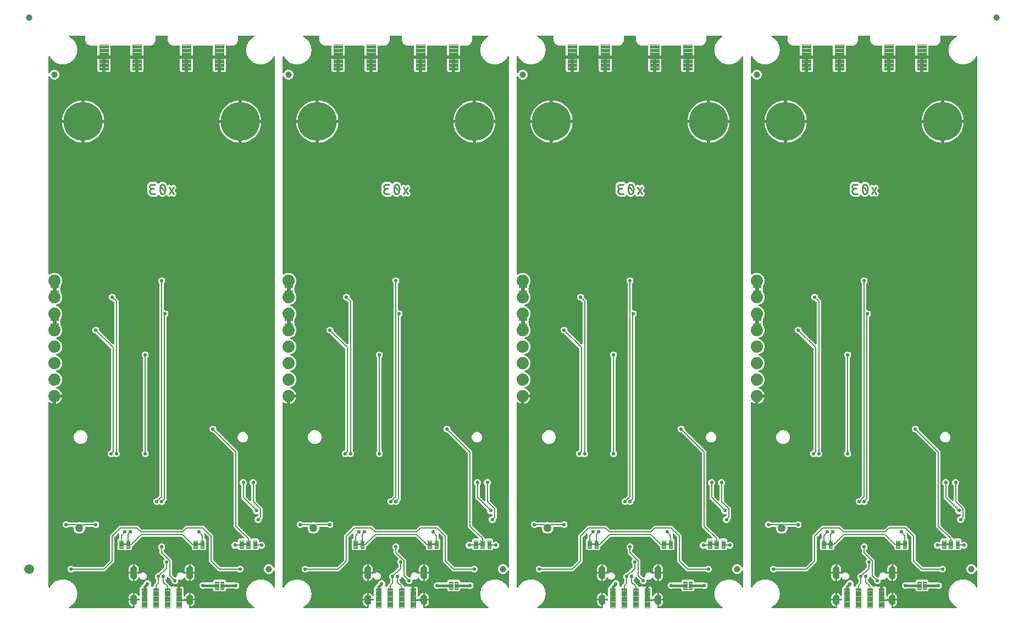
<source format=gbl>
G04 EAGLE Gerber RS-274X export*
G75*
%MOMM*%
%FSLAX34Y34*%
%LPD*%
%INBottom Copper*%
%IPPOS*%
%AMOC8*
5,1,8,0,0,1.08239X$1,22.5*%
G01*
%ADD10C,0.279400*%
%ADD11C,1.000000*%
%ADD12C,0.654000*%
%ADD13C,0.101600*%
%ADD14C,1.879600*%
%ADD15C,0.105000*%
%ADD16C,6.000000*%
%ADD17C,1.270000*%
%ADD18C,0.099059*%
%ADD19C,0.099000*%
%ADD20C,1.500000*%
%ADD21C,0.554000*%
%ADD22C,0.254000*%
%ADD23C,0.203200*%
%ADD24C,0.152400*%
%ADD25C,0.406400*%

G36*
X133420Y3307D02*
X133420Y3307D01*
X133455Y3305D01*
X133578Y3327D01*
X133701Y3343D01*
X133734Y3355D01*
X133768Y3362D01*
X133881Y3414D01*
X133997Y3460D01*
X134008Y3468D01*
X134047Y3450D01*
X134151Y3392D01*
X134190Y3382D01*
X134227Y3365D01*
X134344Y3343D01*
X134459Y3313D01*
X134519Y3309D01*
X134539Y3305D01*
X134540Y3305D01*
X134560Y3307D01*
X134620Y3303D01*
X134738Y3318D01*
X134857Y3325D01*
X134895Y3338D01*
X134936Y3343D01*
X135046Y3386D01*
X135160Y3423D01*
X135194Y3445D01*
X135231Y3460D01*
X135328Y3529D01*
X135428Y3593D01*
X135456Y3623D01*
X135489Y3646D01*
X135565Y3738D01*
X135646Y3825D01*
X135666Y3860D01*
X135692Y3891D01*
X135742Y3999D01*
X135800Y4103D01*
X135810Y4143D01*
X135827Y4179D01*
X135849Y4296D01*
X135879Y4411D01*
X135883Y4471D01*
X135887Y4491D01*
X135886Y4512D01*
X135889Y4572D01*
X135889Y8488D01*
X136806Y8809D01*
X136810Y8816D01*
X136816Y8813D01*
X137764Y9409D01*
X137767Y9417D01*
X137772Y9416D01*
X138564Y10208D01*
X138565Y10216D01*
X138571Y10216D01*
X139167Y11164D01*
X139166Y11173D01*
X139171Y11174D01*
X139541Y12231D01*
X139540Y12235D01*
X139542Y12237D01*
X139540Y12240D01*
X139544Y12242D01*
X139669Y13355D01*
X139667Y13358D01*
X139669Y13360D01*
X139669Y15091D01*
X142820Y15091D01*
X142938Y15106D01*
X143057Y15113D01*
X143095Y15125D01*
X143136Y15130D01*
X143246Y15174D01*
X143359Y15211D01*
X143394Y15233D01*
X143431Y15247D01*
X143527Y15317D01*
X143628Y15381D01*
X143656Y15411D01*
X143689Y15434D01*
X143765Y15526D01*
X143846Y15613D01*
X143866Y15648D01*
X143891Y15679D01*
X143942Y15787D01*
X144000Y15891D01*
X144010Y15930D01*
X144027Y15967D01*
X144049Y16084D01*
X144079Y16199D01*
X144083Y16259D01*
X144087Y16279D01*
X144087Y16280D01*
X144085Y16300D01*
X144089Y16360D01*
X144074Y16478D01*
X144067Y16597D01*
X144054Y16635D01*
X144049Y16676D01*
X144006Y16786D01*
X143969Y16900D01*
X143947Y16934D01*
X143932Y16971D01*
X143863Y17068D01*
X143799Y17168D01*
X143769Y17196D01*
X143746Y17229D01*
X143654Y17305D01*
X143567Y17386D01*
X143532Y17406D01*
X143501Y17432D01*
X143393Y17482D01*
X143289Y17540D01*
X143249Y17550D01*
X143213Y17567D01*
X143096Y17589D01*
X142981Y17619D01*
X142921Y17623D01*
X142901Y17627D01*
X142880Y17626D01*
X142820Y17629D01*
X139669Y17629D01*
X139669Y19360D01*
X139667Y19363D01*
X139669Y19366D01*
X139544Y20478D01*
X139538Y20484D01*
X139541Y20489D01*
X139171Y21546D01*
X139165Y21550D01*
X139167Y21556D01*
X138571Y22504D01*
X138563Y22507D01*
X138564Y22512D01*
X137772Y23304D01*
X137764Y23305D01*
X137764Y23311D01*
X136816Y23907D01*
X136807Y23906D01*
X136806Y23911D01*
X135889Y24232D01*
X135889Y26847D01*
X136834Y26659D01*
X137612Y26337D01*
X138216Y26087D01*
X139027Y25545D01*
X139459Y25256D01*
X140516Y24199D01*
X141347Y22956D01*
X141647Y22230D01*
X141682Y22169D01*
X141708Y22104D01*
X141760Y22032D01*
X141805Y21954D01*
X141854Y21903D01*
X141894Y21847D01*
X141964Y21790D01*
X142026Y21725D01*
X142086Y21689D01*
X142139Y21644D01*
X142221Y21606D01*
X142297Y21559D01*
X142364Y21538D01*
X142427Y21509D01*
X142515Y21492D01*
X142601Y21465D01*
X142671Y21462D01*
X142740Y21449D01*
X142829Y21455D01*
X142919Y21450D01*
X142987Y21464D01*
X143057Y21469D01*
X143142Y21496D01*
X143230Y21515D01*
X143293Y21545D01*
X143359Y21567D01*
X143435Y21615D01*
X143516Y21654D01*
X143569Y21700D01*
X143628Y21737D01*
X143690Y21802D01*
X143758Y21861D01*
X143798Y21918D01*
X143846Y21968D01*
X143889Y22047D01*
X143941Y22121D01*
X143966Y22186D01*
X144000Y22247D01*
X144022Y22334D01*
X144054Y22418D01*
X144062Y22487D01*
X144079Y22555D01*
X144089Y22716D01*
X144089Y34812D01*
X146186Y36909D01*
X146246Y36987D01*
X146314Y37059D01*
X146343Y37112D01*
X146380Y37160D01*
X146420Y37251D01*
X146468Y37338D01*
X146483Y37396D01*
X146507Y37452D01*
X146522Y37550D01*
X146547Y37646D01*
X146553Y37746D01*
X146557Y37766D01*
X146555Y37778D01*
X146557Y37806D01*
X146557Y37954D01*
X149608Y41004D01*
X149608Y41005D01*
X150541Y41938D01*
X150547Y41945D01*
X150554Y41951D01*
X150645Y42072D01*
X150736Y42189D01*
X150740Y42198D01*
X150745Y42205D01*
X150816Y42350D01*
X151458Y43898D01*
X152952Y45392D01*
X154904Y46201D01*
X157016Y46201D01*
X158968Y45392D01*
X160462Y43898D01*
X161271Y41946D01*
X161271Y39834D01*
X160912Y38967D01*
X160898Y38919D01*
X160877Y38874D01*
X160857Y38766D01*
X160828Y38660D01*
X160827Y38610D01*
X160818Y38561D01*
X160824Y38452D01*
X160823Y38342D01*
X160834Y38294D01*
X160837Y38244D01*
X160871Y38140D01*
X160897Y38033D01*
X160920Y37989D01*
X160935Y37942D01*
X160994Y37849D01*
X161046Y37752D01*
X161079Y37715D01*
X161106Y37673D01*
X161186Y37598D01*
X161259Y37516D01*
X161301Y37489D01*
X161337Y37455D01*
X161406Y37417D01*
X162042Y36781D01*
X162136Y36708D01*
X162226Y36629D01*
X162262Y36610D01*
X162294Y36586D01*
X162403Y36538D01*
X162509Y36484D01*
X162548Y36475D01*
X162585Y36459D01*
X162704Y36441D01*
X162819Y36415D01*
X162860Y36416D01*
X162900Y36409D01*
X163018Y36421D01*
X163137Y36424D01*
X163176Y36435D01*
X163216Y36439D01*
X163328Y36480D01*
X163443Y36513D01*
X163478Y36533D01*
X163515Y36547D01*
X163580Y36591D01*
X164084Y36591D01*
X164202Y36606D01*
X164321Y36613D01*
X164359Y36626D01*
X164400Y36631D01*
X164510Y36674D01*
X164623Y36711D01*
X164658Y36733D01*
X164695Y36748D01*
X164791Y36817D01*
X164892Y36881D01*
X164920Y36911D01*
X164953Y36934D01*
X165029Y37026D01*
X165110Y37113D01*
X165130Y37148D01*
X165155Y37179D01*
X165206Y37287D01*
X165264Y37391D01*
X165274Y37431D01*
X165291Y37467D01*
X165313Y37584D01*
X165343Y37699D01*
X165347Y37759D01*
X165351Y37779D01*
X165349Y37800D01*
X165353Y37860D01*
X165353Y39573D01*
X168792Y43011D01*
X168852Y43090D01*
X168920Y43162D01*
X168949Y43215D01*
X168986Y43263D01*
X169026Y43354D01*
X169074Y43440D01*
X169089Y43499D01*
X169094Y43511D01*
X169101Y43526D01*
X169101Y43528D01*
X169113Y43555D01*
X169128Y43653D01*
X169153Y43748D01*
X169158Y43823D01*
X169161Y43838D01*
X169160Y43851D01*
X169163Y43869D01*
X169161Y43881D01*
X169163Y43909D01*
X169163Y47591D01*
X169151Y47689D01*
X169148Y47788D01*
X169131Y47846D01*
X169123Y47906D01*
X169087Y47998D01*
X169059Y48093D01*
X169029Y48145D01*
X169006Y48202D01*
X168948Y48282D01*
X168898Y48367D01*
X168832Y48442D01*
X168820Y48459D01*
X168810Y48467D01*
X168791Y48488D01*
X168218Y49062D01*
X167409Y51014D01*
X167409Y53126D01*
X168218Y55078D01*
X169712Y56572D01*
X171664Y57381D01*
X172475Y57381D01*
X172573Y57393D01*
X172672Y57396D01*
X172730Y57413D01*
X172791Y57421D01*
X172883Y57457D01*
X172978Y57485D01*
X173030Y57515D01*
X173086Y57538D01*
X173166Y57596D01*
X173252Y57646D01*
X173327Y57712D01*
X173344Y57724D01*
X173351Y57734D01*
X173373Y57752D01*
X181271Y65651D01*
X181332Y65729D01*
X181400Y65801D01*
X181429Y65854D01*
X181466Y65902D01*
X181505Y65993D01*
X181553Y66080D01*
X181568Y66138D01*
X181592Y66194D01*
X181608Y66292D01*
X181633Y66388D01*
X181639Y66488D01*
X181642Y66508D01*
X181641Y66520D01*
X181643Y66548D01*
X181643Y70230D01*
X181630Y70328D01*
X181627Y70427D01*
X181610Y70485D01*
X181603Y70546D01*
X181566Y70638D01*
X181539Y70733D01*
X181508Y70785D01*
X181486Y70841D01*
X181428Y70921D01*
X181377Y71007D01*
X181311Y71082D01*
X181299Y71099D01*
X181290Y71106D01*
X181271Y71127D01*
X180697Y71701D01*
X179889Y73653D01*
X179889Y75766D01*
X180697Y77718D01*
X181607Y78627D01*
X181680Y78721D01*
X181759Y78811D01*
X181777Y78847D01*
X181802Y78879D01*
X181849Y78988D01*
X181903Y79094D01*
X181912Y79133D01*
X181928Y79170D01*
X181947Y79288D01*
X181973Y79404D01*
X181972Y79445D01*
X181978Y79485D01*
X181967Y79603D01*
X181963Y79722D01*
X181952Y79761D01*
X181948Y79801D01*
X181908Y79913D01*
X181875Y80028D01*
X181854Y80062D01*
X181841Y80100D01*
X181774Y80199D01*
X181713Y80302D01*
X181673Y80347D01*
X181662Y80364D01*
X181647Y80377D01*
X181607Y80422D01*
X174497Y87532D01*
X174497Y93056D01*
X174485Y93155D01*
X174482Y93254D01*
X174465Y93312D01*
X174457Y93372D01*
X174421Y93464D01*
X174393Y93559D01*
X174363Y93611D01*
X174340Y93668D01*
X174282Y93748D01*
X174232Y93833D01*
X174166Y93909D01*
X174154Y93925D01*
X174144Y93933D01*
X174126Y93954D01*
X173298Y94782D01*
X172489Y96734D01*
X172489Y98846D01*
X173298Y100798D01*
X174792Y102292D01*
X176744Y103101D01*
X178856Y103101D01*
X180808Y102292D01*
X182302Y100798D01*
X183111Y98846D01*
X183111Y96734D01*
X182302Y94782D01*
X181474Y93954D01*
X181414Y93876D01*
X181346Y93804D01*
X181317Y93751D01*
X181280Y93703D01*
X181240Y93612D01*
X181192Y93525D01*
X181177Y93467D01*
X181153Y93411D01*
X181138Y93313D01*
X181113Y93217D01*
X181107Y93117D01*
X181103Y93097D01*
X181105Y93084D01*
X181103Y93056D01*
X181103Y90794D01*
X181115Y90696D01*
X181118Y90597D01*
X181135Y90538D01*
X181143Y90478D01*
X181179Y90386D01*
X181207Y90291D01*
X181237Y90239D01*
X181260Y90183D01*
X181318Y90103D01*
X181368Y90017D01*
X181434Y89942D01*
X181446Y89925D01*
X181456Y89917D01*
X181474Y89896D01*
X191496Y79874D01*
X193803Y77568D01*
X193803Y55234D01*
X193815Y55136D01*
X193818Y55037D01*
X193835Y54978D01*
X193843Y54918D01*
X193879Y54826D01*
X193907Y54731D01*
X193937Y54679D01*
X193960Y54623D01*
X194018Y54543D01*
X194068Y54457D01*
X194134Y54382D01*
X194146Y54365D01*
X194156Y54357D01*
X194174Y54336D01*
X197108Y51402D01*
X197187Y51342D01*
X197259Y51274D01*
X197312Y51245D01*
X197360Y51208D01*
X197451Y51168D01*
X197537Y51120D01*
X197596Y51105D01*
X197651Y51081D01*
X197749Y51066D01*
X197845Y51041D01*
X197945Y51035D01*
X197966Y51031D01*
X197978Y51033D01*
X198006Y51031D01*
X199188Y51031D01*
X199202Y51027D01*
X199247Y51006D01*
X199355Y50985D01*
X199461Y50956D01*
X199511Y50955D01*
X199560Y50946D01*
X199669Y50953D01*
X199779Y50951D01*
X199827Y50962D01*
X199877Y50966D01*
X199981Y50999D01*
X200088Y51025D01*
X200132Y51048D01*
X200179Y51064D01*
X200272Y51122D01*
X200369Y51174D01*
X200406Y51207D01*
X200448Y51234D01*
X200523Y51314D01*
X200605Y51388D01*
X200632Y51429D01*
X200666Y51465D01*
X200719Y51562D01*
X200779Y51653D01*
X200796Y51700D01*
X200820Y51744D01*
X200847Y51850D01*
X200883Y51954D01*
X200887Y52004D01*
X200899Y52052D01*
X200909Y52213D01*
X200909Y54012D01*
X201791Y56140D01*
X203420Y57769D01*
X205548Y58651D01*
X207852Y58651D01*
X209980Y57769D01*
X211222Y56527D01*
X211332Y56442D01*
X211439Y56353D01*
X211458Y56344D01*
X211474Y56332D01*
X211601Y56277D01*
X211727Y56217D01*
X211747Y56214D01*
X211766Y56206D01*
X211904Y56184D01*
X212039Y56158D01*
X212060Y56159D01*
X212080Y56156D01*
X212219Y56169D01*
X212357Y56177D01*
X212376Y56184D01*
X212396Y56186D01*
X212528Y56233D01*
X212659Y56275D01*
X212677Y56286D01*
X212696Y56293D01*
X212811Y56371D01*
X212928Y56446D01*
X212942Y56460D01*
X212959Y56472D01*
X213051Y56576D01*
X213146Y56677D01*
X213156Y56695D01*
X213169Y56710D01*
X213233Y56834D01*
X213264Y56891D01*
X215931Y56891D01*
X215931Y52660D01*
X215933Y52657D01*
X215931Y52655D01*
X216056Y51542D01*
X216062Y51536D01*
X216059Y51531D01*
X216429Y50474D01*
X216436Y50470D01*
X216433Y50464D01*
X217029Y49516D01*
X217037Y49513D01*
X217036Y49508D01*
X217828Y48716D01*
X217836Y48715D01*
X217836Y48709D01*
X218784Y48113D01*
X218793Y48114D01*
X218794Y48109D01*
X219711Y47788D01*
X219711Y45173D01*
X218766Y45361D01*
X217384Y45933D01*
X216141Y46764D01*
X215084Y47821D01*
X214253Y49064D01*
X213997Y49683D01*
X213928Y49804D01*
X213863Y49926D01*
X213850Y49941D01*
X213840Y49959D01*
X213743Y50058D01*
X213649Y50162D01*
X213632Y50173D01*
X213618Y50187D01*
X213500Y50260D01*
X213384Y50336D01*
X213364Y50343D01*
X213347Y50354D01*
X213214Y50395D01*
X213083Y50440D01*
X213063Y50441D01*
X213043Y50447D01*
X212904Y50454D01*
X212766Y50465D01*
X212746Y50461D01*
X212726Y50462D01*
X212589Y50434D01*
X212452Y50411D01*
X212434Y50402D01*
X212414Y50398D01*
X212289Y50337D01*
X212162Y50280D01*
X212147Y50267D01*
X212128Y50258D01*
X212023Y50168D01*
X211914Y50081D01*
X211902Y50065D01*
X211886Y50052D01*
X211806Y49938D01*
X211723Y49827D01*
X211710Y49802D01*
X211703Y49792D01*
X211696Y49773D01*
X211652Y49683D01*
X211609Y49580D01*
X209980Y47951D01*
X207852Y47069D01*
X205548Y47069D01*
X205186Y47219D01*
X205138Y47233D01*
X205093Y47254D01*
X204985Y47274D01*
X204879Y47303D01*
X204829Y47304D01*
X204780Y47313D01*
X204671Y47307D01*
X204561Y47308D01*
X204513Y47297D01*
X204463Y47294D01*
X204359Y47260D01*
X204252Y47234D01*
X204208Y47211D01*
X204161Y47196D01*
X204068Y47137D01*
X203971Y47086D01*
X203934Y47052D01*
X203892Y47026D01*
X203817Y46945D01*
X203735Y46872D01*
X203708Y46830D01*
X203674Y46794D01*
X203621Y46698D01*
X203561Y46606D01*
X203544Y46559D01*
X203520Y46515D01*
X203493Y46409D01*
X203457Y46305D01*
X203453Y46256D01*
X203441Y46207D01*
X203431Y46047D01*
X203431Y44664D01*
X202622Y42712D01*
X201128Y41218D01*
X199176Y40409D01*
X197064Y40409D01*
X195112Y41218D01*
X193618Y42712D01*
X192809Y44664D01*
X192809Y45834D01*
X192797Y45932D01*
X192794Y46031D01*
X192777Y46090D01*
X192769Y46150D01*
X192733Y46242D01*
X192705Y46337D01*
X192675Y46389D01*
X192652Y46445D01*
X192594Y46525D01*
X192544Y46611D01*
X192478Y46686D01*
X192466Y46703D01*
X192456Y46711D01*
X192438Y46732D01*
X187728Y51442D01*
X187688Y51472D01*
X187655Y51509D01*
X187563Y51569D01*
X187476Y51637D01*
X187431Y51656D01*
X187389Y51684D01*
X187285Y51719D01*
X187184Y51763D01*
X187135Y51771D01*
X187088Y51787D01*
X186979Y51796D01*
X186870Y51813D01*
X186821Y51808D01*
X186771Y51812D01*
X186663Y51793D01*
X186554Y51783D01*
X186507Y51766D01*
X186458Y51758D01*
X186358Y51713D01*
X186254Y51675D01*
X186213Y51647D01*
X186168Y51627D01*
X186082Y51559D01*
X185991Y51497D01*
X185958Y51460D01*
X185920Y51428D01*
X185853Y51341D01*
X185781Y51258D01*
X185758Y51214D01*
X185728Y51174D01*
X185657Y51030D01*
X184842Y49062D01*
X184268Y48488D01*
X184208Y48410D01*
X184140Y48338D01*
X184111Y48285D01*
X184074Y48237D01*
X184034Y48146D01*
X183986Y48059D01*
X183971Y48001D01*
X183947Y47945D01*
X183932Y47847D01*
X183907Y47751D01*
X183901Y47651D01*
X183897Y47631D01*
X183899Y47618D01*
X183897Y47590D01*
X183897Y45179D01*
X183909Y45081D01*
X183912Y44982D01*
X183919Y44960D01*
X183919Y44951D01*
X183930Y44918D01*
X183937Y44863D01*
X183973Y44771D01*
X184001Y44676D01*
X184031Y44624D01*
X184054Y44568D01*
X184112Y44488D01*
X184162Y44402D01*
X184228Y44327D01*
X184240Y44310D01*
X184250Y44303D01*
X184268Y44281D01*
X190247Y38303D01*
X190247Y37860D01*
X190262Y37742D01*
X190269Y37623D01*
X190282Y37585D01*
X190287Y37544D01*
X190330Y37434D01*
X190367Y37321D01*
X190389Y37286D01*
X190404Y37249D01*
X190473Y37153D01*
X190537Y37052D01*
X190567Y37024D01*
X190590Y36991D01*
X190682Y36915D01*
X190769Y36834D01*
X190804Y36814D01*
X190835Y36789D01*
X190943Y36738D01*
X191047Y36680D01*
X191087Y36670D01*
X191123Y36653D01*
X191240Y36631D01*
X191355Y36601D01*
X191415Y36597D01*
X191435Y36593D01*
X191456Y36595D01*
X191516Y36591D01*
X191952Y36591D01*
X192144Y36400D01*
X192238Y36327D01*
X192327Y36248D01*
X192363Y36229D01*
X192395Y36205D01*
X192504Y36157D01*
X192610Y36103D01*
X192650Y36094D01*
X192687Y36078D01*
X192805Y36060D01*
X192920Y36034D01*
X192961Y36035D01*
X193001Y36028D01*
X193119Y36040D01*
X193238Y36043D01*
X193277Y36054D01*
X193317Y36058D01*
X193429Y36098D01*
X193544Y36132D01*
X193579Y36152D01*
X193617Y36166D01*
X193715Y36233D01*
X193818Y36293D01*
X193863Y36333D01*
X193880Y36344D01*
X193893Y36360D01*
X193939Y36400D01*
X194751Y37212D01*
X197171Y37212D01*
X197784Y36599D01*
X197873Y36530D01*
X197956Y36455D01*
X197998Y36433D01*
X198035Y36404D01*
X198138Y36359D01*
X198238Y36307D01*
X198284Y36296D01*
X198327Y36278D01*
X198438Y36260D01*
X198548Y36234D01*
X198595Y36235D01*
X198641Y36228D01*
X198753Y36238D01*
X198866Y36240D01*
X198911Y36253D01*
X198958Y36258D01*
X199064Y36296D01*
X199172Y36326D01*
X199237Y36358D01*
X199257Y36365D01*
X199272Y36375D01*
X199285Y36382D01*
X200065Y36591D01*
X202221Y36591D01*
X202221Y20030D01*
X202236Y19912D01*
X202243Y19793D01*
X202255Y19755D01*
X202261Y19715D01*
X202304Y19604D01*
X202341Y19491D01*
X202363Y19457D01*
X202378Y19419D01*
X202447Y19323D01*
X202511Y19222D01*
X202541Y19194D01*
X202564Y19162D01*
X202656Y19086D01*
X202743Y19004D01*
X202778Y18985D01*
X202809Y18959D01*
X202917Y18908D01*
X203021Y18851D01*
X203061Y18841D01*
X203097Y18823D01*
X203214Y18801D01*
X203329Y18771D01*
X203389Y18767D01*
X203409Y18764D01*
X203430Y18765D01*
X203490Y18761D01*
X205450Y18761D01*
X205568Y18776D01*
X205687Y18783D01*
X205725Y18796D01*
X205766Y18801D01*
X205876Y18845D01*
X205989Y18881D01*
X206024Y18903D01*
X206061Y18918D01*
X206157Y18988D01*
X206258Y19051D01*
X206286Y19081D01*
X206319Y19105D01*
X206395Y19196D01*
X206476Y19283D01*
X206496Y19318D01*
X206521Y19350D01*
X206572Y19457D01*
X206630Y19562D01*
X206640Y19601D01*
X206657Y19637D01*
X206679Y19754D01*
X206709Y19870D01*
X206713Y19930D01*
X206717Y19950D01*
X206715Y19970D01*
X206719Y20030D01*
X206719Y36591D01*
X208875Y36591D01*
X209647Y36384D01*
X210339Y35984D01*
X210904Y35419D01*
X211304Y34727D01*
X211511Y33955D01*
X211511Y22716D01*
X211519Y22646D01*
X211518Y22577D01*
X211539Y22489D01*
X211551Y22400D01*
X211576Y22335D01*
X211593Y22267D01*
X211635Y22188D01*
X211668Y22104D01*
X211709Y22048D01*
X211741Y21986D01*
X211802Y21920D01*
X211854Y21847D01*
X211908Y21803D01*
X211955Y21751D01*
X212030Y21702D01*
X212099Y21644D01*
X212163Y21615D01*
X212221Y21576D01*
X212306Y21547D01*
X212387Y21509D01*
X212455Y21496D01*
X212522Y21473D01*
X212611Y21466D01*
X212699Y21449D01*
X212769Y21453D01*
X212839Y21448D01*
X212927Y21463D01*
X213017Y21469D01*
X213083Y21490D01*
X213152Y21502D01*
X213234Y21539D01*
X213319Y21567D01*
X213378Y21604D01*
X213442Y21633D01*
X213512Y21689D01*
X213588Y21737D01*
X213636Y21788D01*
X213690Y21831D01*
X213744Y21903D01*
X213806Y21969D01*
X213840Y22030D01*
X213882Y22085D01*
X213953Y22230D01*
X214162Y22735D01*
X214253Y22956D01*
X214998Y24071D01*
X215084Y24199D01*
X216141Y25256D01*
X217384Y26087D01*
X218766Y26659D01*
X219711Y26847D01*
X219711Y24232D01*
X218794Y23911D01*
X218790Y23905D01*
X218784Y23907D01*
X217836Y23311D01*
X217833Y23303D01*
X217828Y23304D01*
X217036Y22512D01*
X217035Y22504D01*
X217029Y22504D01*
X216433Y21556D01*
X216434Y21547D01*
X216429Y21546D01*
X216059Y20489D01*
X216061Y20481D01*
X216056Y20478D01*
X215931Y19366D01*
X215933Y19362D01*
X215931Y19360D01*
X215931Y17629D01*
X212780Y17629D01*
X212662Y17614D01*
X212543Y17607D01*
X212505Y17595D01*
X212464Y17590D01*
X212354Y17546D01*
X212241Y17509D01*
X212206Y17487D01*
X212169Y17473D01*
X212073Y17403D01*
X211972Y17339D01*
X211944Y17309D01*
X211911Y17286D01*
X211835Y17194D01*
X211754Y17107D01*
X211734Y17072D01*
X211709Y17041D01*
X211658Y16933D01*
X211600Y16829D01*
X211590Y16790D01*
X211573Y16753D01*
X211551Y16636D01*
X211521Y16521D01*
X211517Y16461D01*
X211513Y16441D01*
X211513Y16440D01*
X211515Y16420D01*
X211511Y16360D01*
X211526Y16242D01*
X211533Y16123D01*
X211546Y16084D01*
X211551Y16044D01*
X211594Y15934D01*
X211631Y15820D01*
X211653Y15786D01*
X211668Y15749D01*
X211737Y15652D01*
X211801Y15552D01*
X211831Y15524D01*
X211854Y15491D01*
X211946Y15415D01*
X212033Y15334D01*
X212068Y15314D01*
X212099Y15288D01*
X212207Y15238D01*
X212311Y15180D01*
X212351Y15170D01*
X212387Y15153D01*
X212504Y15131D01*
X212619Y15101D01*
X212679Y15097D01*
X212699Y15093D01*
X212720Y15094D01*
X212780Y15091D01*
X215931Y15091D01*
X215931Y13360D01*
X215933Y13357D01*
X215931Y13355D01*
X216056Y12242D01*
X216062Y12236D01*
X216059Y12231D01*
X216429Y11174D01*
X216436Y11170D01*
X216433Y11164D01*
X217029Y10216D01*
X217037Y10213D01*
X217036Y10208D01*
X217828Y9416D01*
X217836Y9415D01*
X217836Y9409D01*
X218784Y8813D01*
X218793Y8814D01*
X218794Y8809D01*
X219711Y8488D01*
X219711Y4572D01*
X219726Y4454D01*
X219733Y4335D01*
X219745Y4297D01*
X219750Y4256D01*
X219794Y4146D01*
X219831Y4033D01*
X219853Y3998D01*
X219867Y3961D01*
X219937Y3865D01*
X220001Y3764D01*
X220031Y3736D01*
X220054Y3703D01*
X220146Y3627D01*
X220233Y3546D01*
X220268Y3526D01*
X220299Y3501D01*
X220407Y3450D01*
X220511Y3392D01*
X220550Y3382D01*
X220587Y3365D01*
X220704Y3343D01*
X220819Y3313D01*
X220879Y3309D01*
X220899Y3305D01*
X220900Y3305D01*
X220920Y3307D01*
X220980Y3303D01*
X221098Y3318D01*
X221217Y3325D01*
X221255Y3338D01*
X221296Y3343D01*
X221406Y3386D01*
X221520Y3423D01*
X221554Y3445D01*
X221591Y3460D01*
X221604Y3469D01*
X221682Y3420D01*
X221715Y3409D01*
X221746Y3392D01*
X221866Y3361D01*
X221985Y3324D01*
X222020Y3322D01*
X222054Y3313D01*
X222214Y3303D01*
X319101Y3303D01*
X319198Y3315D01*
X319295Y3318D01*
X319355Y3335D01*
X319417Y3343D01*
X319507Y3378D01*
X319601Y3405D01*
X319655Y3437D01*
X319712Y3460D01*
X319791Y3517D01*
X319875Y3566D01*
X319919Y3610D01*
X319970Y3646D01*
X320032Y3722D01*
X320101Y3790D01*
X320133Y3843D01*
X320173Y3891D01*
X320214Y3980D01*
X320264Y4063D01*
X320282Y4123D01*
X320308Y4179D01*
X320326Y4275D01*
X320354Y4368D01*
X320356Y4430D01*
X320368Y4491D01*
X320362Y4589D01*
X320365Y4686D01*
X320352Y4747D01*
X320348Y4809D01*
X320318Y4901D01*
X320297Y4997D01*
X320269Y5052D01*
X320250Y5111D01*
X320198Y5194D01*
X320154Y5281D01*
X320113Y5328D01*
X320080Y5380D01*
X320009Y5447D01*
X319945Y5520D01*
X319894Y5555D01*
X319848Y5598D01*
X319763Y5645D01*
X319683Y5700D01*
X319587Y5742D01*
X319570Y5752D01*
X319559Y5754D01*
X319535Y5765D01*
X318980Y5967D01*
X313010Y10976D01*
X309114Y17725D01*
X307760Y25400D01*
X309114Y33075D01*
X313010Y39824D01*
X318980Y44833D01*
X326303Y47499D01*
X334097Y47499D01*
X341420Y44833D01*
X347390Y39824D01*
X349929Y35426D01*
X350017Y35310D01*
X350102Y35192D01*
X350113Y35184D01*
X350121Y35173D01*
X350235Y35083D01*
X350347Y34989D01*
X350360Y34984D01*
X350370Y34975D01*
X350504Y34916D01*
X350635Y34854D01*
X350648Y34851D01*
X350661Y34846D01*
X350805Y34821D01*
X350948Y34794D01*
X350961Y34795D01*
X350974Y34793D01*
X351120Y34805D01*
X351265Y34814D01*
X351278Y34818D01*
X351291Y34819D01*
X351429Y34867D01*
X351567Y34912D01*
X351579Y34919D01*
X351592Y34924D01*
X351713Y35004D01*
X351836Y35082D01*
X351845Y35092D01*
X351857Y35099D01*
X351954Y35208D01*
X352054Y35314D01*
X352061Y35326D01*
X352070Y35336D01*
X352137Y35464D01*
X352208Y35592D01*
X352211Y35605D01*
X352217Y35617D01*
X352251Y35759D01*
X352287Y35900D01*
X352288Y35918D01*
X352290Y35927D01*
X352290Y35944D01*
X352297Y36061D01*
X352297Y60101D01*
X352289Y60170D01*
X352290Y60240D01*
X352269Y60328D01*
X352257Y60417D01*
X352232Y60482D01*
X352215Y60550D01*
X352173Y60629D01*
X352140Y60712D01*
X352099Y60769D01*
X352067Y60831D01*
X352006Y60897D01*
X351954Y60970D01*
X351900Y61014D01*
X351853Y61066D01*
X351778Y61115D01*
X351709Y61173D01*
X351645Y61202D01*
X351587Y61241D01*
X351502Y61270D01*
X351421Y61308D01*
X351352Y61321D01*
X351286Y61344D01*
X351197Y61351D01*
X351109Y61368D01*
X351039Y61364D01*
X350969Y61369D01*
X350881Y61354D01*
X350791Y61348D01*
X350725Y61327D01*
X350656Y61315D01*
X350574Y61278D01*
X350489Y61250D01*
X350430Y61213D01*
X350366Y61184D01*
X350296Y61128D01*
X350220Y61080D01*
X350172Y61029D01*
X350118Y60986D01*
X350063Y60914D01*
X350002Y60848D01*
X349968Y60787D01*
X349926Y60731D01*
X349855Y60587D01*
X349293Y59229D01*
X347171Y57107D01*
X344400Y55959D01*
X341400Y55959D01*
X338629Y57107D01*
X336507Y59229D01*
X335359Y62000D01*
X335359Y65000D01*
X336507Y67771D01*
X338629Y69893D01*
X341400Y71041D01*
X344400Y71041D01*
X347171Y69893D01*
X349293Y67771D01*
X349855Y66413D01*
X349890Y66352D01*
X349916Y66288D01*
X349968Y66215D01*
X350013Y66137D01*
X350061Y66087D01*
X350102Y66030D01*
X350172Y65973D01*
X350234Y65908D01*
X350294Y65872D01*
X350347Y65827D01*
X350429Y65789D01*
X350505Y65742D01*
X350572Y65722D01*
X350635Y65692D01*
X350723Y65675D01*
X350809Y65649D01*
X350879Y65645D01*
X350948Y65632D01*
X351037Y65638D01*
X351127Y65633D01*
X351195Y65648D01*
X351265Y65652D01*
X351350Y65679D01*
X351438Y65698D01*
X351501Y65728D01*
X351567Y65750D01*
X351643Y65798D01*
X351724Y65837D01*
X351777Y65883D01*
X351836Y65920D01*
X351898Y65985D01*
X351966Y66044D01*
X352006Y66101D01*
X352054Y66152D01*
X352097Y66230D01*
X352149Y66304D01*
X352174Y66369D01*
X352208Y66430D01*
X352230Y66517D01*
X352262Y66601D01*
X352270Y66671D01*
X352287Y66738D01*
X352297Y66899D01*
X352297Y852939D01*
X352279Y853084D01*
X352264Y853229D01*
X352259Y853241D01*
X352257Y853255D01*
X352204Y853390D01*
X352153Y853527D01*
X352145Y853538D01*
X352140Y853550D01*
X352055Y853668D01*
X351972Y853788D01*
X351962Y853797D01*
X351954Y853808D01*
X351841Y853901D01*
X351731Y853996D01*
X351719Y854002D01*
X351709Y854011D01*
X351577Y854072D01*
X351446Y854138D01*
X351433Y854140D01*
X351421Y854146D01*
X351279Y854173D01*
X351135Y854204D01*
X351122Y854203D01*
X351109Y854206D01*
X350964Y854197D01*
X350818Y854191D01*
X350805Y854187D01*
X350791Y854186D01*
X350653Y854141D01*
X350513Y854099D01*
X350501Y854092D01*
X350489Y854088D01*
X350365Y854010D01*
X350241Y853935D01*
X350231Y853925D01*
X350220Y853918D01*
X350120Y853812D01*
X350018Y853708D01*
X350008Y853693D01*
X350002Y853686D01*
X349994Y853671D01*
X349929Y853574D01*
X347390Y849176D01*
X341420Y844167D01*
X334097Y841501D01*
X326303Y841501D01*
X318980Y844167D01*
X313010Y849176D01*
X309114Y855925D01*
X307760Y863600D01*
X309114Y871275D01*
X313010Y878024D01*
X318980Y883033D01*
X319535Y883235D01*
X319622Y883280D01*
X319712Y883316D01*
X319763Y883352D01*
X319818Y883381D01*
X319891Y883445D01*
X319970Y883502D01*
X320009Y883550D01*
X320056Y883592D01*
X320111Y883672D01*
X320173Y883747D01*
X320199Y883804D01*
X320234Y883855D01*
X320267Y883947D01*
X320308Y884035D01*
X320320Y884096D01*
X320341Y884155D01*
X320350Y884252D01*
X320368Y884348D01*
X320364Y884410D01*
X320370Y884472D01*
X320354Y884568D01*
X320348Y884665D01*
X320329Y884724D01*
X320319Y884786D01*
X320280Y884875D01*
X320250Y884967D01*
X320217Y885020D01*
X320192Y885077D01*
X320132Y885154D01*
X320080Y885236D01*
X320035Y885279D01*
X319996Y885328D01*
X319919Y885387D01*
X319848Y885454D01*
X319794Y885484D01*
X319745Y885522D01*
X319655Y885561D01*
X319570Y885608D01*
X319510Y885623D01*
X319452Y885648D01*
X319356Y885663D01*
X319262Y885687D01*
X319158Y885694D01*
X319138Y885697D01*
X319127Y885696D01*
X319101Y885697D01*
X296672Y885697D01*
X296554Y885682D01*
X296435Y885675D01*
X296397Y885662D01*
X296356Y885657D01*
X296246Y885614D01*
X296133Y885577D01*
X296098Y885555D01*
X296061Y885540D01*
X295965Y885471D01*
X295864Y885407D01*
X295836Y885377D01*
X295803Y885354D01*
X295727Y885262D01*
X295646Y885175D01*
X295626Y885140D01*
X295601Y885109D01*
X295550Y885001D01*
X295492Y884897D01*
X295482Y884857D01*
X295465Y884821D01*
X295443Y884704D01*
X295413Y884589D01*
X295409Y884529D01*
X295405Y884509D01*
X295407Y884488D01*
X295403Y884428D01*
X295403Y877524D01*
X292816Y873044D01*
X288336Y870457D01*
X278010Y870457D01*
X277892Y870442D01*
X277773Y870435D01*
X277735Y870422D01*
X277694Y870417D01*
X277584Y870374D01*
X277471Y870337D01*
X277436Y870315D01*
X277399Y870300D01*
X277303Y870231D01*
X277202Y870167D01*
X277174Y870137D01*
X277141Y870114D01*
X277065Y870022D01*
X276984Y869935D01*
X276964Y869900D01*
X276939Y869869D01*
X276888Y869761D01*
X276830Y869657D01*
X276820Y869617D01*
X276803Y869581D01*
X276781Y869464D01*
X276751Y869349D01*
X276747Y869289D01*
X276743Y869269D01*
X276745Y869248D01*
X276741Y869188D01*
X276741Y854709D01*
X267970Y854709D01*
X267852Y854694D01*
X267733Y854687D01*
X267695Y854674D01*
X267655Y854669D01*
X267544Y854625D01*
X267431Y854589D01*
X267396Y854567D01*
X267359Y854552D01*
X267263Y854482D01*
X267162Y854419D01*
X267134Y854389D01*
X267102Y854365D01*
X267026Y854274D01*
X266944Y854187D01*
X266925Y854152D01*
X266899Y854120D01*
X266848Y854013D01*
X266791Y853909D01*
X266780Y853869D01*
X266763Y853833D01*
X266741Y853716D01*
X266711Y853601D01*
X266707Y853540D01*
X266703Y853520D01*
X266705Y853500D01*
X266701Y853440D01*
X266701Y852169D01*
X266699Y852169D01*
X266699Y853440D01*
X266684Y853558D01*
X266677Y853677D01*
X266664Y853715D01*
X266659Y853755D01*
X266615Y853866D01*
X266579Y853979D01*
X266557Y854014D01*
X266542Y854051D01*
X266472Y854147D01*
X266409Y854248D01*
X266379Y854276D01*
X266355Y854308D01*
X266264Y854384D01*
X266177Y854466D01*
X266142Y854485D01*
X266110Y854511D01*
X266003Y854562D01*
X265899Y854619D01*
X265859Y854630D01*
X265823Y854647D01*
X265706Y854669D01*
X265591Y854699D01*
X265530Y854703D01*
X265510Y854707D01*
X265490Y854705D01*
X265430Y854709D01*
X256659Y854709D01*
X256659Y869188D01*
X256644Y869306D01*
X256637Y869425D01*
X256624Y869463D01*
X256619Y869504D01*
X256576Y869614D01*
X256539Y869727D01*
X256517Y869762D01*
X256502Y869799D01*
X256433Y869895D01*
X256369Y869996D01*
X256339Y870024D01*
X256316Y870057D01*
X256224Y870133D01*
X256137Y870214D01*
X256102Y870234D01*
X256071Y870259D01*
X255963Y870310D01*
X255859Y870368D01*
X255819Y870378D01*
X255783Y870395D01*
X255666Y870417D01*
X255551Y870447D01*
X255491Y870451D01*
X255471Y870455D01*
X255450Y870453D01*
X255390Y870457D01*
X227210Y870457D01*
X227092Y870442D01*
X226973Y870435D01*
X226935Y870422D01*
X226894Y870417D01*
X226784Y870374D01*
X226671Y870337D01*
X226636Y870315D01*
X226599Y870300D01*
X226503Y870231D01*
X226402Y870167D01*
X226374Y870137D01*
X226341Y870114D01*
X226265Y870022D01*
X226184Y869935D01*
X226164Y869900D01*
X226139Y869869D01*
X226088Y869761D01*
X226030Y869657D01*
X226020Y869617D01*
X226003Y869581D01*
X225981Y869464D01*
X225951Y869349D01*
X225947Y869289D01*
X225943Y869269D01*
X225945Y869248D01*
X225941Y869188D01*
X225941Y854709D01*
X217170Y854709D01*
X217052Y854694D01*
X216933Y854687D01*
X216895Y854674D01*
X216855Y854669D01*
X216744Y854625D01*
X216631Y854589D01*
X216596Y854567D01*
X216559Y854552D01*
X216463Y854482D01*
X216362Y854419D01*
X216334Y854389D01*
X216302Y854365D01*
X216226Y854274D01*
X216144Y854187D01*
X216125Y854152D01*
X216099Y854120D01*
X216048Y854013D01*
X215991Y853909D01*
X215980Y853869D01*
X215963Y853833D01*
X215941Y853716D01*
X215911Y853601D01*
X215907Y853540D01*
X215903Y853520D01*
X215905Y853500D01*
X215901Y853440D01*
X215901Y852169D01*
X215899Y852169D01*
X215899Y853440D01*
X215884Y853558D01*
X215877Y853677D01*
X215864Y853715D01*
X215859Y853755D01*
X215815Y853866D01*
X215779Y853979D01*
X215757Y854014D01*
X215742Y854051D01*
X215672Y854147D01*
X215609Y854248D01*
X215579Y854276D01*
X215555Y854308D01*
X215464Y854384D01*
X215377Y854466D01*
X215342Y854485D01*
X215310Y854511D01*
X215203Y854562D01*
X215099Y854619D01*
X215059Y854630D01*
X215023Y854647D01*
X214906Y854669D01*
X214791Y854699D01*
X214730Y854703D01*
X214710Y854707D01*
X214690Y854705D01*
X214630Y854709D01*
X205859Y854709D01*
X205859Y869188D01*
X205844Y869306D01*
X205837Y869425D01*
X205824Y869463D01*
X205819Y869504D01*
X205776Y869614D01*
X205739Y869727D01*
X205717Y869762D01*
X205702Y869799D01*
X205633Y869895D01*
X205569Y869996D01*
X205539Y870024D01*
X205516Y870057D01*
X205424Y870133D01*
X205337Y870214D01*
X205302Y870234D01*
X205271Y870259D01*
X205163Y870310D01*
X205059Y870368D01*
X205019Y870378D01*
X204983Y870395D01*
X204866Y870417D01*
X204751Y870447D01*
X204691Y870451D01*
X204671Y870455D01*
X204650Y870453D01*
X204590Y870457D01*
X194264Y870457D01*
X189784Y873044D01*
X187197Y877524D01*
X187197Y884428D01*
X187182Y884546D01*
X187175Y884665D01*
X187162Y884703D01*
X187157Y884744D01*
X187114Y884854D01*
X187077Y884967D01*
X187055Y885002D01*
X187040Y885039D01*
X186971Y885135D01*
X186907Y885236D01*
X186877Y885264D01*
X186854Y885297D01*
X186762Y885373D01*
X186675Y885454D01*
X186640Y885474D01*
X186609Y885499D01*
X186501Y885550D01*
X186397Y885608D01*
X186357Y885618D01*
X186321Y885635D01*
X186204Y885657D01*
X186089Y885687D01*
X186029Y885691D01*
X186009Y885695D01*
X185988Y885693D01*
X185928Y885697D01*
X169672Y885697D01*
X169554Y885682D01*
X169435Y885675D01*
X169397Y885662D01*
X169356Y885657D01*
X169246Y885614D01*
X169133Y885577D01*
X169098Y885555D01*
X169061Y885540D01*
X168965Y885471D01*
X168864Y885407D01*
X168836Y885377D01*
X168803Y885354D01*
X168727Y885262D01*
X168646Y885175D01*
X168626Y885140D01*
X168601Y885109D01*
X168550Y885001D01*
X168492Y884897D01*
X168482Y884857D01*
X168465Y884821D01*
X168443Y884704D01*
X168413Y884589D01*
X168409Y884529D01*
X168405Y884509D01*
X168407Y884488D01*
X168403Y884428D01*
X168403Y877524D01*
X165816Y873044D01*
X161336Y870457D01*
X151010Y870457D01*
X150892Y870442D01*
X150773Y870435D01*
X150735Y870422D01*
X150694Y870417D01*
X150584Y870374D01*
X150471Y870337D01*
X150436Y870315D01*
X150399Y870300D01*
X150303Y870231D01*
X150202Y870167D01*
X150174Y870137D01*
X150141Y870114D01*
X150065Y870022D01*
X149984Y869935D01*
X149964Y869900D01*
X149939Y869869D01*
X149888Y869761D01*
X149830Y869657D01*
X149820Y869617D01*
X149803Y869581D01*
X149781Y869464D01*
X149751Y869349D01*
X149747Y869289D01*
X149743Y869269D01*
X149745Y869248D01*
X149741Y869188D01*
X149741Y854709D01*
X140970Y854709D01*
X140852Y854694D01*
X140733Y854687D01*
X140695Y854674D01*
X140655Y854669D01*
X140544Y854625D01*
X140431Y854589D01*
X140396Y854567D01*
X140359Y854552D01*
X140263Y854482D01*
X140162Y854419D01*
X140134Y854389D01*
X140102Y854365D01*
X140026Y854274D01*
X139944Y854187D01*
X139925Y854152D01*
X139899Y854120D01*
X139848Y854013D01*
X139791Y853909D01*
X139780Y853869D01*
X139763Y853833D01*
X139741Y853716D01*
X139711Y853601D01*
X139707Y853540D01*
X139703Y853520D01*
X139705Y853500D01*
X139701Y853440D01*
X139701Y852169D01*
X139699Y852169D01*
X139699Y853440D01*
X139684Y853558D01*
X139677Y853677D01*
X139664Y853715D01*
X139659Y853755D01*
X139615Y853866D01*
X139579Y853979D01*
X139557Y854014D01*
X139542Y854051D01*
X139472Y854147D01*
X139409Y854248D01*
X139379Y854276D01*
X139355Y854308D01*
X139264Y854384D01*
X139177Y854466D01*
X139142Y854485D01*
X139110Y854511D01*
X139003Y854562D01*
X138899Y854619D01*
X138859Y854630D01*
X138823Y854647D01*
X138706Y854669D01*
X138591Y854699D01*
X138530Y854703D01*
X138510Y854707D01*
X138490Y854705D01*
X138430Y854709D01*
X129659Y854709D01*
X129659Y869188D01*
X129644Y869306D01*
X129637Y869425D01*
X129624Y869463D01*
X129619Y869504D01*
X129576Y869614D01*
X129539Y869727D01*
X129517Y869762D01*
X129502Y869799D01*
X129433Y869895D01*
X129369Y869996D01*
X129339Y870024D01*
X129316Y870057D01*
X129224Y870133D01*
X129137Y870214D01*
X129102Y870234D01*
X129071Y870259D01*
X128963Y870310D01*
X128859Y870368D01*
X128819Y870378D01*
X128783Y870395D01*
X128666Y870417D01*
X128551Y870447D01*
X128491Y870451D01*
X128471Y870455D01*
X128450Y870453D01*
X128390Y870457D01*
X100210Y870457D01*
X100092Y870442D01*
X99973Y870435D01*
X99935Y870422D01*
X99894Y870417D01*
X99784Y870374D01*
X99671Y870337D01*
X99636Y870315D01*
X99599Y870300D01*
X99503Y870231D01*
X99402Y870167D01*
X99374Y870137D01*
X99341Y870114D01*
X99265Y870022D01*
X99184Y869935D01*
X99164Y869900D01*
X99139Y869869D01*
X99088Y869761D01*
X99030Y869657D01*
X99020Y869617D01*
X99003Y869581D01*
X98981Y869464D01*
X98951Y869349D01*
X98947Y869289D01*
X98943Y869269D01*
X98945Y869248D01*
X98941Y869188D01*
X98941Y854709D01*
X90170Y854709D01*
X90052Y854694D01*
X89933Y854687D01*
X89895Y854674D01*
X89855Y854669D01*
X89744Y854625D01*
X89631Y854589D01*
X89596Y854567D01*
X89559Y854552D01*
X89463Y854482D01*
X89362Y854419D01*
X89334Y854389D01*
X89302Y854365D01*
X89226Y854274D01*
X89144Y854187D01*
X89125Y854152D01*
X89099Y854120D01*
X89048Y854013D01*
X88991Y853909D01*
X88980Y853869D01*
X88963Y853833D01*
X88941Y853716D01*
X88911Y853601D01*
X88907Y853540D01*
X88903Y853520D01*
X88905Y853500D01*
X88901Y853440D01*
X88901Y852169D01*
X88899Y852169D01*
X88899Y853440D01*
X88884Y853558D01*
X88877Y853677D01*
X88864Y853715D01*
X88859Y853755D01*
X88815Y853866D01*
X88779Y853979D01*
X88757Y854014D01*
X88742Y854051D01*
X88672Y854147D01*
X88609Y854248D01*
X88579Y854276D01*
X88555Y854308D01*
X88464Y854384D01*
X88377Y854466D01*
X88342Y854485D01*
X88310Y854511D01*
X88203Y854562D01*
X88099Y854619D01*
X88059Y854630D01*
X88023Y854647D01*
X87906Y854669D01*
X87791Y854699D01*
X87730Y854703D01*
X87710Y854707D01*
X87690Y854705D01*
X87630Y854709D01*
X78859Y854709D01*
X78859Y869188D01*
X78844Y869306D01*
X78837Y869425D01*
X78824Y869463D01*
X78819Y869504D01*
X78776Y869614D01*
X78739Y869727D01*
X78717Y869762D01*
X78702Y869799D01*
X78633Y869895D01*
X78569Y869996D01*
X78539Y870024D01*
X78516Y870057D01*
X78424Y870133D01*
X78337Y870214D01*
X78302Y870234D01*
X78271Y870259D01*
X78163Y870310D01*
X78059Y870368D01*
X78019Y870378D01*
X77983Y870395D01*
X77866Y870417D01*
X77751Y870447D01*
X77691Y870451D01*
X77671Y870455D01*
X77650Y870453D01*
X77590Y870457D01*
X67264Y870457D01*
X62784Y873044D01*
X60197Y877524D01*
X60197Y884428D01*
X60182Y884546D01*
X60175Y884665D01*
X60162Y884703D01*
X60157Y884744D01*
X60114Y884854D01*
X60077Y884967D01*
X60055Y885002D01*
X60040Y885039D01*
X59971Y885135D01*
X59907Y885236D01*
X59877Y885264D01*
X59854Y885297D01*
X59762Y885373D01*
X59675Y885454D01*
X59640Y885474D01*
X59609Y885499D01*
X59501Y885550D01*
X59397Y885608D01*
X59357Y885618D01*
X59321Y885635D01*
X59204Y885657D01*
X59089Y885687D01*
X59029Y885691D01*
X59009Y885695D01*
X58988Y885693D01*
X58928Y885697D01*
X36499Y885697D01*
X36402Y885685D01*
X36305Y885682D01*
X36245Y885665D01*
X36183Y885657D01*
X36093Y885622D01*
X35999Y885595D01*
X35945Y885563D01*
X35888Y885540D01*
X35809Y885483D01*
X35725Y885434D01*
X35681Y885390D01*
X35630Y885354D01*
X35568Y885278D01*
X35499Y885210D01*
X35467Y885157D01*
X35427Y885109D01*
X35386Y885021D01*
X35336Y884937D01*
X35318Y884877D01*
X35292Y884821D01*
X35274Y884725D01*
X35246Y884632D01*
X35244Y884570D01*
X35232Y884509D01*
X35238Y884411D01*
X35235Y884314D01*
X35248Y884253D01*
X35252Y884191D01*
X35282Y884098D01*
X35303Y884003D01*
X35331Y883948D01*
X35350Y883889D01*
X35402Y883806D01*
X35446Y883719D01*
X35487Y883672D01*
X35520Y883620D01*
X35591Y883553D01*
X35655Y883480D01*
X35706Y883445D01*
X35752Y883402D01*
X35837Y883355D01*
X35917Y883300D01*
X36013Y883258D01*
X36030Y883248D01*
X36041Y883246D01*
X36065Y883235D01*
X36620Y883033D01*
X42590Y878024D01*
X46486Y871275D01*
X47840Y863600D01*
X46486Y855925D01*
X42590Y849176D01*
X36620Y844167D01*
X29297Y841501D01*
X21503Y841501D01*
X14180Y844167D01*
X8210Y849176D01*
X5671Y853574D01*
X5583Y853690D01*
X5498Y853808D01*
X5487Y853816D01*
X5479Y853827D01*
X5365Y853917D01*
X5253Y854011D01*
X5240Y854016D01*
X5230Y854025D01*
X5096Y854084D01*
X4965Y854146D01*
X4952Y854149D01*
X4939Y854154D01*
X4795Y854179D01*
X4652Y854206D01*
X4639Y854205D01*
X4626Y854207D01*
X4480Y854195D01*
X4335Y854186D01*
X4322Y854182D01*
X4309Y854181D01*
X4171Y854133D01*
X4033Y854088D01*
X4021Y854081D01*
X4008Y854076D01*
X3887Y853996D01*
X3764Y853918D01*
X3755Y853908D01*
X3743Y853901D01*
X3646Y853792D01*
X3546Y853686D01*
X3539Y853674D01*
X3530Y853664D01*
X3463Y853536D01*
X3392Y853408D01*
X3389Y853395D01*
X3383Y853383D01*
X3349Y853241D01*
X3313Y853100D01*
X3312Y853082D01*
X3310Y853073D01*
X3310Y853056D01*
X3303Y852939D01*
X3303Y828899D01*
X3311Y828830D01*
X3310Y828760D01*
X3331Y828672D01*
X3343Y828583D01*
X3368Y828518D01*
X3385Y828451D01*
X3427Y828371D01*
X3460Y828288D01*
X3501Y828231D01*
X3533Y828169D01*
X3594Y828103D01*
X3646Y828030D01*
X3700Y827986D01*
X3747Y827934D01*
X3822Y827885D01*
X3891Y827827D01*
X3955Y827798D01*
X4013Y827759D01*
X4098Y827730D01*
X4179Y827692D01*
X4248Y827679D01*
X4314Y827656D01*
X4403Y827649D01*
X4491Y827632D01*
X4561Y827636D01*
X4631Y827631D01*
X4719Y827646D01*
X4809Y827652D01*
X4875Y827673D01*
X4944Y827685D01*
X5026Y827722D01*
X5111Y827750D01*
X5170Y827787D01*
X5234Y827816D01*
X5304Y827872D01*
X5380Y827920D01*
X5428Y827971D01*
X5482Y828014D01*
X5537Y828086D01*
X5598Y828152D01*
X5632Y828213D01*
X5674Y828269D01*
X5745Y828413D01*
X6307Y829771D01*
X8429Y831893D01*
X11200Y833041D01*
X14200Y833041D01*
X16971Y831893D01*
X19093Y829771D01*
X20241Y827000D01*
X20241Y824000D01*
X19093Y821229D01*
X16971Y819107D01*
X14200Y817959D01*
X11200Y817959D01*
X8429Y819107D01*
X6307Y821229D01*
X5745Y822587D01*
X5710Y822648D01*
X5684Y822712D01*
X5632Y822785D01*
X5587Y822863D01*
X5538Y822913D01*
X5498Y822970D01*
X5428Y823027D01*
X5366Y823092D01*
X5306Y823128D01*
X5253Y823173D01*
X5171Y823211D01*
X5095Y823258D01*
X5028Y823278D01*
X4965Y823308D01*
X4877Y823325D01*
X4791Y823351D01*
X4721Y823355D01*
X4652Y823368D01*
X4563Y823362D01*
X4473Y823367D01*
X4405Y823352D01*
X4335Y823348D01*
X4250Y823320D01*
X4162Y823302D01*
X4099Y823272D01*
X4033Y823250D01*
X3957Y823202D01*
X3876Y823163D01*
X3823Y823117D01*
X3764Y823080D01*
X3702Y823015D01*
X3634Y822956D01*
X3594Y822899D01*
X3546Y822848D01*
X3503Y822770D01*
X3451Y822696D01*
X3426Y822631D01*
X3392Y822570D01*
X3370Y822483D01*
X3338Y822399D01*
X3330Y822329D01*
X3313Y822262D01*
X3303Y822101D01*
X3303Y518551D01*
X3320Y518413D01*
X3333Y518275D01*
X3340Y518256D01*
X3343Y518235D01*
X3394Y518106D01*
X3441Y517975D01*
X3452Y517958D01*
X3460Y517940D01*
X3541Y517827D01*
X3619Y517712D01*
X3635Y517699D01*
X3646Y517682D01*
X3754Y517594D01*
X3858Y517502D01*
X3876Y517492D01*
X3891Y517480D01*
X4017Y517420D01*
X4141Y517357D01*
X4161Y517353D01*
X4179Y517344D01*
X4316Y517318D01*
X4451Y517287D01*
X4472Y517288D01*
X4491Y517284D01*
X4630Y517293D01*
X4769Y517297D01*
X4789Y517303D01*
X4809Y517304D01*
X4941Y517347D01*
X5075Y517385D01*
X5092Y517396D01*
X5111Y517402D01*
X5229Y517476D01*
X5349Y517547D01*
X5370Y517566D01*
X5380Y517572D01*
X5394Y517587D01*
X5470Y517653D01*
X5937Y518121D01*
X10325Y519939D01*
X15075Y519939D01*
X19463Y518121D01*
X22821Y514763D01*
X24639Y510375D01*
X24639Y505625D01*
X22821Y501237D01*
X21962Y500379D01*
X21902Y500300D01*
X21834Y500228D01*
X21805Y500175D01*
X21768Y500127D01*
X21728Y500036D01*
X21680Y499950D01*
X21665Y499891D01*
X21641Y499835D01*
X21626Y499737D01*
X21601Y499642D01*
X21595Y499542D01*
X21591Y499521D01*
X21593Y499509D01*
X21591Y499481D01*
X21591Y496450D01*
X21338Y496197D01*
X21265Y496103D01*
X21186Y496014D01*
X21168Y495978D01*
X21143Y495946D01*
X21096Y495837D01*
X21042Y495731D01*
X21033Y495692D01*
X21017Y495654D01*
X20998Y495537D01*
X20972Y495421D01*
X20973Y495380D01*
X20967Y495340D01*
X20978Y495221D01*
X20982Y495103D01*
X20993Y495064D01*
X20997Y495024D01*
X21037Y494911D01*
X21070Y494797D01*
X21091Y494762D01*
X21104Y494724D01*
X21171Y494626D01*
X21232Y494523D01*
X21271Y494478D01*
X21283Y494461D01*
X21298Y494448D01*
X21338Y494402D01*
X21591Y494150D01*
X21591Y491119D01*
X21603Y491021D01*
X21606Y490922D01*
X21623Y490864D01*
X21631Y490803D01*
X21667Y490711D01*
X21695Y490616D01*
X21725Y490564D01*
X21748Y490508D01*
X21806Y490428D01*
X21856Y490342D01*
X21922Y490267D01*
X21934Y490250D01*
X21944Y490243D01*
X21962Y490221D01*
X22821Y489363D01*
X24639Y484975D01*
X24639Y480225D01*
X22821Y475837D01*
X19463Y472479D01*
X16068Y471073D01*
X15947Y471004D01*
X15824Y470939D01*
X15809Y470925D01*
X15792Y470915D01*
X15692Y470818D01*
X15589Y470725D01*
X15578Y470708D01*
X15563Y470694D01*
X15491Y470575D01*
X15414Y470459D01*
X15408Y470440D01*
X15397Y470423D01*
X15356Y470290D01*
X15311Y470158D01*
X15309Y470138D01*
X15303Y470119D01*
X15297Y469980D01*
X15286Y469841D01*
X15289Y469821D01*
X15288Y469801D01*
X15316Y469665D01*
X15340Y469528D01*
X15348Y469509D01*
X15352Y469490D01*
X15414Y469364D01*
X15471Y469238D01*
X15483Y469222D01*
X15492Y469204D01*
X15583Y469098D01*
X15669Y468990D01*
X15685Y468977D01*
X15699Y468962D01*
X15812Y468882D01*
X15923Y468798D01*
X15949Y468786D01*
X15959Y468779D01*
X15978Y468772D01*
X16068Y468727D01*
X19463Y467321D01*
X22821Y463963D01*
X24639Y459575D01*
X24639Y454825D01*
X22821Y450437D01*
X21962Y449579D01*
X21902Y449500D01*
X21834Y449428D01*
X21805Y449375D01*
X21768Y449327D01*
X21728Y449236D01*
X21680Y449150D01*
X21665Y449091D01*
X21641Y449035D01*
X21626Y448937D01*
X21601Y448842D01*
X21595Y448742D01*
X21591Y448721D01*
X21593Y448709D01*
X21591Y448681D01*
X21591Y445650D01*
X21338Y445398D01*
X21265Y445303D01*
X21186Y445214D01*
X21168Y445178D01*
X21143Y445146D01*
X21096Y445037D01*
X21042Y444931D01*
X21033Y444892D01*
X21017Y444854D01*
X20998Y444737D01*
X20972Y444621D01*
X20973Y444580D01*
X20967Y444540D01*
X20978Y444422D01*
X20982Y444303D01*
X20993Y444264D01*
X20997Y444224D01*
X21037Y444112D01*
X21070Y443997D01*
X21091Y443962D01*
X21104Y443924D01*
X21171Y443826D01*
X21232Y443723D01*
X21272Y443678D01*
X21283Y443661D01*
X21298Y443648D01*
X21338Y443603D01*
X21591Y443350D01*
X21591Y440319D01*
X21603Y440221D01*
X21606Y440122D01*
X21623Y440064D01*
X21631Y440003D01*
X21667Y439911D01*
X21695Y439816D01*
X21725Y439764D01*
X21748Y439708D01*
X21806Y439628D01*
X21856Y439542D01*
X21922Y439467D01*
X21934Y439450D01*
X21944Y439443D01*
X21962Y439421D01*
X22821Y438563D01*
X24639Y434175D01*
X24639Y429425D01*
X22821Y425037D01*
X19463Y421679D01*
X16068Y420273D01*
X15947Y420204D01*
X15824Y420139D01*
X15809Y420125D01*
X15792Y420115D01*
X15692Y420018D01*
X15589Y419925D01*
X15578Y419908D01*
X15563Y419894D01*
X15491Y419776D01*
X15414Y419659D01*
X15408Y419640D01*
X15397Y419623D01*
X15356Y419490D01*
X15311Y419358D01*
X15309Y419338D01*
X15303Y419319D01*
X15297Y419180D01*
X15286Y419041D01*
X15289Y419021D01*
X15288Y419001D01*
X15316Y418865D01*
X15340Y418728D01*
X15348Y418709D01*
X15352Y418690D01*
X15414Y418565D01*
X15471Y418438D01*
X15483Y418422D01*
X15492Y418404D01*
X15583Y418298D01*
X15669Y418190D01*
X15685Y418177D01*
X15699Y418162D01*
X15812Y418082D01*
X15923Y417998D01*
X15949Y417986D01*
X15959Y417979D01*
X15978Y417972D01*
X16068Y417927D01*
X19463Y416521D01*
X22821Y413163D01*
X24639Y408775D01*
X24639Y404025D01*
X22821Y399637D01*
X19463Y396279D01*
X16068Y394873D01*
X15947Y394804D01*
X15824Y394739D01*
X15809Y394725D01*
X15792Y394715D01*
X15692Y394618D01*
X15589Y394525D01*
X15578Y394508D01*
X15563Y394494D01*
X15491Y394375D01*
X15414Y394259D01*
X15408Y394240D01*
X15397Y394223D01*
X15356Y394090D01*
X15311Y393958D01*
X15309Y393938D01*
X15303Y393919D01*
X15297Y393780D01*
X15286Y393641D01*
X15289Y393621D01*
X15288Y393601D01*
X15316Y393465D01*
X15340Y393328D01*
X15348Y393309D01*
X15352Y393290D01*
X15414Y393164D01*
X15471Y393038D01*
X15483Y393022D01*
X15492Y393004D01*
X15583Y392898D01*
X15669Y392790D01*
X15685Y392777D01*
X15699Y392762D01*
X15812Y392682D01*
X15923Y392598D01*
X15949Y392586D01*
X15959Y392579D01*
X15978Y392572D01*
X16068Y392527D01*
X19463Y391121D01*
X22821Y387763D01*
X24639Y383375D01*
X24639Y378625D01*
X22821Y374237D01*
X19463Y370879D01*
X16068Y369473D01*
X15947Y369404D01*
X15824Y369339D01*
X15809Y369325D01*
X15792Y369315D01*
X15692Y369218D01*
X15589Y369125D01*
X15578Y369108D01*
X15563Y369094D01*
X15491Y368975D01*
X15414Y368859D01*
X15408Y368840D01*
X15397Y368823D01*
X15356Y368690D01*
X15311Y368558D01*
X15309Y368538D01*
X15303Y368519D01*
X15297Y368380D01*
X15286Y368241D01*
X15289Y368221D01*
X15288Y368201D01*
X15316Y368065D01*
X15340Y367928D01*
X15348Y367909D01*
X15352Y367890D01*
X15414Y367764D01*
X15471Y367638D01*
X15483Y367622D01*
X15492Y367604D01*
X15583Y367498D01*
X15669Y367390D01*
X15685Y367377D01*
X15699Y367362D01*
X15812Y367282D01*
X15923Y367198D01*
X15949Y367186D01*
X15959Y367179D01*
X15978Y367172D01*
X16068Y367127D01*
X19463Y365721D01*
X22821Y362363D01*
X24639Y357975D01*
X24639Y353225D01*
X22821Y348837D01*
X19463Y345479D01*
X15981Y344037D01*
X15955Y344022D01*
X15926Y344013D01*
X15817Y343943D01*
X15704Y343879D01*
X15683Y343858D01*
X15658Y343842D01*
X15569Y343748D01*
X15476Y343658D01*
X15460Y343632D01*
X15440Y343610D01*
X15377Y343497D01*
X15310Y343387D01*
X15301Y343358D01*
X15287Y343332D01*
X15254Y343206D01*
X15216Y343083D01*
X15215Y343053D01*
X15207Y343024D01*
X15207Y342894D01*
X15201Y342765D01*
X15207Y342736D01*
X15207Y342706D01*
X15239Y342580D01*
X15265Y342454D01*
X15278Y342427D01*
X15286Y342398D01*
X15348Y342284D01*
X15405Y342168D01*
X15424Y342145D01*
X15439Y342119D01*
X15527Y342025D01*
X15611Y341926D01*
X15636Y341909D01*
X15656Y341887D01*
X15765Y341817D01*
X15871Y341743D01*
X15899Y341732D01*
X15925Y341716D01*
X16074Y341657D01*
X17283Y341264D01*
X18957Y340411D01*
X20478Y339306D01*
X21806Y337978D01*
X22911Y336457D01*
X23764Y334783D01*
X24345Y332996D01*
X24385Y332739D01*
X13970Y332739D01*
X13852Y332724D01*
X13733Y332717D01*
X13695Y332704D01*
X13655Y332699D01*
X13544Y332656D01*
X13431Y332619D01*
X13397Y332597D01*
X13359Y332582D01*
X13263Y332512D01*
X13162Y332449D01*
X13134Y332419D01*
X13102Y332395D01*
X13026Y332304D01*
X12944Y332217D01*
X12925Y332182D01*
X12899Y332151D01*
X12848Y332043D01*
X12791Y331939D01*
X12780Y331899D01*
X12763Y331863D01*
X12741Y331746D01*
X12711Y331631D01*
X12707Y331570D01*
X12703Y331550D01*
X12705Y331530D01*
X12701Y331470D01*
X12701Y330199D01*
X11430Y330199D01*
X11312Y330184D01*
X11193Y330177D01*
X11155Y330164D01*
X11114Y330159D01*
X11004Y330115D01*
X10891Y330079D01*
X10856Y330057D01*
X10819Y330042D01*
X10723Y329972D01*
X10622Y329909D01*
X10594Y329879D01*
X10561Y329855D01*
X10486Y329764D01*
X10404Y329677D01*
X10384Y329642D01*
X10359Y329610D01*
X10308Y329503D01*
X10250Y329398D01*
X10240Y329359D01*
X10223Y329323D01*
X10201Y329206D01*
X10171Y329091D01*
X10167Y329030D01*
X10163Y329010D01*
X10165Y328990D01*
X10161Y328930D01*
X10161Y318515D01*
X9904Y318555D01*
X8117Y319136D01*
X6443Y319989D01*
X5318Y320806D01*
X5283Y320825D01*
X5253Y320851D01*
X5144Y320902D01*
X5039Y320959D01*
X5001Y320969D01*
X4965Y320986D01*
X4847Y321009D01*
X4731Y321039D01*
X4692Y321039D01*
X4652Y321046D01*
X4533Y321039D01*
X4413Y321039D01*
X4375Y321029D01*
X4335Y321026D01*
X4222Y320990D01*
X4105Y320960D01*
X4070Y320941D01*
X4033Y320928D01*
X3931Y320864D01*
X3827Y320807D01*
X3798Y320780D01*
X3764Y320758D01*
X3682Y320671D01*
X3595Y320589D01*
X3573Y320556D01*
X3546Y320527D01*
X3488Y320422D01*
X3424Y320321D01*
X3412Y320283D01*
X3392Y320248D01*
X3363Y320132D01*
X3325Y320018D01*
X3323Y319979D01*
X3313Y319940D01*
X3303Y319779D01*
X3303Y36061D01*
X3321Y35916D01*
X3336Y35771D01*
X3341Y35759D01*
X3343Y35745D01*
X3396Y35610D01*
X3447Y35473D01*
X3455Y35462D01*
X3460Y35450D01*
X3545Y35332D01*
X3628Y35212D01*
X3638Y35203D01*
X3646Y35192D01*
X3759Y35099D01*
X3869Y35004D01*
X3881Y34998D01*
X3891Y34989D01*
X4023Y34928D01*
X4154Y34862D01*
X4167Y34860D01*
X4179Y34854D01*
X4321Y34827D01*
X4465Y34796D01*
X4478Y34797D01*
X4491Y34794D01*
X4636Y34803D01*
X4782Y34809D01*
X4795Y34813D01*
X4809Y34814D01*
X4947Y34859D01*
X5087Y34901D01*
X5099Y34908D01*
X5111Y34912D01*
X5235Y34990D01*
X5359Y35065D01*
X5369Y35075D01*
X5380Y35082D01*
X5480Y35188D01*
X5582Y35292D01*
X5592Y35307D01*
X5598Y35314D01*
X5606Y35329D01*
X5671Y35426D01*
X8210Y39824D01*
X14180Y44833D01*
X21503Y47499D01*
X29297Y47499D01*
X36620Y44833D01*
X42590Y39824D01*
X46486Y33075D01*
X47840Y25400D01*
X46486Y17725D01*
X42590Y10976D01*
X36620Y5967D01*
X36065Y5765D01*
X35978Y5720D01*
X35888Y5684D01*
X35837Y5648D01*
X35782Y5619D01*
X35709Y5555D01*
X35630Y5498D01*
X35591Y5450D01*
X35544Y5408D01*
X35490Y5328D01*
X35427Y5253D01*
X35401Y5196D01*
X35366Y5145D01*
X35333Y5053D01*
X35292Y4965D01*
X35280Y4904D01*
X35259Y4845D01*
X35250Y4748D01*
X35232Y4652D01*
X35236Y4590D01*
X35230Y4528D01*
X35246Y4432D01*
X35252Y4335D01*
X35271Y4276D01*
X35281Y4214D01*
X35320Y4125D01*
X35350Y4033D01*
X35383Y3980D01*
X35408Y3923D01*
X35468Y3846D01*
X35520Y3764D01*
X35565Y3721D01*
X35604Y3672D01*
X35681Y3613D01*
X35752Y3546D01*
X35806Y3516D01*
X35855Y3478D01*
X35945Y3439D01*
X36030Y3392D01*
X36090Y3377D01*
X36148Y3352D01*
X36244Y3337D01*
X36338Y3313D01*
X36442Y3306D01*
X36462Y3303D01*
X36473Y3304D01*
X36499Y3303D01*
X133386Y3303D01*
X133420Y3307D01*
G37*
G36*
X854780Y3307D02*
X854780Y3307D01*
X854815Y3305D01*
X854938Y3327D01*
X855061Y3343D01*
X855093Y3355D01*
X855128Y3362D01*
X855241Y3414D01*
X855357Y3460D01*
X855368Y3468D01*
X855407Y3450D01*
X855511Y3392D01*
X855550Y3382D01*
X855587Y3365D01*
X855704Y3343D01*
X855819Y3313D01*
X855879Y3309D01*
X855899Y3305D01*
X855900Y3305D01*
X855920Y3307D01*
X855980Y3303D01*
X856098Y3318D01*
X856217Y3325D01*
X856255Y3338D01*
X856296Y3343D01*
X856406Y3386D01*
X856520Y3423D01*
X856554Y3445D01*
X856591Y3460D01*
X856688Y3529D01*
X856788Y3593D01*
X856816Y3623D01*
X856849Y3646D01*
X856925Y3738D01*
X857006Y3825D01*
X857026Y3860D01*
X857052Y3891D01*
X857102Y3999D01*
X857160Y4103D01*
X857170Y4143D01*
X857187Y4179D01*
X857209Y4296D01*
X857239Y4411D01*
X857243Y4471D01*
X857247Y4491D01*
X857246Y4512D01*
X857249Y4572D01*
X857249Y8488D01*
X858166Y8809D01*
X858170Y8816D01*
X858176Y8813D01*
X859124Y9409D01*
X859127Y9417D01*
X859132Y9416D01*
X859924Y10208D01*
X859925Y10216D01*
X859931Y10216D01*
X860527Y11164D01*
X860526Y11173D01*
X860531Y11174D01*
X860901Y12231D01*
X860900Y12235D01*
X860902Y12237D01*
X860900Y12240D01*
X860904Y12242D01*
X861029Y13355D01*
X861027Y13358D01*
X861029Y13360D01*
X861029Y15091D01*
X864180Y15091D01*
X864298Y15106D01*
X864417Y15113D01*
X864455Y15125D01*
X864496Y15130D01*
X864606Y15174D01*
X864719Y15211D01*
X864754Y15233D01*
X864791Y15247D01*
X864887Y15317D01*
X864988Y15381D01*
X865016Y15411D01*
X865049Y15434D01*
X865125Y15526D01*
X865206Y15613D01*
X865226Y15648D01*
X865251Y15679D01*
X865302Y15787D01*
X865360Y15891D01*
X865370Y15930D01*
X865387Y15967D01*
X865409Y16084D01*
X865439Y16199D01*
X865443Y16259D01*
X865447Y16279D01*
X865447Y16280D01*
X865445Y16300D01*
X865449Y16360D01*
X865434Y16478D01*
X865427Y16597D01*
X865414Y16635D01*
X865409Y16676D01*
X865366Y16786D01*
X865329Y16900D01*
X865307Y16934D01*
X865292Y16971D01*
X865223Y17068D01*
X865159Y17168D01*
X865129Y17196D01*
X865106Y17229D01*
X865014Y17305D01*
X864927Y17386D01*
X864892Y17406D01*
X864861Y17432D01*
X864753Y17482D01*
X864649Y17540D01*
X864609Y17550D01*
X864573Y17567D01*
X864456Y17589D01*
X864341Y17619D01*
X864281Y17623D01*
X864261Y17627D01*
X864240Y17626D01*
X864180Y17629D01*
X861029Y17629D01*
X861029Y19360D01*
X861027Y19363D01*
X861029Y19366D01*
X860904Y20478D01*
X860898Y20484D01*
X860901Y20489D01*
X860531Y21546D01*
X860525Y21550D01*
X860527Y21556D01*
X859931Y22504D01*
X859923Y22507D01*
X859924Y22512D01*
X859132Y23304D01*
X859124Y23305D01*
X859124Y23311D01*
X858176Y23907D01*
X858167Y23906D01*
X858166Y23911D01*
X857249Y24232D01*
X857249Y26847D01*
X858194Y26659D01*
X859096Y26286D01*
X859576Y26087D01*
X860490Y25476D01*
X860819Y25256D01*
X861876Y24199D01*
X862707Y22956D01*
X863007Y22230D01*
X863042Y22169D01*
X863068Y22104D01*
X863120Y22032D01*
X863165Y21954D01*
X863214Y21903D01*
X863254Y21847D01*
X863324Y21790D01*
X863386Y21725D01*
X863446Y21689D01*
X863499Y21644D01*
X863581Y21606D01*
X863657Y21559D01*
X863724Y21538D01*
X863787Y21509D01*
X863875Y21492D01*
X863961Y21465D01*
X864031Y21462D01*
X864100Y21449D01*
X864189Y21455D01*
X864279Y21450D01*
X864347Y21464D01*
X864417Y21469D01*
X864502Y21496D01*
X864590Y21515D01*
X864653Y21545D01*
X864719Y21567D01*
X864795Y21615D01*
X864876Y21654D01*
X864929Y21700D01*
X864988Y21737D01*
X865050Y21802D01*
X865118Y21861D01*
X865158Y21918D01*
X865206Y21968D01*
X865249Y22047D01*
X865301Y22121D01*
X865326Y22186D01*
X865360Y22247D01*
X865382Y22334D01*
X865414Y22418D01*
X865422Y22487D01*
X865439Y22555D01*
X865449Y22716D01*
X865449Y34812D01*
X867546Y36909D01*
X867606Y36987D01*
X867674Y37059D01*
X867703Y37112D01*
X867740Y37160D01*
X867780Y37251D01*
X867828Y37338D01*
X867843Y37396D01*
X867867Y37452D01*
X867882Y37550D01*
X867907Y37645D01*
X867913Y37746D01*
X867917Y37766D01*
X867915Y37778D01*
X867917Y37806D01*
X867917Y37954D01*
X871901Y41938D01*
X871907Y41945D01*
X871914Y41951D01*
X872004Y42070D01*
X872096Y42189D01*
X872100Y42198D01*
X872105Y42205D01*
X872176Y42350D01*
X872818Y43898D01*
X874312Y45392D01*
X876264Y46201D01*
X878376Y46201D01*
X880328Y45392D01*
X881822Y43898D01*
X882631Y41946D01*
X882631Y39834D01*
X882272Y38967D01*
X882258Y38919D01*
X882237Y38874D01*
X882217Y38766D01*
X882188Y38660D01*
X882187Y38610D01*
X882178Y38561D01*
X882184Y38452D01*
X882183Y38342D01*
X882194Y38294D01*
X882197Y38244D01*
X882231Y38140D01*
X882257Y38033D01*
X882280Y37989D01*
X882295Y37942D01*
X882354Y37849D01*
X882406Y37752D01*
X882439Y37715D01*
X882466Y37673D01*
X882546Y37598D01*
X882619Y37516D01*
X882661Y37489D01*
X882697Y37455D01*
X882766Y37417D01*
X883402Y36781D01*
X883496Y36708D01*
X883586Y36629D01*
X883622Y36610D01*
X883654Y36586D01*
X883763Y36538D01*
X883869Y36484D01*
X883908Y36475D01*
X883945Y36459D01*
X884064Y36441D01*
X884179Y36415D01*
X884220Y36416D01*
X884260Y36409D01*
X884378Y36421D01*
X884497Y36424D01*
X884536Y36435D01*
X884576Y36439D01*
X884688Y36480D01*
X884803Y36513D01*
X884838Y36533D01*
X884875Y36547D01*
X884940Y36591D01*
X885444Y36591D01*
X885562Y36606D01*
X885681Y36613D01*
X885719Y36626D01*
X885760Y36631D01*
X885870Y36674D01*
X885983Y36711D01*
X886018Y36733D01*
X886055Y36748D01*
X886151Y36817D01*
X886252Y36881D01*
X886280Y36911D01*
X886313Y36934D01*
X886389Y37026D01*
X886470Y37113D01*
X886490Y37148D01*
X886515Y37179D01*
X886566Y37287D01*
X886624Y37391D01*
X886634Y37431D01*
X886651Y37467D01*
X886673Y37584D01*
X886703Y37699D01*
X886707Y37759D01*
X886711Y37779D01*
X886709Y37800D01*
X886713Y37860D01*
X886713Y39573D01*
X890152Y43011D01*
X890212Y43090D01*
X890280Y43162D01*
X890309Y43215D01*
X890346Y43263D01*
X890386Y43354D01*
X890434Y43440D01*
X890449Y43499D01*
X890454Y43511D01*
X890461Y43526D01*
X890461Y43528D01*
X890473Y43555D01*
X890488Y43653D01*
X890513Y43748D01*
X890518Y43823D01*
X890521Y43838D01*
X890520Y43851D01*
X890523Y43869D01*
X890521Y43881D01*
X890523Y43909D01*
X890523Y47590D01*
X890511Y47689D01*
X890508Y47788D01*
X890491Y47846D01*
X890483Y47906D01*
X890447Y47998D01*
X890419Y48093D01*
X890389Y48145D01*
X890366Y48202D01*
X890308Y48282D01*
X890258Y48367D01*
X890192Y48443D01*
X890180Y48459D01*
X890170Y48467D01*
X890152Y48488D01*
X889578Y49062D01*
X888769Y51014D01*
X888769Y53126D01*
X889578Y55078D01*
X891072Y56572D01*
X893024Y57381D01*
X893835Y57381D01*
X893933Y57393D01*
X894032Y57396D01*
X894090Y57413D01*
X894151Y57421D01*
X894243Y57457D01*
X894338Y57485D01*
X894390Y57515D01*
X894446Y57538D01*
X894526Y57596D01*
X894612Y57646D01*
X894687Y57712D01*
X894704Y57724D01*
X894711Y57734D01*
X894733Y57752D01*
X902631Y65651D01*
X902692Y65729D01*
X902760Y65801D01*
X902789Y65854D01*
X902826Y65902D01*
X902865Y65993D01*
X902913Y66080D01*
X902928Y66138D01*
X902952Y66194D01*
X902968Y66292D01*
X902993Y66388D01*
X902999Y66488D01*
X903002Y66508D01*
X903001Y66520D01*
X903003Y66548D01*
X903003Y70230D01*
X902990Y70328D01*
X902987Y70427D01*
X902970Y70485D01*
X902963Y70545D01*
X902926Y70638D01*
X902899Y70733D01*
X902868Y70785D01*
X902846Y70841D01*
X902788Y70921D01*
X902737Y71007D01*
X902671Y71082D01*
X902659Y71099D01*
X902650Y71106D01*
X902631Y71127D01*
X902057Y71701D01*
X901249Y73653D01*
X901249Y75766D01*
X902057Y77718D01*
X902967Y78627D01*
X903040Y78721D01*
X903119Y78811D01*
X903137Y78847D01*
X903162Y78879D01*
X903209Y78988D01*
X903263Y79094D01*
X903272Y79133D01*
X903288Y79170D01*
X903307Y79288D01*
X903333Y79404D01*
X903332Y79445D01*
X903338Y79485D01*
X903327Y79603D01*
X903323Y79722D01*
X903312Y79761D01*
X903308Y79801D01*
X903268Y79913D01*
X903235Y80028D01*
X903214Y80062D01*
X903201Y80100D01*
X903134Y80199D01*
X903073Y80302D01*
X903033Y80347D01*
X903022Y80364D01*
X903007Y80377D01*
X902967Y80422D01*
X895857Y87532D01*
X895857Y93056D01*
X895845Y93155D01*
X895842Y93254D01*
X895825Y93312D01*
X895817Y93372D01*
X895781Y93464D01*
X895753Y93559D01*
X895723Y93611D01*
X895700Y93668D01*
X895642Y93748D01*
X895592Y93833D01*
X895526Y93909D01*
X895514Y93925D01*
X895504Y93933D01*
X895486Y93954D01*
X894658Y94782D01*
X893849Y96734D01*
X893849Y98846D01*
X894658Y100798D01*
X896152Y102292D01*
X898104Y103101D01*
X900216Y103101D01*
X902168Y102292D01*
X903662Y100798D01*
X904471Y98846D01*
X904471Y96734D01*
X903662Y94782D01*
X902834Y93954D01*
X902774Y93876D01*
X902706Y93804D01*
X902677Y93751D01*
X902640Y93703D01*
X902600Y93612D01*
X902552Y93525D01*
X902537Y93467D01*
X902513Y93411D01*
X902498Y93313D01*
X902473Y93217D01*
X902467Y93117D01*
X902463Y93097D01*
X902465Y93084D01*
X902463Y93056D01*
X902463Y90794D01*
X902475Y90696D01*
X902478Y90597D01*
X902495Y90538D01*
X902503Y90478D01*
X902539Y90386D01*
X902567Y90291D01*
X902597Y90239D01*
X902620Y90183D01*
X902678Y90103D01*
X902728Y90017D01*
X902794Y89942D01*
X902806Y89925D01*
X902816Y89917D01*
X902834Y89896D01*
X915163Y77568D01*
X915163Y55234D01*
X915175Y55136D01*
X915178Y55037D01*
X915195Y54978D01*
X915203Y54918D01*
X915239Y54826D01*
X915267Y54731D01*
X915297Y54679D01*
X915320Y54623D01*
X915378Y54543D01*
X915428Y54457D01*
X915494Y54382D01*
X915506Y54365D01*
X915516Y54357D01*
X915534Y54336D01*
X918468Y51402D01*
X918547Y51342D01*
X918619Y51274D01*
X918672Y51245D01*
X918720Y51208D01*
X918811Y51168D01*
X918897Y51120D01*
X918956Y51105D01*
X919011Y51081D01*
X919109Y51066D01*
X919205Y51041D01*
X919305Y51035D01*
X919325Y51031D01*
X919338Y51033D01*
X919366Y51031D01*
X920548Y51031D01*
X920562Y51027D01*
X920607Y51006D01*
X920715Y50985D01*
X920821Y50956D01*
X920871Y50955D01*
X920920Y50946D01*
X921029Y50953D01*
X921139Y50951D01*
X921187Y50962D01*
X921237Y50966D01*
X921341Y50999D01*
X921448Y51025D01*
X921492Y51048D01*
X921539Y51064D01*
X921632Y51122D01*
X921729Y51174D01*
X921766Y51207D01*
X921808Y51234D01*
X921883Y51314D01*
X921965Y51388D01*
X921992Y51429D01*
X922026Y51465D01*
X922079Y51562D01*
X922139Y51653D01*
X922156Y51700D01*
X922180Y51744D01*
X922207Y51850D01*
X922243Y51954D01*
X922247Y52004D01*
X922259Y52052D01*
X922269Y52212D01*
X922269Y54012D01*
X923151Y56140D01*
X924780Y57769D01*
X926908Y58651D01*
X929212Y58651D01*
X931340Y57769D01*
X932582Y56527D01*
X932692Y56442D01*
X932799Y56353D01*
X932818Y56344D01*
X932834Y56332D01*
X932961Y56277D01*
X933087Y56217D01*
X933107Y56214D01*
X933126Y56206D01*
X933264Y56184D01*
X933399Y56158D01*
X933420Y56159D01*
X933440Y56156D01*
X933579Y56169D01*
X933717Y56177D01*
X933736Y56184D01*
X933756Y56186D01*
X933888Y56233D01*
X934019Y56275D01*
X934037Y56286D01*
X934056Y56293D01*
X934171Y56371D01*
X934288Y56446D01*
X934302Y56460D01*
X934319Y56472D01*
X934411Y56576D01*
X934506Y56677D01*
X934516Y56695D01*
X934529Y56710D01*
X934593Y56834D01*
X934624Y56891D01*
X937291Y56891D01*
X937291Y52660D01*
X937293Y52657D01*
X937291Y52655D01*
X937416Y51542D01*
X937422Y51536D01*
X937419Y51531D01*
X937789Y50474D01*
X937796Y50470D01*
X937793Y50464D01*
X938389Y49516D01*
X938397Y49513D01*
X938396Y49508D01*
X939188Y48716D01*
X939196Y48715D01*
X939196Y48709D01*
X940144Y48113D01*
X940153Y48114D01*
X940154Y48109D01*
X941071Y47788D01*
X941071Y45173D01*
X940126Y45361D01*
X938744Y45933D01*
X937792Y46569D01*
X937501Y46764D01*
X936444Y47821D01*
X935613Y49064D01*
X935357Y49683D01*
X935288Y49804D01*
X935223Y49926D01*
X935210Y49941D01*
X935200Y49959D01*
X935103Y50058D01*
X935009Y50162D01*
X934992Y50173D01*
X934978Y50187D01*
X934860Y50260D01*
X934744Y50336D01*
X934724Y50343D01*
X934707Y50354D01*
X934574Y50395D01*
X934443Y50440D01*
X934423Y50441D01*
X934403Y50447D01*
X934264Y50454D01*
X934126Y50465D01*
X934106Y50461D01*
X934086Y50462D01*
X933949Y50434D01*
X933812Y50411D01*
X933794Y50402D01*
X933774Y50398D01*
X933649Y50337D01*
X933522Y50280D01*
X933507Y50267D01*
X933488Y50258D01*
X933383Y50168D01*
X933274Y50081D01*
X933262Y50065D01*
X933246Y50052D01*
X933166Y49938D01*
X933083Y49827D01*
X933070Y49802D01*
X933063Y49792D01*
X933056Y49773D01*
X933012Y49683D01*
X932969Y49580D01*
X931340Y47951D01*
X929212Y47069D01*
X926908Y47069D01*
X926546Y47219D01*
X926498Y47233D01*
X926453Y47254D01*
X926345Y47274D01*
X926239Y47303D01*
X926189Y47304D01*
X926140Y47313D01*
X926031Y47307D01*
X925921Y47308D01*
X925873Y47297D01*
X925823Y47294D01*
X925719Y47260D01*
X925612Y47234D01*
X925568Y47211D01*
X925521Y47196D01*
X925428Y47137D01*
X925331Y47086D01*
X925294Y47052D01*
X925252Y47026D01*
X925177Y46945D01*
X925095Y46872D01*
X925068Y46830D01*
X925034Y46794D01*
X924981Y46698D01*
X924921Y46606D01*
X924904Y46559D01*
X924880Y46515D01*
X924853Y46409D01*
X924817Y46305D01*
X924813Y46256D01*
X924801Y46207D01*
X924791Y46047D01*
X924791Y44664D01*
X923982Y42712D01*
X922488Y41218D01*
X920536Y40409D01*
X918424Y40409D01*
X916472Y41218D01*
X914978Y42712D01*
X914169Y44664D01*
X914169Y45834D01*
X914157Y45932D01*
X914154Y46031D01*
X914137Y46090D01*
X914129Y46150D01*
X914093Y46242D01*
X914065Y46337D01*
X914035Y46389D01*
X914012Y46445D01*
X913954Y46525D01*
X913904Y46611D01*
X913838Y46686D01*
X913826Y46703D01*
X913816Y46711D01*
X913798Y46732D01*
X910864Y49666D01*
X909088Y51442D01*
X909048Y51472D01*
X909015Y51509D01*
X908923Y51569D01*
X908836Y51637D01*
X908791Y51656D01*
X908749Y51684D01*
X908645Y51719D01*
X908544Y51763D01*
X908495Y51771D01*
X908448Y51787D01*
X908339Y51796D01*
X908230Y51813D01*
X908181Y51808D01*
X908131Y51812D01*
X908023Y51793D01*
X907914Y51783D01*
X907867Y51766D01*
X907818Y51758D01*
X907718Y51713D01*
X907614Y51675D01*
X907573Y51647D01*
X907528Y51627D01*
X907442Y51559D01*
X907351Y51497D01*
X907318Y51460D01*
X907280Y51428D01*
X907213Y51341D01*
X907141Y51258D01*
X907118Y51214D01*
X907088Y51174D01*
X907017Y51030D01*
X906202Y49062D01*
X905628Y48488D01*
X905568Y48410D01*
X905500Y48338D01*
X905471Y48285D01*
X905434Y48237D01*
X905394Y48146D01*
X905346Y48059D01*
X905331Y48001D01*
X905307Y47945D01*
X905292Y47847D01*
X905267Y47751D01*
X905261Y47651D01*
X905257Y47631D01*
X905259Y47618D01*
X905257Y47590D01*
X905257Y45179D01*
X905269Y45081D01*
X905272Y44982D01*
X905279Y44960D01*
X905279Y44951D01*
X905290Y44918D01*
X905297Y44863D01*
X905333Y44771D01*
X905361Y44676D01*
X905391Y44624D01*
X905414Y44568D01*
X905472Y44488D01*
X905522Y44402D01*
X905588Y44327D01*
X905600Y44310D01*
X905610Y44303D01*
X905628Y44281D01*
X911607Y38303D01*
X911607Y37860D01*
X911622Y37742D01*
X911629Y37623D01*
X911642Y37585D01*
X911647Y37544D01*
X911690Y37434D01*
X911727Y37321D01*
X911749Y37286D01*
X911764Y37249D01*
X911833Y37153D01*
X911897Y37052D01*
X911927Y37024D01*
X911950Y36991D01*
X912042Y36915D01*
X912129Y36834D01*
X912164Y36814D01*
X912195Y36789D01*
X912303Y36738D01*
X912407Y36680D01*
X912447Y36670D01*
X912483Y36653D01*
X912600Y36631D01*
X912715Y36601D01*
X912775Y36597D01*
X912795Y36593D01*
X912816Y36595D01*
X912876Y36591D01*
X913312Y36591D01*
X913504Y36400D01*
X913598Y36327D01*
X913687Y36248D01*
X913723Y36229D01*
X913755Y36205D01*
X913864Y36157D01*
X913970Y36103D01*
X914010Y36094D01*
X914047Y36078D01*
X914165Y36060D01*
X914280Y36034D01*
X914321Y36035D01*
X914361Y36028D01*
X914479Y36040D01*
X914598Y36043D01*
X914637Y36054D01*
X914677Y36058D01*
X914789Y36098D01*
X914904Y36132D01*
X914939Y36152D01*
X914977Y36166D01*
X915075Y36233D01*
X915178Y36293D01*
X915223Y36333D01*
X915240Y36344D01*
X915253Y36360D01*
X915299Y36400D01*
X916111Y37212D01*
X918531Y37212D01*
X919144Y36599D01*
X919233Y36530D01*
X919316Y36455D01*
X919358Y36433D01*
X919395Y36404D01*
X919498Y36359D01*
X919598Y36307D01*
X919644Y36296D01*
X919687Y36278D01*
X919798Y36260D01*
X919908Y36234D01*
X919955Y36235D01*
X920001Y36228D01*
X920113Y36238D01*
X920226Y36240D01*
X920271Y36253D01*
X920318Y36258D01*
X920424Y36296D01*
X920532Y36326D01*
X920597Y36358D01*
X920617Y36365D01*
X920632Y36375D01*
X920645Y36382D01*
X921425Y36591D01*
X923581Y36591D01*
X923581Y20030D01*
X923596Y19912D01*
X923603Y19793D01*
X923615Y19755D01*
X923621Y19715D01*
X923664Y19604D01*
X923701Y19491D01*
X923723Y19457D01*
X923738Y19419D01*
X923807Y19323D01*
X923871Y19222D01*
X923901Y19194D01*
X923924Y19162D01*
X924016Y19086D01*
X924103Y19004D01*
X924138Y18985D01*
X924169Y18959D01*
X924277Y18908D01*
X924381Y18851D01*
X924421Y18841D01*
X924457Y18823D01*
X924574Y18801D01*
X924689Y18771D01*
X924749Y18767D01*
X924769Y18764D01*
X924790Y18765D01*
X924850Y18761D01*
X926810Y18761D01*
X926928Y18776D01*
X927047Y18783D01*
X927085Y18796D01*
X927126Y18801D01*
X927236Y18845D01*
X927349Y18881D01*
X927384Y18903D01*
X927421Y18918D01*
X927517Y18988D01*
X927618Y19051D01*
X927646Y19081D01*
X927679Y19105D01*
X927755Y19196D01*
X927836Y19283D01*
X927856Y19318D01*
X927881Y19350D01*
X927932Y19457D01*
X927990Y19562D01*
X928000Y19601D01*
X928017Y19637D01*
X928039Y19754D01*
X928069Y19870D01*
X928073Y19930D01*
X928077Y19950D01*
X928075Y19970D01*
X928079Y20030D01*
X928079Y36591D01*
X930235Y36591D01*
X931007Y36384D01*
X931699Y35984D01*
X932264Y35419D01*
X932664Y34727D01*
X932871Y33955D01*
X932871Y22716D01*
X932879Y22646D01*
X932878Y22577D01*
X932899Y22489D01*
X932911Y22400D01*
X932936Y22335D01*
X932953Y22267D01*
X932995Y22188D01*
X933028Y22104D01*
X933069Y22048D01*
X933101Y21986D01*
X933162Y21920D01*
X933214Y21847D01*
X933268Y21803D01*
X933315Y21751D01*
X933390Y21702D01*
X933459Y21644D01*
X933523Y21615D01*
X933581Y21576D01*
X933666Y21547D01*
X933747Y21509D01*
X933816Y21496D01*
X933882Y21473D01*
X933971Y21466D01*
X934059Y21449D01*
X934129Y21453D01*
X934199Y21448D01*
X934287Y21463D01*
X934377Y21469D01*
X934443Y21490D01*
X934512Y21502D01*
X934594Y21539D01*
X934679Y21567D01*
X934738Y21604D01*
X934802Y21633D01*
X934872Y21689D01*
X934948Y21737D01*
X934996Y21788D01*
X935050Y21831D01*
X935105Y21903D01*
X935166Y21969D01*
X935200Y22030D01*
X935242Y22085D01*
X935313Y22230D01*
X935613Y22956D01*
X936444Y24199D01*
X937501Y25256D01*
X938744Y26087D01*
X940126Y26659D01*
X941071Y26847D01*
X941071Y24232D01*
X940154Y23911D01*
X940150Y23905D01*
X940144Y23907D01*
X939196Y23311D01*
X939193Y23303D01*
X939188Y23304D01*
X938396Y22512D01*
X938395Y22504D01*
X938389Y22504D01*
X937793Y21556D01*
X937794Y21547D01*
X937789Y21546D01*
X937419Y20489D01*
X937421Y20481D01*
X937416Y20478D01*
X937291Y19366D01*
X937293Y19362D01*
X937291Y19360D01*
X937291Y17629D01*
X934140Y17629D01*
X934022Y17614D01*
X933903Y17607D01*
X933865Y17595D01*
X933824Y17590D01*
X933714Y17546D01*
X933601Y17509D01*
X933566Y17487D01*
X933529Y17473D01*
X933433Y17403D01*
X933332Y17339D01*
X933304Y17309D01*
X933271Y17286D01*
X933195Y17194D01*
X933114Y17107D01*
X933094Y17072D01*
X933069Y17041D01*
X933018Y16933D01*
X932960Y16829D01*
X932950Y16790D01*
X932933Y16753D01*
X932911Y16636D01*
X932881Y16521D01*
X932877Y16461D01*
X932873Y16441D01*
X932873Y16440D01*
X932875Y16420D01*
X932871Y16360D01*
X932886Y16242D01*
X932893Y16123D01*
X932906Y16084D01*
X932911Y16044D01*
X932954Y15934D01*
X932991Y15820D01*
X933013Y15786D01*
X933028Y15749D01*
X933097Y15652D01*
X933161Y15552D01*
X933191Y15524D01*
X933214Y15491D01*
X933306Y15415D01*
X933393Y15334D01*
X933428Y15314D01*
X933459Y15288D01*
X933567Y15238D01*
X933671Y15180D01*
X933711Y15170D01*
X933747Y15153D01*
X933864Y15131D01*
X933979Y15101D01*
X934039Y15097D01*
X934059Y15093D01*
X934080Y15094D01*
X934140Y15091D01*
X937291Y15091D01*
X937291Y13360D01*
X937293Y13357D01*
X937291Y13355D01*
X937416Y12242D01*
X937422Y12236D01*
X937419Y12231D01*
X937789Y11174D01*
X937796Y11170D01*
X937793Y11164D01*
X938389Y10216D01*
X938397Y10213D01*
X938396Y10208D01*
X939188Y9416D01*
X939196Y9415D01*
X939196Y9409D01*
X940144Y8813D01*
X940153Y8814D01*
X940154Y8809D01*
X941071Y8488D01*
X941071Y4572D01*
X941086Y4454D01*
X941093Y4335D01*
X941105Y4297D01*
X941110Y4256D01*
X941154Y4146D01*
X941191Y4033D01*
X941213Y3998D01*
X941227Y3961D01*
X941297Y3865D01*
X941361Y3764D01*
X941391Y3736D01*
X941414Y3703D01*
X941506Y3627D01*
X941593Y3546D01*
X941628Y3526D01*
X941659Y3501D01*
X941767Y3450D01*
X941871Y3392D01*
X941910Y3382D01*
X941947Y3365D01*
X942064Y3343D01*
X942179Y3313D01*
X942239Y3309D01*
X942259Y3305D01*
X942260Y3305D01*
X942280Y3307D01*
X942340Y3303D01*
X942458Y3318D01*
X942577Y3325D01*
X942615Y3338D01*
X942656Y3343D01*
X942766Y3386D01*
X942880Y3423D01*
X942914Y3445D01*
X942951Y3460D01*
X942964Y3469D01*
X943042Y3420D01*
X943075Y3409D01*
X943106Y3392D01*
X943226Y3361D01*
X943345Y3324D01*
X943380Y3322D01*
X943414Y3313D01*
X943574Y3303D01*
X1040461Y3303D01*
X1040558Y3315D01*
X1040655Y3318D01*
X1040715Y3335D01*
X1040777Y3343D01*
X1040867Y3378D01*
X1040961Y3405D01*
X1041015Y3437D01*
X1041072Y3460D01*
X1041151Y3517D01*
X1041235Y3566D01*
X1041279Y3610D01*
X1041330Y3646D01*
X1041392Y3722D01*
X1041461Y3790D01*
X1041493Y3843D01*
X1041533Y3891D01*
X1041574Y3979D01*
X1041624Y4063D01*
X1041642Y4123D01*
X1041668Y4179D01*
X1041686Y4275D01*
X1041714Y4368D01*
X1041716Y4430D01*
X1041728Y4491D01*
X1041722Y4589D01*
X1041725Y4686D01*
X1041712Y4747D01*
X1041708Y4809D01*
X1041678Y4902D01*
X1041657Y4997D01*
X1041629Y5052D01*
X1041610Y5111D01*
X1041558Y5194D01*
X1041514Y5281D01*
X1041473Y5328D01*
X1041440Y5380D01*
X1041369Y5447D01*
X1041305Y5520D01*
X1041254Y5555D01*
X1041208Y5598D01*
X1041123Y5645D01*
X1041043Y5700D01*
X1040947Y5742D01*
X1040930Y5752D01*
X1040919Y5754D01*
X1040895Y5765D01*
X1040340Y5967D01*
X1034370Y10976D01*
X1030474Y17725D01*
X1029120Y25400D01*
X1030474Y33075D01*
X1034370Y39824D01*
X1040340Y44833D01*
X1047663Y47499D01*
X1055457Y47499D01*
X1062780Y44833D01*
X1068750Y39824D01*
X1071289Y35426D01*
X1071377Y35310D01*
X1071462Y35192D01*
X1071473Y35184D01*
X1071481Y35173D01*
X1071595Y35083D01*
X1071707Y34989D01*
X1071720Y34984D01*
X1071730Y34975D01*
X1071864Y34916D01*
X1071995Y34854D01*
X1072008Y34851D01*
X1072021Y34846D01*
X1072165Y34821D01*
X1072308Y34794D01*
X1072321Y34795D01*
X1072334Y34793D01*
X1072480Y34805D01*
X1072625Y34814D01*
X1072638Y34818D01*
X1072651Y34819D01*
X1072789Y34867D01*
X1072927Y34912D01*
X1072939Y34919D01*
X1072952Y34924D01*
X1073073Y35004D01*
X1073196Y35082D01*
X1073205Y35092D01*
X1073217Y35099D01*
X1073314Y35208D01*
X1073414Y35314D01*
X1073421Y35326D01*
X1073430Y35336D01*
X1073497Y35464D01*
X1073568Y35592D01*
X1073571Y35605D01*
X1073577Y35617D01*
X1073611Y35759D01*
X1073647Y35900D01*
X1073648Y35918D01*
X1073650Y35927D01*
X1073650Y35944D01*
X1073657Y36061D01*
X1073657Y60101D01*
X1073649Y60170D01*
X1073650Y60240D01*
X1073629Y60328D01*
X1073617Y60417D01*
X1073592Y60482D01*
X1073575Y60550D01*
X1073533Y60629D01*
X1073500Y60712D01*
X1073459Y60769D01*
X1073427Y60831D01*
X1073366Y60897D01*
X1073314Y60970D01*
X1073260Y61014D01*
X1073213Y61066D01*
X1073138Y61115D01*
X1073069Y61173D01*
X1073005Y61202D01*
X1072947Y61241D01*
X1072862Y61270D01*
X1072781Y61308D01*
X1072712Y61321D01*
X1072646Y61344D01*
X1072557Y61351D01*
X1072469Y61368D01*
X1072399Y61364D01*
X1072329Y61369D01*
X1072241Y61354D01*
X1072151Y61348D01*
X1072085Y61327D01*
X1072016Y61315D01*
X1071934Y61278D01*
X1071849Y61250D01*
X1071790Y61213D01*
X1071726Y61184D01*
X1071656Y61128D01*
X1071580Y61080D01*
X1071532Y61029D01*
X1071478Y60986D01*
X1071423Y60914D01*
X1071362Y60848D01*
X1071328Y60787D01*
X1071286Y60731D01*
X1071215Y60587D01*
X1070653Y59229D01*
X1068531Y57107D01*
X1065760Y55959D01*
X1062760Y55959D01*
X1059989Y57107D01*
X1057867Y59229D01*
X1056719Y62000D01*
X1056719Y65000D01*
X1057867Y67771D01*
X1059989Y69893D01*
X1062760Y71041D01*
X1065760Y71041D01*
X1068531Y69893D01*
X1070653Y67771D01*
X1071215Y66413D01*
X1071250Y66352D01*
X1071276Y66288D01*
X1071328Y66215D01*
X1071373Y66137D01*
X1071421Y66087D01*
X1071462Y66030D01*
X1071532Y65973D01*
X1071594Y65908D01*
X1071654Y65872D01*
X1071707Y65827D01*
X1071789Y65789D01*
X1071865Y65742D01*
X1071932Y65722D01*
X1071995Y65692D01*
X1072083Y65675D01*
X1072169Y65649D01*
X1072239Y65645D01*
X1072308Y65632D01*
X1072397Y65638D01*
X1072487Y65633D01*
X1072555Y65648D01*
X1072625Y65652D01*
X1072710Y65679D01*
X1072798Y65698D01*
X1072861Y65728D01*
X1072927Y65750D01*
X1073003Y65798D01*
X1073084Y65837D01*
X1073137Y65883D01*
X1073196Y65920D01*
X1073258Y65985D01*
X1073326Y66044D01*
X1073366Y66101D01*
X1073414Y66152D01*
X1073457Y66230D01*
X1073509Y66304D01*
X1073534Y66369D01*
X1073568Y66430D01*
X1073590Y66517D01*
X1073622Y66601D01*
X1073630Y66671D01*
X1073647Y66738D01*
X1073657Y66899D01*
X1073657Y852939D01*
X1073639Y853084D01*
X1073624Y853229D01*
X1073619Y853241D01*
X1073617Y853255D01*
X1073564Y853390D01*
X1073513Y853527D01*
X1073505Y853538D01*
X1073500Y853550D01*
X1073415Y853668D01*
X1073332Y853788D01*
X1073322Y853797D01*
X1073314Y853808D01*
X1073201Y853901D01*
X1073091Y853996D01*
X1073079Y854002D01*
X1073069Y854011D01*
X1072937Y854072D01*
X1072806Y854138D01*
X1072793Y854140D01*
X1072781Y854146D01*
X1072639Y854173D01*
X1072495Y854204D01*
X1072482Y854203D01*
X1072469Y854206D01*
X1072324Y854197D01*
X1072178Y854191D01*
X1072165Y854187D01*
X1072151Y854186D01*
X1072013Y854141D01*
X1071873Y854099D01*
X1071861Y854092D01*
X1071849Y854088D01*
X1071725Y854010D01*
X1071601Y853935D01*
X1071591Y853925D01*
X1071580Y853918D01*
X1071480Y853812D01*
X1071378Y853708D01*
X1071368Y853693D01*
X1071362Y853686D01*
X1071354Y853671D01*
X1071289Y853574D01*
X1068750Y849176D01*
X1062780Y844167D01*
X1055457Y841501D01*
X1047663Y841501D01*
X1040340Y844167D01*
X1034370Y849176D01*
X1030474Y855925D01*
X1029120Y863600D01*
X1030474Y871275D01*
X1034370Y878024D01*
X1040340Y883033D01*
X1040895Y883235D01*
X1040982Y883280D01*
X1041072Y883316D01*
X1041123Y883352D01*
X1041178Y883381D01*
X1041251Y883445D01*
X1041330Y883502D01*
X1041369Y883550D01*
X1041416Y883592D01*
X1041470Y883672D01*
X1041533Y883747D01*
X1041559Y883804D01*
X1041594Y883855D01*
X1041627Y883947D01*
X1041668Y884035D01*
X1041680Y884096D01*
X1041701Y884155D01*
X1041710Y884252D01*
X1041728Y884348D01*
X1041724Y884410D01*
X1041730Y884472D01*
X1041714Y884568D01*
X1041708Y884665D01*
X1041689Y884724D01*
X1041679Y884786D01*
X1041640Y884875D01*
X1041610Y884967D01*
X1041577Y885020D01*
X1041552Y885077D01*
X1041492Y885154D01*
X1041440Y885236D01*
X1041395Y885279D01*
X1041356Y885328D01*
X1041279Y885387D01*
X1041208Y885454D01*
X1041154Y885484D01*
X1041105Y885522D01*
X1041015Y885561D01*
X1040930Y885608D01*
X1040870Y885623D01*
X1040812Y885648D01*
X1040716Y885663D01*
X1040622Y885687D01*
X1040518Y885694D01*
X1040498Y885697D01*
X1040487Y885696D01*
X1040461Y885697D01*
X1018032Y885697D01*
X1017914Y885682D01*
X1017795Y885675D01*
X1017757Y885662D01*
X1017716Y885657D01*
X1017606Y885614D01*
X1017493Y885577D01*
X1017458Y885555D01*
X1017421Y885540D01*
X1017325Y885471D01*
X1017224Y885407D01*
X1017196Y885377D01*
X1017163Y885354D01*
X1017087Y885262D01*
X1017006Y885175D01*
X1016986Y885140D01*
X1016961Y885109D01*
X1016910Y885001D01*
X1016852Y884897D01*
X1016842Y884857D01*
X1016825Y884821D01*
X1016803Y884704D01*
X1016773Y884589D01*
X1016769Y884529D01*
X1016765Y884509D01*
X1016767Y884488D01*
X1016763Y884428D01*
X1016763Y877524D01*
X1014176Y873044D01*
X1009696Y870457D01*
X999370Y870457D01*
X999252Y870442D01*
X999133Y870435D01*
X999095Y870422D01*
X999054Y870417D01*
X998944Y870374D01*
X998831Y870337D01*
X998796Y870315D01*
X998759Y870300D01*
X998663Y870231D01*
X998562Y870167D01*
X998534Y870137D01*
X998501Y870114D01*
X998425Y870022D01*
X998344Y869935D01*
X998324Y869900D01*
X998299Y869869D01*
X998248Y869761D01*
X998190Y869657D01*
X998180Y869617D01*
X998163Y869581D01*
X998141Y869464D01*
X998111Y869349D01*
X998107Y869289D01*
X998103Y869269D01*
X998105Y869248D01*
X998101Y869188D01*
X998101Y854709D01*
X989330Y854709D01*
X989212Y854694D01*
X989093Y854687D01*
X989055Y854674D01*
X989015Y854669D01*
X988904Y854625D01*
X988791Y854589D01*
X988756Y854567D01*
X988719Y854552D01*
X988623Y854482D01*
X988522Y854419D01*
X988494Y854389D01*
X988462Y854365D01*
X988386Y854274D01*
X988304Y854187D01*
X988285Y854152D01*
X988259Y854120D01*
X988208Y854013D01*
X988151Y853909D01*
X988140Y853869D01*
X988123Y853833D01*
X988101Y853716D01*
X988071Y853601D01*
X988067Y853540D01*
X988063Y853520D01*
X988065Y853500D01*
X988061Y853440D01*
X988061Y852169D01*
X988059Y852169D01*
X988059Y853440D01*
X988044Y853558D01*
X988037Y853677D01*
X988024Y853715D01*
X988019Y853755D01*
X987975Y853866D01*
X987939Y853979D01*
X987917Y854014D01*
X987902Y854051D01*
X987832Y854147D01*
X987769Y854248D01*
X987739Y854276D01*
X987715Y854308D01*
X987624Y854384D01*
X987537Y854466D01*
X987502Y854485D01*
X987470Y854511D01*
X987363Y854562D01*
X987259Y854619D01*
X987219Y854630D01*
X987183Y854647D01*
X987066Y854669D01*
X986951Y854699D01*
X986890Y854703D01*
X986870Y854707D01*
X986850Y854705D01*
X986790Y854709D01*
X978019Y854709D01*
X978019Y869188D01*
X978004Y869306D01*
X977997Y869425D01*
X977984Y869463D01*
X977979Y869504D01*
X977936Y869614D01*
X977899Y869727D01*
X977877Y869762D01*
X977862Y869799D01*
X977793Y869895D01*
X977729Y869996D01*
X977699Y870024D01*
X977676Y870057D01*
X977584Y870133D01*
X977497Y870214D01*
X977462Y870234D01*
X977431Y870259D01*
X977323Y870310D01*
X977219Y870368D01*
X977179Y870378D01*
X977143Y870395D01*
X977026Y870417D01*
X976911Y870447D01*
X976851Y870451D01*
X976831Y870455D01*
X976810Y870453D01*
X976750Y870457D01*
X948570Y870457D01*
X948452Y870442D01*
X948333Y870435D01*
X948295Y870422D01*
X948254Y870417D01*
X948144Y870374D01*
X948031Y870337D01*
X947996Y870315D01*
X947959Y870300D01*
X947863Y870231D01*
X947762Y870167D01*
X947734Y870137D01*
X947701Y870114D01*
X947625Y870022D01*
X947544Y869935D01*
X947524Y869900D01*
X947499Y869869D01*
X947448Y869761D01*
X947390Y869657D01*
X947380Y869617D01*
X947363Y869581D01*
X947341Y869464D01*
X947311Y869349D01*
X947307Y869289D01*
X947303Y869269D01*
X947305Y869248D01*
X947301Y869188D01*
X947301Y854709D01*
X938530Y854709D01*
X938412Y854694D01*
X938293Y854687D01*
X938255Y854674D01*
X938215Y854669D01*
X938104Y854625D01*
X937991Y854589D01*
X937956Y854567D01*
X937919Y854552D01*
X937823Y854482D01*
X937722Y854419D01*
X937694Y854389D01*
X937662Y854365D01*
X937586Y854274D01*
X937504Y854187D01*
X937485Y854152D01*
X937459Y854120D01*
X937408Y854013D01*
X937351Y853909D01*
X937340Y853869D01*
X937323Y853833D01*
X937301Y853716D01*
X937271Y853601D01*
X937267Y853540D01*
X937263Y853520D01*
X937265Y853500D01*
X937261Y853440D01*
X937261Y852169D01*
X937259Y852169D01*
X937259Y853440D01*
X937244Y853558D01*
X937237Y853677D01*
X937224Y853715D01*
X937219Y853755D01*
X937175Y853866D01*
X937139Y853979D01*
X937117Y854014D01*
X937102Y854051D01*
X937032Y854147D01*
X936969Y854248D01*
X936939Y854276D01*
X936915Y854308D01*
X936824Y854384D01*
X936737Y854466D01*
X936702Y854485D01*
X936670Y854511D01*
X936563Y854562D01*
X936459Y854619D01*
X936419Y854630D01*
X936383Y854647D01*
X936266Y854669D01*
X936151Y854699D01*
X936090Y854703D01*
X936070Y854707D01*
X936050Y854705D01*
X935990Y854709D01*
X927219Y854709D01*
X927219Y869188D01*
X927204Y869306D01*
X927197Y869425D01*
X927184Y869463D01*
X927179Y869504D01*
X927136Y869614D01*
X927099Y869727D01*
X927077Y869762D01*
X927062Y869799D01*
X926993Y869895D01*
X926929Y869996D01*
X926899Y870024D01*
X926876Y870057D01*
X926784Y870133D01*
X926697Y870214D01*
X926662Y870234D01*
X926631Y870259D01*
X926523Y870310D01*
X926419Y870368D01*
X926379Y870378D01*
X926343Y870395D01*
X926226Y870417D01*
X926111Y870447D01*
X926051Y870451D01*
X926031Y870455D01*
X926010Y870453D01*
X925950Y870457D01*
X915624Y870457D01*
X911144Y873044D01*
X908557Y877524D01*
X908557Y884428D01*
X908542Y884546D01*
X908535Y884665D01*
X908522Y884703D01*
X908517Y884744D01*
X908474Y884854D01*
X908437Y884967D01*
X908415Y885002D01*
X908400Y885039D01*
X908331Y885135D01*
X908267Y885236D01*
X908237Y885264D01*
X908214Y885297D01*
X908122Y885373D01*
X908035Y885454D01*
X908000Y885474D01*
X907969Y885499D01*
X907861Y885550D01*
X907757Y885608D01*
X907717Y885618D01*
X907681Y885635D01*
X907564Y885657D01*
X907449Y885687D01*
X907389Y885691D01*
X907369Y885695D01*
X907348Y885693D01*
X907288Y885697D01*
X891032Y885697D01*
X890914Y885682D01*
X890795Y885675D01*
X890757Y885662D01*
X890716Y885657D01*
X890606Y885614D01*
X890493Y885577D01*
X890458Y885555D01*
X890421Y885540D01*
X890325Y885471D01*
X890224Y885407D01*
X890196Y885377D01*
X890163Y885354D01*
X890087Y885262D01*
X890006Y885175D01*
X889986Y885140D01*
X889961Y885109D01*
X889910Y885001D01*
X889852Y884897D01*
X889842Y884857D01*
X889825Y884821D01*
X889803Y884704D01*
X889773Y884589D01*
X889769Y884529D01*
X889765Y884509D01*
X889767Y884488D01*
X889763Y884428D01*
X889763Y877524D01*
X887176Y873044D01*
X882696Y870457D01*
X872370Y870457D01*
X872252Y870442D01*
X872133Y870435D01*
X872095Y870422D01*
X872054Y870417D01*
X871944Y870374D01*
X871831Y870337D01*
X871796Y870315D01*
X871759Y870300D01*
X871663Y870231D01*
X871562Y870167D01*
X871534Y870137D01*
X871501Y870114D01*
X871425Y870022D01*
X871344Y869935D01*
X871324Y869900D01*
X871299Y869869D01*
X871248Y869761D01*
X871190Y869657D01*
X871180Y869617D01*
X871163Y869581D01*
X871141Y869464D01*
X871111Y869349D01*
X871107Y869289D01*
X871103Y869269D01*
X871105Y869248D01*
X871101Y869188D01*
X871101Y854709D01*
X862330Y854709D01*
X862212Y854694D01*
X862093Y854687D01*
X862055Y854674D01*
X862015Y854669D01*
X861904Y854625D01*
X861791Y854589D01*
X861756Y854567D01*
X861719Y854552D01*
X861623Y854482D01*
X861522Y854419D01*
X861494Y854389D01*
X861462Y854365D01*
X861386Y854274D01*
X861304Y854187D01*
X861285Y854152D01*
X861259Y854120D01*
X861208Y854013D01*
X861151Y853909D01*
X861140Y853869D01*
X861123Y853833D01*
X861101Y853716D01*
X861071Y853601D01*
X861067Y853540D01*
X861063Y853520D01*
X861065Y853500D01*
X861061Y853440D01*
X861061Y852169D01*
X861059Y852169D01*
X861059Y853440D01*
X861044Y853558D01*
X861037Y853677D01*
X861024Y853715D01*
X861019Y853755D01*
X860975Y853866D01*
X860939Y853979D01*
X860917Y854014D01*
X860902Y854051D01*
X860832Y854147D01*
X860769Y854248D01*
X860739Y854276D01*
X860715Y854308D01*
X860624Y854384D01*
X860537Y854466D01*
X860502Y854485D01*
X860470Y854511D01*
X860363Y854562D01*
X860259Y854619D01*
X860219Y854630D01*
X860183Y854647D01*
X860066Y854669D01*
X859951Y854699D01*
X859890Y854703D01*
X859870Y854707D01*
X859850Y854705D01*
X859790Y854709D01*
X851019Y854709D01*
X851019Y869188D01*
X851004Y869306D01*
X850997Y869425D01*
X850984Y869463D01*
X850979Y869504D01*
X850936Y869614D01*
X850899Y869727D01*
X850877Y869762D01*
X850862Y869799D01*
X850793Y869895D01*
X850729Y869996D01*
X850699Y870024D01*
X850676Y870057D01*
X850584Y870133D01*
X850497Y870214D01*
X850462Y870234D01*
X850431Y870259D01*
X850323Y870310D01*
X850219Y870368D01*
X850179Y870378D01*
X850143Y870395D01*
X850026Y870417D01*
X849911Y870447D01*
X849851Y870451D01*
X849831Y870455D01*
X849810Y870453D01*
X849750Y870457D01*
X821570Y870457D01*
X821452Y870442D01*
X821333Y870435D01*
X821295Y870422D01*
X821254Y870417D01*
X821144Y870374D01*
X821031Y870337D01*
X820996Y870315D01*
X820959Y870300D01*
X820863Y870231D01*
X820762Y870167D01*
X820734Y870137D01*
X820701Y870114D01*
X820625Y870022D01*
X820544Y869935D01*
X820524Y869900D01*
X820499Y869869D01*
X820448Y869761D01*
X820390Y869657D01*
X820380Y869617D01*
X820363Y869581D01*
X820341Y869464D01*
X820311Y869349D01*
X820307Y869289D01*
X820303Y869269D01*
X820305Y869248D01*
X820301Y869188D01*
X820301Y854709D01*
X811530Y854709D01*
X811412Y854694D01*
X811293Y854687D01*
X811255Y854674D01*
X811215Y854669D01*
X811104Y854625D01*
X810991Y854589D01*
X810956Y854567D01*
X810919Y854552D01*
X810823Y854482D01*
X810722Y854419D01*
X810694Y854389D01*
X810662Y854365D01*
X810586Y854274D01*
X810504Y854187D01*
X810485Y854152D01*
X810459Y854120D01*
X810408Y854013D01*
X810351Y853909D01*
X810340Y853869D01*
X810323Y853833D01*
X810301Y853716D01*
X810271Y853601D01*
X810267Y853540D01*
X810263Y853520D01*
X810265Y853500D01*
X810261Y853440D01*
X810261Y852169D01*
X810259Y852169D01*
X810259Y853440D01*
X810244Y853558D01*
X810237Y853677D01*
X810224Y853715D01*
X810219Y853755D01*
X810175Y853866D01*
X810139Y853979D01*
X810117Y854014D01*
X810102Y854051D01*
X810032Y854147D01*
X809969Y854248D01*
X809939Y854276D01*
X809915Y854308D01*
X809824Y854384D01*
X809737Y854466D01*
X809702Y854485D01*
X809670Y854511D01*
X809563Y854562D01*
X809459Y854619D01*
X809419Y854630D01*
X809383Y854647D01*
X809266Y854669D01*
X809151Y854699D01*
X809090Y854703D01*
X809070Y854707D01*
X809050Y854705D01*
X808990Y854709D01*
X800219Y854709D01*
X800219Y869188D01*
X800204Y869306D01*
X800197Y869425D01*
X800184Y869463D01*
X800179Y869504D01*
X800136Y869614D01*
X800099Y869727D01*
X800077Y869762D01*
X800062Y869799D01*
X799993Y869895D01*
X799929Y869996D01*
X799899Y870024D01*
X799876Y870057D01*
X799784Y870133D01*
X799697Y870214D01*
X799662Y870234D01*
X799631Y870259D01*
X799523Y870310D01*
X799419Y870368D01*
X799379Y870378D01*
X799343Y870395D01*
X799226Y870417D01*
X799111Y870447D01*
X799051Y870451D01*
X799031Y870455D01*
X799010Y870453D01*
X798950Y870457D01*
X788624Y870457D01*
X784144Y873044D01*
X781557Y877524D01*
X781557Y884428D01*
X781542Y884546D01*
X781535Y884665D01*
X781522Y884703D01*
X781517Y884744D01*
X781474Y884854D01*
X781437Y884967D01*
X781415Y885002D01*
X781400Y885039D01*
X781331Y885135D01*
X781267Y885236D01*
X781237Y885264D01*
X781214Y885297D01*
X781122Y885373D01*
X781035Y885454D01*
X781000Y885474D01*
X780969Y885499D01*
X780861Y885550D01*
X780757Y885608D01*
X780717Y885618D01*
X780681Y885635D01*
X780564Y885657D01*
X780449Y885687D01*
X780389Y885691D01*
X780369Y885695D01*
X780348Y885693D01*
X780288Y885697D01*
X757859Y885697D01*
X757762Y885685D01*
X757665Y885682D01*
X757605Y885665D01*
X757543Y885657D01*
X757453Y885622D01*
X757359Y885595D01*
X757305Y885563D01*
X757248Y885540D01*
X757169Y885483D01*
X757085Y885434D01*
X757041Y885390D01*
X756990Y885354D01*
X756928Y885278D01*
X756859Y885210D01*
X756827Y885157D01*
X756787Y885109D01*
X756746Y885021D01*
X756696Y884937D01*
X756678Y884877D01*
X756652Y884821D01*
X756634Y884725D01*
X756606Y884632D01*
X756604Y884570D01*
X756592Y884509D01*
X756598Y884411D01*
X756595Y884314D01*
X756608Y884253D01*
X756612Y884191D01*
X756642Y884098D01*
X756663Y884003D01*
X756691Y883948D01*
X756710Y883889D01*
X756762Y883806D01*
X756806Y883719D01*
X756847Y883672D01*
X756880Y883620D01*
X756951Y883553D01*
X757015Y883480D01*
X757066Y883445D01*
X757112Y883402D01*
X757197Y883355D01*
X757277Y883300D01*
X757373Y883258D01*
X757390Y883248D01*
X757401Y883246D01*
X757425Y883235D01*
X757980Y883033D01*
X763950Y878024D01*
X767846Y871275D01*
X769200Y863600D01*
X767846Y855925D01*
X763950Y849176D01*
X757980Y844167D01*
X750657Y841501D01*
X742863Y841501D01*
X735540Y844167D01*
X729570Y849176D01*
X727031Y853574D01*
X726943Y853690D01*
X726858Y853808D01*
X726847Y853816D01*
X726839Y853827D01*
X726725Y853917D01*
X726613Y854011D01*
X726600Y854016D01*
X726590Y854025D01*
X726456Y854084D01*
X726325Y854146D01*
X726312Y854149D01*
X726299Y854154D01*
X726155Y854179D01*
X726012Y854206D01*
X725999Y854205D01*
X725986Y854207D01*
X725840Y854195D01*
X725695Y854186D01*
X725682Y854182D01*
X725669Y854181D01*
X725531Y854133D01*
X725393Y854088D01*
X725381Y854081D01*
X725368Y854076D01*
X725247Y853996D01*
X725124Y853918D01*
X725115Y853908D01*
X725103Y853901D01*
X725006Y853792D01*
X724906Y853686D01*
X724899Y853674D01*
X724890Y853664D01*
X724823Y853536D01*
X724752Y853408D01*
X724749Y853395D01*
X724743Y853383D01*
X724709Y853241D01*
X724673Y853100D01*
X724672Y853082D01*
X724670Y853073D01*
X724670Y853056D01*
X724663Y852939D01*
X724663Y828899D01*
X724671Y828830D01*
X724670Y828760D01*
X724691Y828672D01*
X724703Y828583D01*
X724728Y828518D01*
X724745Y828450D01*
X724787Y828371D01*
X724820Y828288D01*
X724861Y828231D01*
X724893Y828169D01*
X724954Y828103D01*
X725006Y828030D01*
X725060Y827986D01*
X725107Y827934D01*
X725182Y827885D01*
X725251Y827827D01*
X725315Y827798D01*
X725373Y827759D01*
X725458Y827730D01*
X725539Y827692D01*
X725608Y827679D01*
X725674Y827656D01*
X725763Y827649D01*
X725851Y827632D01*
X725921Y827636D01*
X725991Y827631D01*
X726079Y827646D01*
X726169Y827652D01*
X726235Y827673D01*
X726304Y827685D01*
X726386Y827722D01*
X726471Y827750D01*
X726530Y827787D01*
X726594Y827816D01*
X726664Y827872D01*
X726740Y827920D01*
X726788Y827971D01*
X726842Y828014D01*
X726897Y828086D01*
X726958Y828152D01*
X726992Y828213D01*
X727034Y828269D01*
X727105Y828413D01*
X727667Y829771D01*
X729789Y831893D01*
X732560Y833041D01*
X735560Y833041D01*
X738331Y831893D01*
X740453Y829771D01*
X741601Y827000D01*
X741601Y824000D01*
X740453Y821229D01*
X738331Y819107D01*
X735560Y817959D01*
X732560Y817959D01*
X729789Y819107D01*
X727667Y821229D01*
X727105Y822587D01*
X727070Y822648D01*
X727044Y822712D01*
X726992Y822785D01*
X726947Y822863D01*
X726899Y822913D01*
X726858Y822970D01*
X726788Y823027D01*
X726726Y823092D01*
X726666Y823128D01*
X726613Y823173D01*
X726531Y823211D01*
X726455Y823258D01*
X726388Y823278D01*
X726325Y823308D01*
X726237Y823325D01*
X726151Y823351D01*
X726081Y823355D01*
X726012Y823368D01*
X725923Y823362D01*
X725833Y823367D01*
X725765Y823352D01*
X725695Y823348D01*
X725610Y823321D01*
X725522Y823302D01*
X725459Y823272D01*
X725393Y823250D01*
X725317Y823202D01*
X725236Y823163D01*
X725183Y823117D01*
X725124Y823080D01*
X725062Y823015D01*
X724994Y822956D01*
X724954Y822899D01*
X724906Y822848D01*
X724863Y822770D01*
X724811Y822696D01*
X724786Y822631D01*
X724752Y822570D01*
X724730Y822483D01*
X724698Y822399D01*
X724690Y822329D01*
X724673Y822262D01*
X724663Y822101D01*
X724663Y518551D01*
X724680Y518413D01*
X724693Y518275D01*
X724700Y518256D01*
X724703Y518235D01*
X724754Y518106D01*
X724801Y517975D01*
X724812Y517958D01*
X724820Y517940D01*
X724901Y517827D01*
X724979Y517712D01*
X724995Y517699D01*
X725006Y517682D01*
X725114Y517594D01*
X725218Y517502D01*
X725236Y517492D01*
X725251Y517480D01*
X725377Y517420D01*
X725501Y517357D01*
X725521Y517353D01*
X725539Y517344D01*
X725676Y517318D01*
X725811Y517287D01*
X725832Y517288D01*
X725851Y517284D01*
X725990Y517293D01*
X726129Y517297D01*
X726149Y517303D01*
X726169Y517304D01*
X726301Y517347D01*
X726435Y517385D01*
X726452Y517396D01*
X726471Y517402D01*
X726589Y517476D01*
X726709Y517547D01*
X726730Y517566D01*
X726740Y517572D01*
X726754Y517587D01*
X726830Y517653D01*
X727297Y518121D01*
X731685Y519939D01*
X736435Y519939D01*
X740823Y518121D01*
X744181Y514763D01*
X745999Y510375D01*
X745999Y505625D01*
X744181Y501237D01*
X743322Y500379D01*
X743262Y500300D01*
X743194Y500228D01*
X743165Y500175D01*
X743128Y500127D01*
X743088Y500036D01*
X743040Y499950D01*
X743025Y499891D01*
X743001Y499835D01*
X742986Y499737D01*
X742961Y499642D01*
X742955Y499542D01*
X742951Y499521D01*
X742953Y499509D01*
X742951Y499481D01*
X742951Y496450D01*
X742698Y496197D01*
X742625Y496103D01*
X742546Y496014D01*
X742528Y495978D01*
X742503Y495946D01*
X742456Y495837D01*
X742402Y495731D01*
X742393Y495692D01*
X742377Y495654D01*
X742358Y495537D01*
X742332Y495421D01*
X742333Y495380D01*
X742327Y495340D01*
X742338Y495221D01*
X742342Y495103D01*
X742353Y495064D01*
X742357Y495024D01*
X742397Y494911D01*
X742430Y494797D01*
X742451Y494762D01*
X742464Y494724D01*
X742531Y494626D01*
X742592Y494523D01*
X742631Y494478D01*
X742643Y494461D01*
X742658Y494448D01*
X742698Y494402D01*
X742951Y494150D01*
X742951Y491119D01*
X742963Y491021D01*
X742966Y490922D01*
X742983Y490864D01*
X742991Y490803D01*
X743027Y490711D01*
X743055Y490616D01*
X743085Y490564D01*
X743108Y490508D01*
X743166Y490428D01*
X743216Y490342D01*
X743282Y490267D01*
X743294Y490250D01*
X743304Y490243D01*
X743322Y490221D01*
X744181Y489363D01*
X745999Y484975D01*
X745999Y480225D01*
X744181Y475837D01*
X740823Y472479D01*
X737428Y471073D01*
X737307Y471004D01*
X737184Y470939D01*
X737169Y470925D01*
X737152Y470915D01*
X737052Y470818D01*
X736949Y470725D01*
X736938Y470708D01*
X736923Y470694D01*
X736851Y470576D01*
X736774Y470459D01*
X736768Y470440D01*
X736757Y470423D01*
X736716Y470290D01*
X736671Y470158D01*
X736669Y470138D01*
X736663Y470119D01*
X736657Y469980D01*
X736646Y469841D01*
X736649Y469821D01*
X736648Y469801D01*
X736676Y469665D01*
X736700Y469528D01*
X736708Y469509D01*
X736713Y469490D01*
X736774Y469365D01*
X736831Y469238D01*
X736843Y469222D01*
X736852Y469204D01*
X736943Y469098D01*
X737029Y468990D01*
X737045Y468977D01*
X737059Y468962D01*
X737172Y468882D01*
X737283Y468798D01*
X737309Y468786D01*
X737319Y468779D01*
X737338Y468772D01*
X737428Y468727D01*
X740823Y467321D01*
X744181Y463963D01*
X745999Y459575D01*
X745999Y454825D01*
X744181Y450437D01*
X743322Y449579D01*
X743262Y449500D01*
X743194Y449428D01*
X743165Y449375D01*
X743128Y449327D01*
X743088Y449236D01*
X743040Y449150D01*
X743025Y449091D01*
X743001Y449035D01*
X742986Y448937D01*
X742961Y448842D01*
X742955Y448742D01*
X742951Y448721D01*
X742953Y448709D01*
X742951Y448681D01*
X742951Y445650D01*
X742698Y445398D01*
X742625Y445303D01*
X742546Y445214D01*
X742528Y445178D01*
X742503Y445146D01*
X742456Y445037D01*
X742402Y444931D01*
X742393Y444892D01*
X742377Y444854D01*
X742358Y444737D01*
X742332Y444621D01*
X742333Y444580D01*
X742327Y444540D01*
X742338Y444422D01*
X742342Y444303D01*
X742353Y444264D01*
X742357Y444224D01*
X742397Y444112D01*
X742430Y443997D01*
X742451Y443962D01*
X742464Y443924D01*
X742531Y443826D01*
X742592Y443723D01*
X742632Y443678D01*
X742643Y443661D01*
X742658Y443648D01*
X742698Y443603D01*
X742951Y443350D01*
X742951Y440319D01*
X742963Y440221D01*
X742966Y440122D01*
X742983Y440064D01*
X742991Y440003D01*
X743027Y439911D01*
X743055Y439816D01*
X743085Y439764D01*
X743108Y439708D01*
X743166Y439628D01*
X743216Y439542D01*
X743282Y439467D01*
X743294Y439450D01*
X743304Y439443D01*
X743322Y439421D01*
X744181Y438563D01*
X745999Y434175D01*
X745999Y429425D01*
X744181Y425037D01*
X740823Y421679D01*
X737428Y420273D01*
X737307Y420204D01*
X737184Y420139D01*
X737169Y420125D01*
X737152Y420115D01*
X737052Y420018D01*
X736949Y419925D01*
X736938Y419908D01*
X736923Y419894D01*
X736851Y419775D01*
X736774Y419659D01*
X736768Y419640D01*
X736757Y419623D01*
X736716Y419490D01*
X736671Y419358D01*
X736669Y419338D01*
X736663Y419319D01*
X736657Y419180D01*
X736646Y419041D01*
X736649Y419021D01*
X736648Y419001D01*
X736676Y418865D01*
X736700Y418728D01*
X736708Y418709D01*
X736712Y418690D01*
X736774Y418564D01*
X736831Y418438D01*
X736843Y418422D01*
X736852Y418404D01*
X736943Y418298D01*
X737029Y418190D01*
X737045Y418177D01*
X737059Y418162D01*
X737172Y418082D01*
X737283Y417998D01*
X737309Y417986D01*
X737319Y417979D01*
X737338Y417972D01*
X737428Y417927D01*
X740823Y416521D01*
X744181Y413163D01*
X745999Y408775D01*
X745999Y404025D01*
X744181Y399637D01*
X740823Y396279D01*
X737428Y394873D01*
X737307Y394804D01*
X737184Y394739D01*
X737169Y394725D01*
X737152Y394715D01*
X737052Y394618D01*
X736949Y394525D01*
X736938Y394508D01*
X736923Y394494D01*
X736851Y394375D01*
X736774Y394259D01*
X736768Y394240D01*
X736757Y394223D01*
X736716Y394090D01*
X736671Y393958D01*
X736669Y393938D01*
X736663Y393919D01*
X736657Y393780D01*
X736646Y393641D01*
X736649Y393621D01*
X736648Y393601D01*
X736676Y393465D01*
X736700Y393328D01*
X736708Y393309D01*
X736712Y393290D01*
X736774Y393164D01*
X736831Y393038D01*
X736843Y393022D01*
X736852Y393004D01*
X736943Y392898D01*
X737029Y392790D01*
X737045Y392777D01*
X737059Y392762D01*
X737172Y392682D01*
X737283Y392598D01*
X737309Y392586D01*
X737319Y392579D01*
X737338Y392572D01*
X737428Y392527D01*
X740823Y391121D01*
X744181Y387763D01*
X745999Y383375D01*
X745999Y378625D01*
X744181Y374237D01*
X740823Y370879D01*
X737428Y369473D01*
X737307Y369404D01*
X737184Y369339D01*
X737169Y369325D01*
X737152Y369315D01*
X737052Y369218D01*
X736949Y369125D01*
X736938Y369108D01*
X736923Y369094D01*
X736851Y368975D01*
X736774Y368859D01*
X736768Y368840D01*
X736757Y368823D01*
X736716Y368690D01*
X736671Y368558D01*
X736669Y368538D01*
X736663Y368519D01*
X736657Y368380D01*
X736646Y368241D01*
X736649Y368221D01*
X736648Y368201D01*
X736676Y368065D01*
X736700Y367928D01*
X736708Y367909D01*
X736712Y367890D01*
X736774Y367764D01*
X736831Y367638D01*
X736843Y367622D01*
X736852Y367604D01*
X736943Y367498D01*
X737029Y367390D01*
X737045Y367377D01*
X737059Y367362D01*
X737172Y367282D01*
X737283Y367198D01*
X737309Y367186D01*
X737319Y367179D01*
X737338Y367172D01*
X737428Y367127D01*
X740823Y365721D01*
X744181Y362363D01*
X745999Y357975D01*
X745999Y353225D01*
X744181Y348837D01*
X740823Y345479D01*
X737341Y344037D01*
X737315Y344022D01*
X737286Y344013D01*
X737177Y343943D01*
X737064Y343879D01*
X737043Y343858D01*
X737018Y343842D01*
X736929Y343748D01*
X736836Y343658D01*
X736820Y343632D01*
X736800Y343611D01*
X736738Y343497D01*
X736670Y343387D01*
X736661Y343358D01*
X736647Y343332D01*
X736614Y343206D01*
X736576Y343083D01*
X736575Y343053D01*
X736567Y343024D01*
X736567Y342895D01*
X736561Y342765D01*
X736567Y342736D01*
X736567Y342706D01*
X736599Y342581D01*
X736625Y342454D01*
X736638Y342427D01*
X736646Y342398D01*
X736708Y342284D01*
X736765Y342168D01*
X736785Y342145D01*
X736799Y342119D01*
X736887Y342025D01*
X736971Y341926D01*
X736996Y341909D01*
X737016Y341887D01*
X737125Y341817D01*
X737231Y341743D01*
X737259Y341732D01*
X737285Y341716D01*
X737434Y341657D01*
X738643Y341264D01*
X740317Y340411D01*
X741838Y339306D01*
X743166Y337978D01*
X744271Y336457D01*
X745124Y334783D01*
X745705Y332996D01*
X745745Y332739D01*
X735330Y332739D01*
X735212Y332724D01*
X735093Y332717D01*
X735055Y332704D01*
X735015Y332699D01*
X734904Y332656D01*
X734791Y332619D01*
X734757Y332597D01*
X734719Y332582D01*
X734623Y332512D01*
X734522Y332449D01*
X734494Y332419D01*
X734462Y332395D01*
X734386Y332304D01*
X734304Y332217D01*
X734285Y332182D01*
X734259Y332151D01*
X734208Y332043D01*
X734151Y331939D01*
X734140Y331899D01*
X734123Y331863D01*
X734101Y331746D01*
X734071Y331631D01*
X734067Y331570D01*
X734063Y331550D01*
X734065Y331530D01*
X734061Y331470D01*
X734061Y330199D01*
X732790Y330199D01*
X732672Y330184D01*
X732553Y330177D01*
X732515Y330164D01*
X732474Y330159D01*
X732364Y330115D01*
X732251Y330079D01*
X732216Y330057D01*
X732179Y330042D01*
X732083Y329972D01*
X731982Y329909D01*
X731954Y329879D01*
X731921Y329855D01*
X731846Y329764D01*
X731764Y329677D01*
X731744Y329642D01*
X731719Y329610D01*
X731668Y329503D01*
X731610Y329398D01*
X731600Y329359D01*
X731583Y329323D01*
X731561Y329206D01*
X731531Y329091D01*
X731527Y329030D01*
X731523Y329010D01*
X731525Y328990D01*
X731521Y328930D01*
X731521Y318515D01*
X731264Y318555D01*
X729477Y319136D01*
X727803Y319989D01*
X726678Y320806D01*
X726643Y320825D01*
X726613Y320851D01*
X726504Y320902D01*
X726399Y320959D01*
X726361Y320969D01*
X726325Y320986D01*
X726208Y321009D01*
X726091Y321039D01*
X726051Y321039D01*
X726012Y321046D01*
X725893Y321039D01*
X725773Y321039D01*
X725735Y321029D01*
X725695Y321026D01*
X725581Y320989D01*
X725465Y320960D01*
X725430Y320941D01*
X725393Y320928D01*
X725291Y320864D01*
X725186Y320807D01*
X725157Y320779D01*
X725124Y320758D01*
X725042Y320671D01*
X724955Y320589D01*
X724933Y320556D01*
X724906Y320527D01*
X724848Y320422D01*
X724784Y320321D01*
X724772Y320283D01*
X724752Y320248D01*
X724723Y320132D01*
X724685Y320018D01*
X724683Y319979D01*
X724673Y319940D01*
X724663Y319779D01*
X724663Y36061D01*
X724681Y35916D01*
X724696Y35771D01*
X724701Y35759D01*
X724703Y35745D01*
X724756Y35610D01*
X724807Y35473D01*
X724815Y35462D01*
X724820Y35450D01*
X724905Y35332D01*
X724988Y35212D01*
X724998Y35203D01*
X725006Y35192D01*
X725119Y35099D01*
X725229Y35004D01*
X725241Y34998D01*
X725251Y34989D01*
X725383Y34928D01*
X725514Y34862D01*
X725527Y34860D01*
X725539Y34854D01*
X725681Y34827D01*
X725825Y34796D01*
X725838Y34797D01*
X725851Y34794D01*
X725996Y34803D01*
X726142Y34809D01*
X726155Y34813D01*
X726169Y34814D01*
X726307Y34859D01*
X726447Y34901D01*
X726459Y34908D01*
X726471Y34912D01*
X726595Y34990D01*
X726719Y35065D01*
X726729Y35075D01*
X726740Y35082D01*
X726840Y35188D01*
X726942Y35292D01*
X726952Y35307D01*
X726958Y35314D01*
X726966Y35329D01*
X727031Y35426D01*
X729570Y39824D01*
X735540Y44833D01*
X742863Y47499D01*
X750657Y47499D01*
X757980Y44833D01*
X763950Y39824D01*
X767846Y33075D01*
X769200Y25400D01*
X767846Y17725D01*
X763950Y10976D01*
X757980Y5967D01*
X757425Y5765D01*
X757338Y5720D01*
X757248Y5684D01*
X757197Y5648D01*
X757142Y5619D01*
X757069Y5555D01*
X756990Y5498D01*
X756951Y5450D01*
X756904Y5408D01*
X756850Y5328D01*
X756787Y5253D01*
X756761Y5196D01*
X756726Y5145D01*
X756693Y5053D01*
X756652Y4965D01*
X756640Y4904D01*
X756619Y4845D01*
X756610Y4748D01*
X756592Y4652D01*
X756596Y4590D01*
X756590Y4528D01*
X756606Y4432D01*
X756612Y4335D01*
X756631Y4276D01*
X756641Y4214D01*
X756680Y4125D01*
X756710Y4033D01*
X756743Y3980D01*
X756768Y3923D01*
X756828Y3846D01*
X756880Y3764D01*
X756925Y3721D01*
X756964Y3672D01*
X757041Y3613D01*
X757112Y3546D01*
X757166Y3516D01*
X757215Y3478D01*
X757305Y3439D01*
X757390Y3392D01*
X757450Y3377D01*
X757508Y3352D01*
X757604Y3337D01*
X757698Y3313D01*
X757802Y3306D01*
X757822Y3303D01*
X757833Y3304D01*
X757859Y3303D01*
X854745Y3303D01*
X854780Y3307D01*
G37*
G36*
X494100Y3307D02*
X494100Y3307D01*
X494135Y3305D01*
X494258Y3327D01*
X494381Y3343D01*
X494413Y3355D01*
X494448Y3362D01*
X494561Y3414D01*
X494677Y3460D01*
X494688Y3468D01*
X494727Y3450D01*
X494831Y3392D01*
X494870Y3382D01*
X494907Y3365D01*
X495024Y3343D01*
X495139Y3313D01*
X495199Y3309D01*
X495219Y3305D01*
X495220Y3305D01*
X495240Y3307D01*
X495300Y3303D01*
X495418Y3318D01*
X495537Y3325D01*
X495575Y3338D01*
X495616Y3343D01*
X495726Y3386D01*
X495840Y3423D01*
X495874Y3445D01*
X495911Y3460D01*
X496008Y3529D01*
X496108Y3593D01*
X496136Y3623D01*
X496169Y3646D01*
X496245Y3738D01*
X496326Y3825D01*
X496346Y3860D01*
X496372Y3891D01*
X496422Y3999D01*
X496480Y4103D01*
X496490Y4143D01*
X496507Y4179D01*
X496529Y4296D01*
X496559Y4411D01*
X496563Y4471D01*
X496567Y4491D01*
X496566Y4512D01*
X496569Y4572D01*
X496569Y8488D01*
X497486Y8809D01*
X497490Y8816D01*
X497496Y8813D01*
X498444Y9409D01*
X498447Y9417D01*
X498452Y9416D01*
X499244Y10208D01*
X499245Y10216D01*
X499251Y10216D01*
X499847Y11164D01*
X499846Y11173D01*
X499851Y11174D01*
X500221Y12231D01*
X500220Y12235D01*
X500222Y12237D01*
X500220Y12240D01*
X500224Y12242D01*
X500349Y13355D01*
X500347Y13358D01*
X500349Y13360D01*
X500349Y15091D01*
X503500Y15091D01*
X503618Y15106D01*
X503737Y15113D01*
X503775Y15125D01*
X503816Y15130D01*
X503926Y15174D01*
X504039Y15211D01*
X504074Y15233D01*
X504111Y15247D01*
X504207Y15317D01*
X504308Y15381D01*
X504336Y15411D01*
X504369Y15434D01*
X504445Y15526D01*
X504526Y15613D01*
X504546Y15648D01*
X504571Y15679D01*
X504622Y15787D01*
X504680Y15891D01*
X504690Y15930D01*
X504707Y15967D01*
X504729Y16084D01*
X504759Y16199D01*
X504763Y16259D01*
X504767Y16279D01*
X504767Y16280D01*
X504765Y16300D01*
X504769Y16360D01*
X504754Y16478D01*
X504747Y16597D01*
X504734Y16635D01*
X504729Y16676D01*
X504686Y16786D01*
X504649Y16900D01*
X504627Y16934D01*
X504612Y16971D01*
X504543Y17068D01*
X504479Y17168D01*
X504449Y17196D01*
X504426Y17229D01*
X504334Y17305D01*
X504247Y17386D01*
X504212Y17406D01*
X504181Y17432D01*
X504073Y17482D01*
X503969Y17540D01*
X503929Y17550D01*
X503893Y17567D01*
X503776Y17589D01*
X503661Y17619D01*
X503601Y17623D01*
X503581Y17627D01*
X503560Y17626D01*
X503500Y17629D01*
X500349Y17629D01*
X500349Y19360D01*
X500347Y19363D01*
X500349Y19366D01*
X500224Y20478D01*
X500218Y20484D01*
X500221Y20489D01*
X499851Y21546D01*
X499845Y21550D01*
X499847Y21556D01*
X499251Y22504D01*
X499243Y22507D01*
X499244Y22512D01*
X498452Y23304D01*
X498444Y23305D01*
X498444Y23311D01*
X497496Y23907D01*
X497487Y23906D01*
X497486Y23911D01*
X496569Y24232D01*
X496569Y26847D01*
X497514Y26659D01*
X498732Y26154D01*
X498896Y26087D01*
X500052Y25314D01*
X500139Y25256D01*
X501196Y24199D01*
X502027Y22956D01*
X502327Y22230D01*
X502362Y22169D01*
X502388Y22104D01*
X502440Y22032D01*
X502485Y21954D01*
X502534Y21903D01*
X502574Y21847D01*
X502644Y21790D01*
X502706Y21725D01*
X502766Y21689D01*
X502819Y21644D01*
X502901Y21606D01*
X502977Y21559D01*
X503044Y21538D01*
X503107Y21509D01*
X503195Y21492D01*
X503281Y21465D01*
X503351Y21462D01*
X503420Y21449D01*
X503509Y21455D01*
X503599Y21450D01*
X503667Y21464D01*
X503737Y21469D01*
X503822Y21496D01*
X503910Y21515D01*
X503973Y21545D01*
X504039Y21567D01*
X504115Y21615D01*
X504196Y21654D01*
X504249Y21700D01*
X504308Y21737D01*
X504370Y21802D01*
X504438Y21861D01*
X504478Y21918D01*
X504526Y21968D01*
X504569Y22047D01*
X504621Y22121D01*
X504646Y22186D01*
X504680Y22247D01*
X504702Y22334D01*
X504734Y22418D01*
X504742Y22487D01*
X504759Y22555D01*
X504769Y22716D01*
X504769Y34812D01*
X506866Y36909D01*
X506926Y36987D01*
X506994Y37059D01*
X507023Y37112D01*
X507060Y37160D01*
X507100Y37251D01*
X507148Y37338D01*
X507163Y37396D01*
X507187Y37452D01*
X507202Y37550D01*
X507227Y37646D01*
X507233Y37746D01*
X507237Y37766D01*
X507235Y37778D01*
X507237Y37806D01*
X507237Y37954D01*
X510287Y41004D01*
X510288Y41004D01*
X511221Y41938D01*
X511227Y41945D01*
X511234Y41951D01*
X511324Y42071D01*
X511416Y42189D01*
X511420Y42198D01*
X511425Y42205D01*
X511496Y42350D01*
X512138Y43898D01*
X513632Y45392D01*
X515584Y46201D01*
X517696Y46201D01*
X519648Y45392D01*
X521142Y43898D01*
X521951Y41946D01*
X521951Y39834D01*
X521592Y38967D01*
X521578Y38919D01*
X521557Y38874D01*
X521537Y38766D01*
X521508Y38660D01*
X521507Y38610D01*
X521498Y38561D01*
X521504Y38452D01*
X521503Y38342D01*
X521514Y38294D01*
X521517Y38244D01*
X521551Y38140D01*
X521577Y38033D01*
X521600Y37989D01*
X521615Y37942D01*
X521674Y37849D01*
X521726Y37752D01*
X521759Y37715D01*
X521786Y37673D01*
X521866Y37598D01*
X521939Y37516D01*
X521981Y37489D01*
X522017Y37455D01*
X522086Y37417D01*
X522722Y36781D01*
X522816Y36708D01*
X522906Y36629D01*
X522942Y36610D01*
X522974Y36586D01*
X523083Y36538D01*
X523189Y36484D01*
X523228Y36475D01*
X523265Y36459D01*
X523384Y36441D01*
X523499Y36415D01*
X523540Y36416D01*
X523580Y36409D01*
X523698Y36421D01*
X523817Y36424D01*
X523856Y36435D01*
X523896Y36439D01*
X524008Y36480D01*
X524123Y36513D01*
X524158Y36533D01*
X524195Y36547D01*
X524260Y36591D01*
X524764Y36591D01*
X524882Y36606D01*
X525001Y36613D01*
X525039Y36626D01*
X525080Y36631D01*
X525190Y36674D01*
X525303Y36711D01*
X525338Y36733D01*
X525375Y36748D01*
X525471Y36817D01*
X525572Y36881D01*
X525600Y36911D01*
X525633Y36934D01*
X525709Y37026D01*
X525790Y37113D01*
X525810Y37148D01*
X525835Y37179D01*
X525886Y37287D01*
X525944Y37391D01*
X525954Y37431D01*
X525971Y37467D01*
X525993Y37584D01*
X526023Y37699D01*
X526027Y37759D01*
X526031Y37779D01*
X526029Y37800D01*
X526033Y37860D01*
X526033Y39573D01*
X529472Y43011D01*
X529532Y43090D01*
X529600Y43162D01*
X529629Y43215D01*
X529666Y43263D01*
X529706Y43354D01*
X529754Y43440D01*
X529769Y43499D01*
X529774Y43511D01*
X529781Y43526D01*
X529781Y43528D01*
X529793Y43555D01*
X529808Y43653D01*
X529833Y43748D01*
X529838Y43823D01*
X529841Y43838D01*
X529840Y43851D01*
X529843Y43869D01*
X529841Y43881D01*
X529843Y43909D01*
X529843Y47590D01*
X529831Y47689D01*
X529828Y47788D01*
X529811Y47846D01*
X529803Y47906D01*
X529767Y47998D01*
X529739Y48093D01*
X529709Y48145D01*
X529686Y48202D01*
X529628Y48282D01*
X529578Y48367D01*
X529512Y48443D01*
X529500Y48459D01*
X529490Y48467D01*
X529472Y48488D01*
X528898Y49062D01*
X528089Y51014D01*
X528089Y53126D01*
X528898Y55078D01*
X530392Y56572D01*
X532344Y57381D01*
X533155Y57381D01*
X533253Y57393D01*
X533352Y57396D01*
X533410Y57413D01*
X533471Y57421D01*
X533563Y57457D01*
X533658Y57485D01*
X533710Y57515D01*
X533766Y57538D01*
X533846Y57596D01*
X533932Y57646D01*
X534007Y57712D01*
X534024Y57724D01*
X534031Y57734D01*
X534053Y57752D01*
X541951Y65651D01*
X542012Y65729D01*
X542080Y65801D01*
X542109Y65854D01*
X542146Y65902D01*
X542185Y65993D01*
X542233Y66080D01*
X542248Y66138D01*
X542272Y66194D01*
X542288Y66292D01*
X542313Y66388D01*
X542319Y66488D01*
X542322Y66508D01*
X542321Y66520D01*
X542323Y66548D01*
X542323Y70230D01*
X542310Y70328D01*
X542307Y70427D01*
X542290Y70485D01*
X542283Y70545D01*
X542246Y70638D01*
X542219Y70733D01*
X542188Y70785D01*
X542166Y70841D01*
X542108Y70921D01*
X542057Y71007D01*
X541991Y71082D01*
X541979Y71099D01*
X541970Y71106D01*
X541951Y71127D01*
X541377Y71701D01*
X540569Y73653D01*
X540569Y75766D01*
X541377Y77718D01*
X542287Y78627D01*
X542360Y78721D01*
X542439Y78811D01*
X542457Y78847D01*
X542482Y78879D01*
X542529Y78988D01*
X542583Y79094D01*
X542592Y79133D01*
X542608Y79170D01*
X542627Y79288D01*
X542653Y79404D01*
X542652Y79445D01*
X542658Y79485D01*
X542647Y79603D01*
X542643Y79722D01*
X542632Y79761D01*
X542628Y79801D01*
X542588Y79913D01*
X542555Y80028D01*
X542534Y80062D01*
X542521Y80100D01*
X542454Y80199D01*
X542393Y80302D01*
X542353Y80347D01*
X542342Y80364D01*
X542327Y80377D01*
X542287Y80422D01*
X535177Y87532D01*
X535177Y93056D01*
X535165Y93155D01*
X535162Y93254D01*
X535145Y93312D01*
X535137Y93372D01*
X535101Y93464D01*
X535073Y93559D01*
X535043Y93611D01*
X535020Y93668D01*
X534962Y93748D01*
X534912Y93833D01*
X534846Y93909D01*
X534834Y93925D01*
X534824Y93933D01*
X534806Y93954D01*
X533978Y94782D01*
X533169Y96734D01*
X533169Y98846D01*
X533978Y100798D01*
X535472Y102292D01*
X537424Y103101D01*
X539536Y103101D01*
X541488Y102292D01*
X542982Y100798D01*
X543791Y98846D01*
X543791Y96734D01*
X542982Y94782D01*
X542154Y93954D01*
X542094Y93876D01*
X542026Y93804D01*
X541997Y93751D01*
X541960Y93703D01*
X541920Y93612D01*
X541872Y93525D01*
X541857Y93467D01*
X541833Y93411D01*
X541818Y93313D01*
X541793Y93217D01*
X541787Y93117D01*
X541783Y93097D01*
X541785Y93084D01*
X541783Y93056D01*
X541783Y90794D01*
X541795Y90696D01*
X541798Y90597D01*
X541815Y90538D01*
X541823Y90478D01*
X541859Y90386D01*
X541887Y90291D01*
X541917Y90239D01*
X541940Y90183D01*
X541998Y90103D01*
X542048Y90017D01*
X542114Y89942D01*
X542126Y89925D01*
X542136Y89917D01*
X542154Y89896D01*
X552176Y79874D01*
X554483Y77568D01*
X554483Y55234D01*
X554495Y55136D01*
X554498Y55037D01*
X554515Y54978D01*
X554523Y54918D01*
X554559Y54826D01*
X554587Y54731D01*
X554617Y54679D01*
X554640Y54623D01*
X554698Y54543D01*
X554748Y54457D01*
X554814Y54382D01*
X554826Y54365D01*
X554836Y54357D01*
X554854Y54336D01*
X557788Y51402D01*
X557867Y51342D01*
X557939Y51274D01*
X557992Y51245D01*
X558040Y51208D01*
X558131Y51168D01*
X558217Y51120D01*
X558276Y51105D01*
X558331Y51081D01*
X558429Y51066D01*
X558525Y51041D01*
X558625Y51035D01*
X558646Y51031D01*
X558658Y51033D01*
X558686Y51031D01*
X559868Y51031D01*
X559882Y51027D01*
X559927Y51006D01*
X560035Y50985D01*
X560141Y50956D01*
X560191Y50955D01*
X560240Y50946D01*
X560349Y50953D01*
X560459Y50951D01*
X560507Y50962D01*
X560557Y50966D01*
X560661Y50999D01*
X560768Y51025D01*
X560812Y51048D01*
X560859Y51064D01*
X560952Y51122D01*
X561049Y51174D01*
X561086Y51207D01*
X561128Y51234D01*
X561203Y51314D01*
X561285Y51388D01*
X561312Y51429D01*
X561346Y51465D01*
X561399Y51562D01*
X561459Y51653D01*
X561476Y51700D01*
X561500Y51744D01*
X561527Y51850D01*
X561563Y51954D01*
X561567Y52004D01*
X561579Y52052D01*
X561589Y52212D01*
X561589Y54012D01*
X562471Y56140D01*
X564100Y57769D01*
X566228Y58651D01*
X568532Y58651D01*
X570660Y57769D01*
X571902Y56527D01*
X572012Y56442D01*
X572119Y56353D01*
X572138Y56344D01*
X572154Y56332D01*
X572281Y56277D01*
X572407Y56217D01*
X572427Y56214D01*
X572446Y56206D01*
X572584Y56184D01*
X572719Y56158D01*
X572740Y56159D01*
X572760Y56156D01*
X572899Y56169D01*
X573037Y56177D01*
X573056Y56184D01*
X573076Y56186D01*
X573208Y56233D01*
X573339Y56275D01*
X573357Y56286D01*
X573376Y56293D01*
X573491Y56371D01*
X573608Y56446D01*
X573622Y56460D01*
X573639Y56472D01*
X573731Y56576D01*
X573826Y56677D01*
X573836Y56695D01*
X573849Y56710D01*
X573913Y56834D01*
X573944Y56891D01*
X576611Y56891D01*
X576611Y52660D01*
X576613Y52657D01*
X576611Y52655D01*
X576736Y51542D01*
X576742Y51536D01*
X576739Y51531D01*
X577109Y50474D01*
X577116Y50470D01*
X577113Y50464D01*
X577709Y49516D01*
X577717Y49513D01*
X577716Y49508D01*
X578508Y48716D01*
X578516Y48715D01*
X578516Y48709D01*
X579464Y48113D01*
X579473Y48114D01*
X579474Y48109D01*
X580391Y47788D01*
X580391Y45173D01*
X579446Y45361D01*
X578064Y45933D01*
X576987Y46653D01*
X576821Y46764D01*
X575764Y47821D01*
X574933Y49064D01*
X574677Y49683D01*
X574608Y49803D01*
X574543Y49926D01*
X574529Y49942D01*
X574520Y49959D01*
X574423Y50058D01*
X574329Y50162D01*
X574312Y50173D01*
X574298Y50187D01*
X574180Y50260D01*
X574063Y50337D01*
X574044Y50343D01*
X574027Y50354D01*
X573894Y50395D01*
X573763Y50440D01*
X573743Y50441D01*
X573723Y50447D01*
X573584Y50454D01*
X573446Y50465D01*
X573426Y50461D01*
X573406Y50462D01*
X573269Y50434D01*
X573132Y50411D01*
X573114Y50402D01*
X573094Y50398D01*
X572969Y50337D01*
X572842Y50280D01*
X572827Y50267D01*
X572808Y50258D01*
X572703Y50168D01*
X572594Y50081D01*
X572582Y50065D01*
X572566Y50052D01*
X572486Y49939D01*
X572403Y49827D01*
X572390Y49802D01*
X572383Y49792D01*
X572376Y49773D01*
X572332Y49683D01*
X572289Y49580D01*
X570660Y47951D01*
X568532Y47069D01*
X566228Y47069D01*
X565866Y47219D01*
X565818Y47233D01*
X565773Y47254D01*
X565665Y47274D01*
X565559Y47303D01*
X565509Y47304D01*
X565460Y47313D01*
X565351Y47307D01*
X565241Y47308D01*
X565193Y47297D01*
X565143Y47294D01*
X565039Y47260D01*
X564932Y47234D01*
X564888Y47211D01*
X564841Y47196D01*
X564748Y47137D01*
X564651Y47086D01*
X564614Y47052D01*
X564572Y47026D01*
X564496Y46945D01*
X564415Y46872D01*
X564388Y46830D01*
X564354Y46794D01*
X564301Y46698D01*
X564241Y46606D01*
X564224Y46559D01*
X564200Y46515D01*
X564173Y46409D01*
X564137Y46305D01*
X564133Y46256D01*
X564121Y46207D01*
X564111Y46047D01*
X564111Y44664D01*
X563302Y42712D01*
X561808Y41218D01*
X559856Y40409D01*
X557744Y40409D01*
X555792Y41218D01*
X554298Y42712D01*
X553489Y44664D01*
X553489Y45834D01*
X553477Y45932D01*
X553474Y46031D01*
X553457Y46090D01*
X553449Y46150D01*
X553413Y46242D01*
X553385Y46337D01*
X553355Y46389D01*
X553332Y46445D01*
X553274Y46525D01*
X553224Y46611D01*
X553158Y46686D01*
X553146Y46703D01*
X553136Y46711D01*
X553118Y46732D01*
X550184Y49666D01*
X548408Y51442D01*
X548368Y51472D01*
X548335Y51509D01*
X548243Y51569D01*
X548156Y51637D01*
X548111Y51656D01*
X548069Y51684D01*
X547965Y51719D01*
X547864Y51763D01*
X547815Y51771D01*
X547768Y51787D01*
X547659Y51796D01*
X547550Y51813D01*
X547501Y51808D01*
X547451Y51812D01*
X547343Y51793D01*
X547234Y51783D01*
X547187Y51766D01*
X547138Y51758D01*
X547038Y51713D01*
X546934Y51675D01*
X546893Y51647D01*
X546848Y51627D01*
X546762Y51559D01*
X546671Y51497D01*
X546638Y51459D01*
X546600Y51428D01*
X546534Y51341D01*
X546461Y51258D01*
X546438Y51214D01*
X546408Y51174D01*
X546337Y51030D01*
X545522Y49062D01*
X544948Y48488D01*
X544888Y48410D01*
X544820Y48338D01*
X544791Y48285D01*
X544754Y48237D01*
X544714Y48146D01*
X544666Y48059D01*
X544651Y48001D01*
X544627Y47945D01*
X544612Y47847D01*
X544587Y47751D01*
X544581Y47651D01*
X544577Y47631D01*
X544579Y47618D01*
X544577Y47590D01*
X544577Y45179D01*
X544589Y45081D01*
X544592Y44982D01*
X544599Y44960D01*
X544599Y44951D01*
X544610Y44918D01*
X544617Y44863D01*
X544653Y44771D01*
X544681Y44676D01*
X544711Y44624D01*
X544734Y44568D01*
X544792Y44488D01*
X544842Y44402D01*
X544908Y44327D01*
X544920Y44310D01*
X544930Y44303D01*
X544948Y44281D01*
X548471Y40758D01*
X548472Y40758D01*
X550927Y38303D01*
X550927Y37860D01*
X550942Y37742D01*
X550949Y37623D01*
X550962Y37585D01*
X550967Y37544D01*
X551010Y37434D01*
X551047Y37321D01*
X551069Y37286D01*
X551084Y37249D01*
X551153Y37153D01*
X551217Y37052D01*
X551247Y37024D01*
X551270Y36991D01*
X551362Y36915D01*
X551449Y36834D01*
X551484Y36814D01*
X551515Y36789D01*
X551623Y36738D01*
X551727Y36680D01*
X551767Y36670D01*
X551803Y36653D01*
X551920Y36631D01*
X552035Y36601D01*
X552095Y36597D01*
X552115Y36593D01*
X552136Y36595D01*
X552196Y36591D01*
X552632Y36591D01*
X552824Y36400D01*
X552918Y36327D01*
X553007Y36248D01*
X553043Y36229D01*
X553075Y36205D01*
X553184Y36157D01*
X553290Y36103D01*
X553330Y36094D01*
X553367Y36078D01*
X553485Y36060D01*
X553600Y36034D01*
X553641Y36035D01*
X553681Y36028D01*
X553799Y36040D01*
X553918Y36043D01*
X553957Y36054D01*
X553997Y36058D01*
X554109Y36098D01*
X554224Y36132D01*
X554259Y36152D01*
X554297Y36166D01*
X554395Y36233D01*
X554498Y36293D01*
X554543Y36333D01*
X554560Y36344D01*
X554573Y36360D01*
X554619Y36400D01*
X555431Y37212D01*
X557851Y37212D01*
X558464Y36599D01*
X558553Y36530D01*
X558637Y36455D01*
X558678Y36433D01*
X558715Y36404D01*
X558819Y36359D01*
X558918Y36307D01*
X558964Y36296D01*
X559007Y36278D01*
X559118Y36260D01*
X559228Y36234D01*
X559275Y36235D01*
X559321Y36228D01*
X559434Y36238D01*
X559546Y36241D01*
X559591Y36253D01*
X559638Y36258D01*
X559744Y36296D01*
X559852Y36326D01*
X559917Y36358D01*
X559937Y36365D01*
X559952Y36375D01*
X559965Y36382D01*
X560745Y36591D01*
X562901Y36591D01*
X562901Y20030D01*
X562916Y19912D01*
X562923Y19793D01*
X562935Y19755D01*
X562941Y19715D01*
X562984Y19604D01*
X563021Y19491D01*
X563043Y19457D01*
X563058Y19419D01*
X563127Y19323D01*
X563191Y19222D01*
X563221Y19194D01*
X563244Y19162D01*
X563336Y19086D01*
X563423Y19004D01*
X563458Y18985D01*
X563489Y18959D01*
X563597Y18908D01*
X563701Y18851D01*
X563741Y18841D01*
X563777Y18823D01*
X563894Y18801D01*
X564009Y18771D01*
X564069Y18767D01*
X564089Y18764D01*
X564110Y18765D01*
X564170Y18761D01*
X566130Y18761D01*
X566248Y18776D01*
X566367Y18783D01*
X566405Y18796D01*
X566446Y18801D01*
X566556Y18845D01*
X566669Y18881D01*
X566704Y18903D01*
X566741Y18918D01*
X566837Y18988D01*
X566938Y19051D01*
X566966Y19081D01*
X566999Y19105D01*
X567075Y19196D01*
X567156Y19283D01*
X567176Y19318D01*
X567201Y19350D01*
X567252Y19457D01*
X567310Y19562D01*
X567320Y19601D01*
X567337Y19637D01*
X567359Y19754D01*
X567389Y19870D01*
X567393Y19930D01*
X567397Y19950D01*
X567395Y19970D01*
X567399Y20030D01*
X567399Y36591D01*
X569555Y36591D01*
X570327Y36384D01*
X571019Y35984D01*
X571584Y35419D01*
X571984Y34727D01*
X572191Y33955D01*
X572191Y22716D01*
X572199Y22646D01*
X572198Y22577D01*
X572219Y22489D01*
X572231Y22400D01*
X572256Y22335D01*
X572273Y22267D01*
X572315Y22188D01*
X572348Y22104D01*
X572389Y22048D01*
X572421Y21986D01*
X572482Y21920D01*
X572534Y21847D01*
X572588Y21803D01*
X572635Y21751D01*
X572710Y21702D01*
X572779Y21644D01*
X572843Y21615D01*
X572901Y21576D01*
X572986Y21547D01*
X573067Y21509D01*
X573136Y21496D01*
X573202Y21473D01*
X573291Y21466D01*
X573379Y21449D01*
X573449Y21453D01*
X573519Y21448D01*
X573607Y21463D01*
X573697Y21469D01*
X573763Y21490D01*
X573832Y21502D01*
X573914Y21539D01*
X573999Y21567D01*
X574058Y21604D01*
X574122Y21633D01*
X574192Y21689D01*
X574268Y21737D01*
X574316Y21788D01*
X574370Y21831D01*
X574425Y21903D01*
X574486Y21969D01*
X574520Y22030D01*
X574562Y22085D01*
X574633Y22230D01*
X574720Y22442D01*
X574933Y22956D01*
X575526Y23842D01*
X575764Y24199D01*
X576821Y25256D01*
X578064Y26087D01*
X579446Y26659D01*
X580391Y26847D01*
X580391Y24232D01*
X579474Y23911D01*
X579470Y23905D01*
X579464Y23907D01*
X578516Y23311D01*
X578513Y23303D01*
X578508Y23304D01*
X577716Y22512D01*
X577715Y22504D01*
X577709Y22504D01*
X577113Y21556D01*
X577114Y21547D01*
X577109Y21546D01*
X576739Y20489D01*
X576741Y20481D01*
X576736Y20478D01*
X576611Y19366D01*
X576613Y19362D01*
X576611Y19360D01*
X576611Y17629D01*
X573460Y17629D01*
X573342Y17614D01*
X573223Y17607D01*
X573185Y17595D01*
X573144Y17590D01*
X573034Y17546D01*
X572921Y17509D01*
X572886Y17487D01*
X572849Y17473D01*
X572753Y17403D01*
X572652Y17339D01*
X572624Y17309D01*
X572591Y17286D01*
X572515Y17194D01*
X572434Y17107D01*
X572414Y17072D01*
X572389Y17041D01*
X572338Y16933D01*
X572280Y16829D01*
X572270Y16790D01*
X572253Y16753D01*
X572231Y16636D01*
X572201Y16521D01*
X572197Y16461D01*
X572193Y16441D01*
X572193Y16440D01*
X572195Y16420D01*
X572191Y16360D01*
X572206Y16242D01*
X572213Y16123D01*
X572226Y16084D01*
X572231Y16044D01*
X572274Y15934D01*
X572311Y15820D01*
X572333Y15786D01*
X572348Y15749D01*
X572417Y15652D01*
X572481Y15552D01*
X572511Y15524D01*
X572534Y15491D01*
X572626Y15415D01*
X572713Y15334D01*
X572748Y15314D01*
X572779Y15288D01*
X572887Y15238D01*
X572991Y15180D01*
X573031Y15170D01*
X573067Y15153D01*
X573184Y15131D01*
X573299Y15101D01*
X573359Y15097D01*
X573379Y15093D01*
X573400Y15094D01*
X573460Y15091D01*
X576611Y15091D01*
X576611Y13360D01*
X576613Y13357D01*
X576611Y13355D01*
X576736Y12242D01*
X576742Y12236D01*
X576739Y12231D01*
X577109Y11174D01*
X577116Y11170D01*
X577113Y11164D01*
X577709Y10216D01*
X577717Y10213D01*
X577716Y10208D01*
X578508Y9416D01*
X578516Y9415D01*
X578516Y9409D01*
X579464Y8813D01*
X579473Y8814D01*
X579474Y8809D01*
X580391Y8488D01*
X580391Y4572D01*
X580406Y4454D01*
X580413Y4335D01*
X580425Y4297D01*
X580430Y4256D01*
X580474Y4146D01*
X580511Y4033D01*
X580533Y3998D01*
X580547Y3961D01*
X580617Y3865D01*
X580681Y3764D01*
X580711Y3736D01*
X580734Y3703D01*
X580826Y3627D01*
X580913Y3546D01*
X580948Y3526D01*
X580979Y3501D01*
X581087Y3450D01*
X581191Y3392D01*
X581230Y3382D01*
X581267Y3365D01*
X581384Y3343D01*
X581499Y3313D01*
X581559Y3309D01*
X581579Y3305D01*
X581580Y3305D01*
X581600Y3307D01*
X581660Y3303D01*
X581778Y3318D01*
X581897Y3325D01*
X581935Y3338D01*
X581976Y3343D01*
X582086Y3386D01*
X582200Y3423D01*
X582234Y3445D01*
X582271Y3460D01*
X582284Y3469D01*
X582362Y3420D01*
X582395Y3409D01*
X582426Y3392D01*
X582546Y3361D01*
X582665Y3324D01*
X582700Y3322D01*
X582734Y3313D01*
X582895Y3303D01*
X679781Y3303D01*
X679878Y3315D01*
X679975Y3318D01*
X680035Y3335D01*
X680097Y3343D01*
X680187Y3378D01*
X680281Y3405D01*
X680335Y3437D01*
X680392Y3460D01*
X680471Y3517D01*
X680555Y3566D01*
X680599Y3610D01*
X680650Y3646D01*
X680712Y3722D01*
X680781Y3790D01*
X680813Y3843D01*
X680853Y3891D01*
X680894Y3979D01*
X680944Y4063D01*
X680962Y4123D01*
X680988Y4179D01*
X681006Y4275D01*
X681034Y4368D01*
X681036Y4430D01*
X681048Y4491D01*
X681042Y4589D01*
X681045Y4686D01*
X681032Y4747D01*
X681028Y4809D01*
X680998Y4902D01*
X680977Y4997D01*
X680949Y5052D01*
X680930Y5111D01*
X680878Y5194D01*
X680834Y5281D01*
X680793Y5328D01*
X680760Y5380D01*
X680689Y5447D01*
X680625Y5520D01*
X680574Y5555D01*
X680528Y5598D01*
X680443Y5645D01*
X680363Y5700D01*
X680267Y5742D01*
X680250Y5752D01*
X680239Y5754D01*
X680215Y5765D01*
X679660Y5967D01*
X673690Y10976D01*
X669794Y17725D01*
X668440Y25400D01*
X669794Y33075D01*
X673690Y39824D01*
X679660Y44833D01*
X686983Y47499D01*
X694777Y47499D01*
X702100Y44833D01*
X708070Y39824D01*
X710609Y35426D01*
X710697Y35310D01*
X710782Y35192D01*
X710793Y35184D01*
X710801Y35173D01*
X710915Y35082D01*
X711027Y34989D01*
X711040Y34984D01*
X711050Y34975D01*
X711184Y34916D01*
X711315Y34854D01*
X711328Y34851D01*
X711341Y34846D01*
X711485Y34821D01*
X711628Y34794D01*
X711641Y34795D01*
X711654Y34793D01*
X711800Y34805D01*
X711945Y34814D01*
X711958Y34818D01*
X711971Y34819D01*
X712109Y34867D01*
X712247Y34912D01*
X712259Y34919D01*
X712272Y34924D01*
X712393Y35004D01*
X712516Y35082D01*
X712525Y35092D01*
X712537Y35099D01*
X712634Y35208D01*
X712734Y35314D01*
X712741Y35326D01*
X712750Y35336D01*
X712817Y35464D01*
X712888Y35592D01*
X712891Y35605D01*
X712897Y35617D01*
X712931Y35759D01*
X712967Y35900D01*
X712968Y35918D01*
X712970Y35927D01*
X712970Y35944D01*
X712977Y36061D01*
X712977Y60101D01*
X712969Y60170D01*
X712970Y60240D01*
X712949Y60328D01*
X712937Y60417D01*
X712912Y60482D01*
X712895Y60550D01*
X712853Y60629D01*
X712820Y60712D01*
X712779Y60769D01*
X712747Y60831D01*
X712686Y60897D01*
X712634Y60970D01*
X712580Y61014D01*
X712533Y61066D01*
X712458Y61115D01*
X712389Y61173D01*
X712325Y61202D01*
X712267Y61241D01*
X712182Y61270D01*
X712101Y61308D01*
X712032Y61321D01*
X711966Y61344D01*
X711877Y61351D01*
X711789Y61368D01*
X711719Y61364D01*
X711649Y61369D01*
X711561Y61354D01*
X711471Y61348D01*
X711405Y61327D01*
X711336Y61315D01*
X711254Y61278D01*
X711169Y61250D01*
X711110Y61213D01*
X711046Y61184D01*
X710976Y61128D01*
X710900Y61080D01*
X710852Y61029D01*
X710798Y60986D01*
X710743Y60914D01*
X710682Y60848D01*
X710648Y60787D01*
X710606Y60731D01*
X710535Y60587D01*
X709973Y59229D01*
X707851Y57107D01*
X705080Y55959D01*
X702080Y55959D01*
X699309Y57107D01*
X697187Y59229D01*
X696039Y62000D01*
X696039Y65000D01*
X697187Y67771D01*
X699309Y69893D01*
X702080Y71041D01*
X705080Y71041D01*
X707851Y69893D01*
X709973Y67771D01*
X710535Y66413D01*
X710570Y66352D01*
X710596Y66288D01*
X710648Y66215D01*
X710693Y66137D01*
X710741Y66087D01*
X710782Y66030D01*
X710852Y65973D01*
X710914Y65908D01*
X710974Y65872D01*
X711027Y65827D01*
X711109Y65789D01*
X711185Y65742D01*
X711252Y65722D01*
X711315Y65692D01*
X711403Y65675D01*
X711489Y65649D01*
X711559Y65645D01*
X711628Y65632D01*
X711717Y65638D01*
X711807Y65633D01*
X711875Y65648D01*
X711945Y65652D01*
X712030Y65679D01*
X712118Y65698D01*
X712181Y65728D01*
X712247Y65750D01*
X712323Y65798D01*
X712404Y65837D01*
X712457Y65883D01*
X712516Y65920D01*
X712578Y65985D01*
X712646Y66044D01*
X712686Y66101D01*
X712734Y66152D01*
X712777Y66230D01*
X712829Y66304D01*
X712854Y66369D01*
X712888Y66430D01*
X712910Y66517D01*
X712942Y66601D01*
X712950Y66671D01*
X712967Y66738D01*
X712977Y66899D01*
X712977Y852939D01*
X712959Y853084D01*
X712944Y853229D01*
X712939Y853241D01*
X712937Y853255D01*
X712884Y853390D01*
X712833Y853527D01*
X712825Y853538D01*
X712820Y853550D01*
X712735Y853668D01*
X712652Y853788D01*
X712642Y853797D01*
X712634Y853808D01*
X712521Y853901D01*
X712411Y853996D01*
X712399Y854002D01*
X712389Y854011D01*
X712257Y854072D01*
X712126Y854138D01*
X712113Y854140D01*
X712101Y854146D01*
X711959Y854173D01*
X711815Y854204D01*
X711802Y854203D01*
X711789Y854206D01*
X711644Y854197D01*
X711498Y854191D01*
X711485Y854187D01*
X711471Y854186D01*
X711333Y854141D01*
X711193Y854099D01*
X711181Y854092D01*
X711169Y854088D01*
X711045Y854010D01*
X710921Y853935D01*
X710911Y853925D01*
X710900Y853918D01*
X710800Y853812D01*
X710698Y853708D01*
X710688Y853693D01*
X710682Y853686D01*
X710674Y853671D01*
X710609Y853574D01*
X708070Y849176D01*
X702100Y844167D01*
X694777Y841501D01*
X686983Y841501D01*
X679660Y844167D01*
X673690Y849176D01*
X669794Y855925D01*
X668440Y863600D01*
X669794Y871275D01*
X673690Y878024D01*
X679660Y883033D01*
X680215Y883235D01*
X680302Y883280D01*
X680392Y883316D01*
X680443Y883352D01*
X680498Y883381D01*
X680571Y883445D01*
X680650Y883502D01*
X680689Y883550D01*
X680736Y883592D01*
X680790Y883672D01*
X680853Y883747D01*
X680879Y883804D01*
X680914Y883855D01*
X680947Y883947D01*
X680988Y884035D01*
X681000Y884096D01*
X681021Y884155D01*
X681030Y884252D01*
X681048Y884348D01*
X681044Y884410D01*
X681050Y884472D01*
X681034Y884568D01*
X681028Y884665D01*
X681009Y884724D01*
X680999Y884786D01*
X680960Y884875D01*
X680930Y884967D01*
X680897Y885020D01*
X680872Y885077D01*
X680812Y885154D01*
X680760Y885236D01*
X680715Y885279D01*
X680676Y885328D01*
X680599Y885387D01*
X680528Y885454D01*
X680474Y885484D01*
X680425Y885522D01*
X680335Y885561D01*
X680250Y885608D01*
X680190Y885623D01*
X680132Y885648D01*
X680036Y885663D01*
X679942Y885687D01*
X679838Y885694D01*
X679818Y885697D01*
X679807Y885696D01*
X679781Y885697D01*
X657352Y885697D01*
X657234Y885682D01*
X657115Y885675D01*
X657077Y885662D01*
X657036Y885657D01*
X656926Y885614D01*
X656813Y885577D01*
X656778Y885555D01*
X656741Y885540D01*
X656645Y885471D01*
X656544Y885407D01*
X656516Y885377D01*
X656483Y885354D01*
X656407Y885262D01*
X656326Y885175D01*
X656306Y885140D01*
X656281Y885109D01*
X656230Y885001D01*
X656172Y884897D01*
X656162Y884857D01*
X656145Y884821D01*
X656123Y884704D01*
X656093Y884589D01*
X656089Y884529D01*
X656085Y884509D01*
X656087Y884488D01*
X656083Y884428D01*
X656083Y877524D01*
X653496Y873044D01*
X649016Y870457D01*
X638690Y870457D01*
X638572Y870442D01*
X638453Y870435D01*
X638415Y870422D01*
X638374Y870417D01*
X638264Y870374D01*
X638151Y870337D01*
X638116Y870315D01*
X638079Y870300D01*
X637983Y870231D01*
X637882Y870167D01*
X637854Y870137D01*
X637821Y870114D01*
X637745Y870022D01*
X637664Y869935D01*
X637644Y869900D01*
X637619Y869869D01*
X637568Y869761D01*
X637510Y869657D01*
X637500Y869617D01*
X637483Y869581D01*
X637461Y869464D01*
X637431Y869349D01*
X637427Y869289D01*
X637423Y869269D01*
X637425Y869248D01*
X637421Y869188D01*
X637421Y854709D01*
X628650Y854709D01*
X628532Y854694D01*
X628413Y854687D01*
X628375Y854674D01*
X628335Y854669D01*
X628224Y854625D01*
X628111Y854589D01*
X628076Y854567D01*
X628039Y854552D01*
X627943Y854482D01*
X627842Y854419D01*
X627814Y854389D01*
X627782Y854365D01*
X627706Y854274D01*
X627624Y854187D01*
X627605Y854152D01*
X627579Y854120D01*
X627528Y854013D01*
X627471Y853909D01*
X627460Y853869D01*
X627443Y853833D01*
X627421Y853716D01*
X627391Y853601D01*
X627387Y853540D01*
X627383Y853520D01*
X627385Y853500D01*
X627381Y853440D01*
X627381Y852169D01*
X627379Y852169D01*
X627379Y853440D01*
X627364Y853558D01*
X627357Y853677D01*
X627344Y853715D01*
X627339Y853755D01*
X627295Y853866D01*
X627259Y853979D01*
X627237Y854014D01*
X627222Y854051D01*
X627152Y854147D01*
X627089Y854248D01*
X627059Y854276D01*
X627035Y854308D01*
X626944Y854384D01*
X626857Y854466D01*
X626822Y854485D01*
X626790Y854511D01*
X626683Y854562D01*
X626579Y854619D01*
X626539Y854630D01*
X626503Y854647D01*
X626386Y854669D01*
X626271Y854699D01*
X626210Y854703D01*
X626190Y854707D01*
X626170Y854705D01*
X626110Y854709D01*
X617339Y854709D01*
X617339Y869188D01*
X617324Y869306D01*
X617317Y869425D01*
X617304Y869463D01*
X617299Y869504D01*
X617256Y869614D01*
X617219Y869727D01*
X617197Y869762D01*
X617182Y869799D01*
X617113Y869895D01*
X617049Y869996D01*
X617019Y870024D01*
X616996Y870057D01*
X616904Y870133D01*
X616817Y870214D01*
X616782Y870234D01*
X616751Y870259D01*
X616643Y870310D01*
X616539Y870368D01*
X616499Y870378D01*
X616463Y870395D01*
X616346Y870417D01*
X616231Y870447D01*
X616171Y870451D01*
X616151Y870455D01*
X616130Y870453D01*
X616070Y870457D01*
X587890Y870457D01*
X587772Y870442D01*
X587653Y870435D01*
X587615Y870422D01*
X587574Y870417D01*
X587464Y870374D01*
X587351Y870337D01*
X587316Y870315D01*
X587279Y870300D01*
X587183Y870231D01*
X587082Y870167D01*
X587054Y870137D01*
X587021Y870114D01*
X586945Y870022D01*
X586864Y869935D01*
X586844Y869900D01*
X586819Y869869D01*
X586768Y869761D01*
X586710Y869657D01*
X586700Y869617D01*
X586683Y869581D01*
X586661Y869464D01*
X586631Y869349D01*
X586627Y869289D01*
X586623Y869269D01*
X586625Y869248D01*
X586621Y869188D01*
X586621Y854709D01*
X577850Y854709D01*
X577732Y854694D01*
X577613Y854687D01*
X577575Y854674D01*
X577535Y854669D01*
X577424Y854625D01*
X577311Y854589D01*
X577276Y854567D01*
X577239Y854552D01*
X577143Y854482D01*
X577042Y854419D01*
X577014Y854389D01*
X576982Y854365D01*
X576906Y854274D01*
X576824Y854187D01*
X576805Y854152D01*
X576779Y854120D01*
X576728Y854013D01*
X576671Y853909D01*
X576660Y853869D01*
X576643Y853833D01*
X576621Y853716D01*
X576591Y853601D01*
X576587Y853540D01*
X576583Y853520D01*
X576585Y853500D01*
X576581Y853440D01*
X576581Y852169D01*
X576579Y852169D01*
X576579Y853440D01*
X576564Y853558D01*
X576557Y853677D01*
X576544Y853715D01*
X576539Y853755D01*
X576495Y853866D01*
X576459Y853979D01*
X576437Y854014D01*
X576422Y854051D01*
X576352Y854147D01*
X576289Y854248D01*
X576259Y854276D01*
X576235Y854308D01*
X576144Y854384D01*
X576057Y854466D01*
X576022Y854485D01*
X575990Y854511D01*
X575883Y854562D01*
X575779Y854619D01*
X575739Y854630D01*
X575703Y854647D01*
X575586Y854669D01*
X575471Y854699D01*
X575410Y854703D01*
X575390Y854707D01*
X575370Y854705D01*
X575310Y854709D01*
X566539Y854709D01*
X566539Y869188D01*
X566524Y869306D01*
X566517Y869425D01*
X566504Y869463D01*
X566499Y869504D01*
X566456Y869614D01*
X566419Y869727D01*
X566397Y869762D01*
X566382Y869799D01*
X566313Y869895D01*
X566249Y869996D01*
X566219Y870024D01*
X566196Y870057D01*
X566104Y870133D01*
X566017Y870214D01*
X565982Y870234D01*
X565951Y870259D01*
X565843Y870310D01*
X565739Y870368D01*
X565699Y870378D01*
X565663Y870395D01*
X565546Y870417D01*
X565431Y870447D01*
X565371Y870451D01*
X565351Y870455D01*
X565330Y870453D01*
X565270Y870457D01*
X554944Y870457D01*
X550464Y873044D01*
X547877Y877524D01*
X547877Y884428D01*
X547862Y884546D01*
X547855Y884665D01*
X547842Y884703D01*
X547837Y884744D01*
X547794Y884854D01*
X547757Y884967D01*
X547735Y885002D01*
X547720Y885039D01*
X547651Y885135D01*
X547587Y885236D01*
X547557Y885264D01*
X547534Y885297D01*
X547442Y885373D01*
X547355Y885454D01*
X547320Y885474D01*
X547289Y885499D01*
X547181Y885550D01*
X547077Y885608D01*
X547037Y885618D01*
X547001Y885635D01*
X546884Y885657D01*
X546769Y885687D01*
X546709Y885691D01*
X546689Y885695D01*
X546668Y885693D01*
X546608Y885697D01*
X530352Y885697D01*
X530234Y885682D01*
X530115Y885675D01*
X530077Y885662D01*
X530036Y885657D01*
X529926Y885614D01*
X529813Y885577D01*
X529778Y885555D01*
X529741Y885540D01*
X529645Y885471D01*
X529544Y885407D01*
X529516Y885377D01*
X529483Y885354D01*
X529407Y885262D01*
X529326Y885175D01*
X529306Y885140D01*
X529281Y885109D01*
X529230Y885001D01*
X529172Y884897D01*
X529162Y884857D01*
X529145Y884821D01*
X529123Y884704D01*
X529093Y884589D01*
X529089Y884529D01*
X529085Y884509D01*
X529087Y884488D01*
X529083Y884428D01*
X529083Y877524D01*
X526496Y873044D01*
X522016Y870457D01*
X511690Y870457D01*
X511572Y870442D01*
X511453Y870435D01*
X511415Y870422D01*
X511374Y870417D01*
X511264Y870374D01*
X511151Y870337D01*
X511116Y870315D01*
X511079Y870300D01*
X510983Y870231D01*
X510882Y870167D01*
X510854Y870137D01*
X510821Y870114D01*
X510745Y870022D01*
X510664Y869935D01*
X510644Y869900D01*
X510619Y869869D01*
X510568Y869761D01*
X510510Y869657D01*
X510500Y869617D01*
X510483Y869581D01*
X510461Y869464D01*
X510431Y869349D01*
X510427Y869289D01*
X510423Y869269D01*
X510425Y869248D01*
X510421Y869188D01*
X510421Y854709D01*
X501650Y854709D01*
X501532Y854694D01*
X501413Y854687D01*
X501375Y854674D01*
X501335Y854669D01*
X501224Y854625D01*
X501111Y854589D01*
X501076Y854567D01*
X501039Y854552D01*
X500943Y854482D01*
X500842Y854419D01*
X500814Y854389D01*
X500782Y854365D01*
X500706Y854274D01*
X500624Y854187D01*
X500605Y854152D01*
X500579Y854120D01*
X500528Y854013D01*
X500471Y853909D01*
X500460Y853869D01*
X500443Y853833D01*
X500421Y853716D01*
X500391Y853601D01*
X500387Y853540D01*
X500383Y853520D01*
X500385Y853500D01*
X500381Y853440D01*
X500381Y852169D01*
X500379Y852169D01*
X500379Y853440D01*
X500364Y853558D01*
X500357Y853677D01*
X500344Y853715D01*
X500339Y853755D01*
X500295Y853866D01*
X500259Y853979D01*
X500237Y854014D01*
X500222Y854051D01*
X500152Y854147D01*
X500089Y854248D01*
X500059Y854276D01*
X500035Y854308D01*
X499944Y854384D01*
X499857Y854466D01*
X499822Y854485D01*
X499790Y854511D01*
X499683Y854562D01*
X499579Y854619D01*
X499539Y854630D01*
X499503Y854647D01*
X499386Y854669D01*
X499271Y854699D01*
X499210Y854703D01*
X499190Y854707D01*
X499170Y854705D01*
X499110Y854709D01*
X490339Y854709D01*
X490339Y869188D01*
X490324Y869306D01*
X490317Y869425D01*
X490304Y869463D01*
X490299Y869504D01*
X490256Y869614D01*
X490219Y869727D01*
X490197Y869762D01*
X490182Y869799D01*
X490113Y869895D01*
X490049Y869996D01*
X490019Y870024D01*
X489996Y870057D01*
X489904Y870133D01*
X489817Y870214D01*
X489782Y870234D01*
X489751Y870259D01*
X489643Y870310D01*
X489539Y870368D01*
X489499Y870378D01*
X489463Y870395D01*
X489346Y870417D01*
X489231Y870447D01*
X489171Y870451D01*
X489151Y870455D01*
X489130Y870453D01*
X489070Y870457D01*
X460890Y870457D01*
X460772Y870442D01*
X460653Y870435D01*
X460615Y870422D01*
X460574Y870417D01*
X460464Y870374D01*
X460351Y870337D01*
X460316Y870315D01*
X460279Y870300D01*
X460183Y870231D01*
X460082Y870167D01*
X460054Y870137D01*
X460021Y870114D01*
X459945Y870022D01*
X459864Y869935D01*
X459844Y869900D01*
X459819Y869869D01*
X459768Y869761D01*
X459710Y869657D01*
X459700Y869617D01*
X459683Y869581D01*
X459661Y869464D01*
X459631Y869349D01*
X459627Y869289D01*
X459623Y869269D01*
X459625Y869248D01*
X459621Y869188D01*
X459621Y854709D01*
X450850Y854709D01*
X450732Y854694D01*
X450613Y854687D01*
X450575Y854674D01*
X450535Y854669D01*
X450424Y854625D01*
X450311Y854589D01*
X450276Y854567D01*
X450239Y854552D01*
X450143Y854482D01*
X450042Y854419D01*
X450014Y854389D01*
X449982Y854365D01*
X449906Y854274D01*
X449824Y854187D01*
X449805Y854152D01*
X449779Y854120D01*
X449728Y854013D01*
X449671Y853909D01*
X449660Y853869D01*
X449643Y853833D01*
X449621Y853716D01*
X449591Y853601D01*
X449587Y853540D01*
X449583Y853520D01*
X449585Y853500D01*
X449581Y853440D01*
X449581Y852169D01*
X449579Y852169D01*
X449579Y853440D01*
X449564Y853558D01*
X449557Y853677D01*
X449544Y853715D01*
X449539Y853755D01*
X449495Y853866D01*
X449459Y853979D01*
X449437Y854014D01*
X449422Y854051D01*
X449352Y854147D01*
X449289Y854248D01*
X449259Y854276D01*
X449235Y854308D01*
X449144Y854384D01*
X449057Y854466D01*
X449022Y854485D01*
X448990Y854511D01*
X448883Y854562D01*
X448779Y854619D01*
X448739Y854630D01*
X448703Y854647D01*
X448586Y854669D01*
X448471Y854699D01*
X448410Y854703D01*
X448390Y854707D01*
X448370Y854705D01*
X448310Y854709D01*
X439539Y854709D01*
X439539Y869188D01*
X439524Y869306D01*
X439517Y869425D01*
X439504Y869463D01*
X439499Y869504D01*
X439456Y869614D01*
X439419Y869727D01*
X439397Y869762D01*
X439382Y869799D01*
X439313Y869895D01*
X439249Y869996D01*
X439219Y870024D01*
X439196Y870057D01*
X439104Y870133D01*
X439017Y870214D01*
X438982Y870234D01*
X438951Y870259D01*
X438843Y870310D01*
X438739Y870368D01*
X438699Y870378D01*
X438663Y870395D01*
X438546Y870417D01*
X438431Y870447D01*
X438371Y870451D01*
X438351Y870455D01*
X438330Y870453D01*
X438270Y870457D01*
X427944Y870457D01*
X423464Y873044D01*
X420877Y877524D01*
X420877Y884428D01*
X420862Y884546D01*
X420855Y884665D01*
X420842Y884703D01*
X420837Y884744D01*
X420794Y884854D01*
X420757Y884967D01*
X420735Y885002D01*
X420720Y885039D01*
X420651Y885135D01*
X420587Y885236D01*
X420557Y885264D01*
X420534Y885297D01*
X420442Y885373D01*
X420355Y885454D01*
X420320Y885474D01*
X420289Y885499D01*
X420181Y885550D01*
X420077Y885608D01*
X420037Y885618D01*
X420001Y885635D01*
X419884Y885657D01*
X419769Y885687D01*
X419709Y885691D01*
X419689Y885695D01*
X419668Y885693D01*
X419608Y885697D01*
X397179Y885697D01*
X397082Y885685D01*
X396985Y885682D01*
X396925Y885665D01*
X396863Y885657D01*
X396773Y885622D01*
X396679Y885595D01*
X396625Y885563D01*
X396568Y885540D01*
X396489Y885483D01*
X396405Y885434D01*
X396361Y885390D01*
X396310Y885354D01*
X396248Y885278D01*
X396179Y885210D01*
X396147Y885157D01*
X396107Y885109D01*
X396066Y885021D01*
X396016Y884937D01*
X395998Y884877D01*
X395972Y884821D01*
X395954Y884725D01*
X395926Y884632D01*
X395924Y884570D01*
X395912Y884509D01*
X395918Y884411D01*
X395915Y884314D01*
X395928Y884253D01*
X395932Y884191D01*
X395962Y884098D01*
X395983Y884003D01*
X396011Y883948D01*
X396030Y883889D01*
X396082Y883806D01*
X396126Y883719D01*
X396167Y883672D01*
X396200Y883620D01*
X396271Y883553D01*
X396335Y883480D01*
X396386Y883445D01*
X396432Y883402D01*
X396517Y883355D01*
X396597Y883300D01*
X396693Y883258D01*
X396710Y883248D01*
X396721Y883246D01*
X396745Y883235D01*
X397300Y883033D01*
X403270Y878024D01*
X407166Y871275D01*
X408520Y863600D01*
X407166Y855925D01*
X403270Y849176D01*
X397300Y844167D01*
X389977Y841501D01*
X382183Y841501D01*
X374860Y844167D01*
X368890Y849176D01*
X366351Y853574D01*
X366263Y853690D01*
X366178Y853808D01*
X366167Y853816D01*
X366159Y853827D01*
X366045Y853917D01*
X365933Y854011D01*
X365920Y854016D01*
X365910Y854025D01*
X365776Y854084D01*
X365645Y854146D01*
X365632Y854149D01*
X365619Y854154D01*
X365475Y854179D01*
X365332Y854206D01*
X365319Y854205D01*
X365306Y854207D01*
X365160Y854195D01*
X365015Y854186D01*
X365002Y854182D01*
X364989Y854181D01*
X364851Y854133D01*
X364713Y854088D01*
X364701Y854081D01*
X364688Y854076D01*
X364567Y853996D01*
X364444Y853918D01*
X364435Y853908D01*
X364423Y853901D01*
X364326Y853792D01*
X364226Y853686D01*
X364219Y853674D01*
X364210Y853664D01*
X364143Y853536D01*
X364072Y853408D01*
X364069Y853395D01*
X364063Y853383D01*
X364029Y853241D01*
X363993Y853100D01*
X363992Y853082D01*
X363990Y853073D01*
X363990Y853056D01*
X363983Y852939D01*
X363983Y828899D01*
X363991Y828830D01*
X363990Y828760D01*
X364011Y828672D01*
X364023Y828583D01*
X364048Y828518D01*
X364065Y828450D01*
X364107Y828371D01*
X364140Y828288D01*
X364181Y828231D01*
X364213Y828169D01*
X364274Y828103D01*
X364326Y828030D01*
X364380Y827986D01*
X364427Y827934D01*
X364502Y827885D01*
X364571Y827827D01*
X364635Y827798D01*
X364693Y827759D01*
X364778Y827730D01*
X364859Y827692D01*
X364928Y827679D01*
X364994Y827656D01*
X365083Y827649D01*
X365171Y827632D01*
X365241Y827636D01*
X365311Y827631D01*
X365399Y827646D01*
X365489Y827652D01*
X365555Y827673D01*
X365624Y827685D01*
X365706Y827722D01*
X365791Y827750D01*
X365850Y827787D01*
X365914Y827816D01*
X365984Y827872D01*
X366060Y827920D01*
X366108Y827971D01*
X366162Y828014D01*
X366217Y828086D01*
X366278Y828152D01*
X366312Y828213D01*
X366354Y828269D01*
X366425Y828413D01*
X366987Y829771D01*
X369109Y831893D01*
X371880Y833041D01*
X374880Y833041D01*
X377651Y831893D01*
X379773Y829771D01*
X380921Y827000D01*
X380921Y824000D01*
X379773Y821229D01*
X377651Y819107D01*
X374880Y817959D01*
X371880Y817959D01*
X369109Y819107D01*
X366987Y821229D01*
X366425Y822587D01*
X366390Y822648D01*
X366364Y822712D01*
X366312Y822785D01*
X366267Y822863D01*
X366219Y822913D01*
X366178Y822970D01*
X366108Y823027D01*
X366046Y823092D01*
X365986Y823128D01*
X365933Y823173D01*
X365851Y823211D01*
X365775Y823258D01*
X365708Y823278D01*
X365645Y823308D01*
X365557Y823325D01*
X365471Y823351D01*
X365401Y823355D01*
X365332Y823368D01*
X365243Y823362D01*
X365153Y823367D01*
X365085Y823352D01*
X365015Y823348D01*
X364930Y823321D01*
X364842Y823302D01*
X364779Y823272D01*
X364713Y823250D01*
X364637Y823202D01*
X364556Y823163D01*
X364503Y823117D01*
X364444Y823080D01*
X364382Y823015D01*
X364314Y822956D01*
X364274Y822899D01*
X364226Y822848D01*
X364183Y822770D01*
X364131Y822696D01*
X364106Y822631D01*
X364072Y822570D01*
X364050Y822483D01*
X364018Y822399D01*
X364010Y822329D01*
X363993Y822262D01*
X363983Y822101D01*
X363983Y518551D01*
X364000Y518413D01*
X364013Y518275D01*
X364020Y518256D01*
X364023Y518235D01*
X364074Y518106D01*
X364121Y517975D01*
X364132Y517958D01*
X364140Y517940D01*
X364221Y517827D01*
X364299Y517712D01*
X364315Y517699D01*
X364326Y517682D01*
X364434Y517594D01*
X364538Y517502D01*
X364556Y517492D01*
X364571Y517480D01*
X364697Y517420D01*
X364821Y517357D01*
X364841Y517353D01*
X364859Y517344D01*
X364996Y517318D01*
X365131Y517287D01*
X365152Y517288D01*
X365171Y517284D01*
X365310Y517293D01*
X365449Y517297D01*
X365469Y517303D01*
X365489Y517304D01*
X365621Y517347D01*
X365755Y517385D01*
X365772Y517396D01*
X365791Y517402D01*
X365909Y517476D01*
X366029Y517547D01*
X366050Y517566D01*
X366060Y517572D01*
X366074Y517587D01*
X366150Y517653D01*
X366617Y518121D01*
X371005Y519939D01*
X375755Y519939D01*
X380143Y518121D01*
X383501Y514763D01*
X385319Y510375D01*
X385319Y505625D01*
X383501Y501237D01*
X382642Y500379D01*
X382582Y500300D01*
X382514Y500228D01*
X382485Y500175D01*
X382448Y500127D01*
X382408Y500036D01*
X382360Y499950D01*
X382345Y499891D01*
X382321Y499835D01*
X382306Y499737D01*
X382281Y499642D01*
X382275Y499542D01*
X382271Y499521D01*
X382273Y499509D01*
X382271Y499481D01*
X382271Y496450D01*
X382018Y496197D01*
X381945Y496103D01*
X381866Y496014D01*
X381848Y495978D01*
X381823Y495946D01*
X381776Y495837D01*
X381722Y495731D01*
X381713Y495692D01*
X381697Y495654D01*
X381678Y495537D01*
X381652Y495421D01*
X381653Y495380D01*
X381647Y495340D01*
X381658Y495221D01*
X381662Y495103D01*
X381673Y495064D01*
X381677Y495024D01*
X381717Y494911D01*
X381750Y494797D01*
X381771Y494762D01*
X381784Y494724D01*
X381851Y494626D01*
X381912Y494523D01*
X381951Y494478D01*
X381963Y494461D01*
X381978Y494448D01*
X382018Y494402D01*
X382271Y494150D01*
X382271Y491119D01*
X382283Y491021D01*
X382286Y490922D01*
X382303Y490864D01*
X382311Y490803D01*
X382347Y490711D01*
X382375Y490616D01*
X382405Y490564D01*
X382428Y490508D01*
X382486Y490428D01*
X382536Y490342D01*
X382602Y490267D01*
X382614Y490250D01*
X382624Y490243D01*
X382642Y490221D01*
X383501Y489363D01*
X385319Y484975D01*
X385319Y480225D01*
X383501Y475837D01*
X380143Y472479D01*
X376748Y471073D01*
X376627Y471004D01*
X376504Y470939D01*
X376489Y470925D01*
X376472Y470915D01*
X376372Y470818D01*
X376269Y470725D01*
X376258Y470708D01*
X376243Y470694D01*
X376170Y470575D01*
X376094Y470459D01*
X376088Y470440D01*
X376077Y470423D01*
X376036Y470290D01*
X375991Y470158D01*
X375989Y470138D01*
X375983Y470119D01*
X375977Y469980D01*
X375966Y469841D01*
X375969Y469821D01*
X375968Y469801D01*
X375996Y469665D01*
X376020Y469528D01*
X376028Y469509D01*
X376033Y469490D01*
X376094Y469364D01*
X376151Y469238D01*
X376163Y469222D01*
X376172Y469204D01*
X376263Y469098D01*
X376349Y468990D01*
X376365Y468977D01*
X376379Y468962D01*
X376492Y468882D01*
X376603Y468798D01*
X376629Y468786D01*
X376639Y468779D01*
X376658Y468772D01*
X376748Y468727D01*
X380143Y467321D01*
X383501Y463963D01*
X385319Y459575D01*
X385319Y454825D01*
X383501Y450437D01*
X382642Y449579D01*
X382582Y449500D01*
X382514Y449428D01*
X382485Y449375D01*
X382448Y449327D01*
X382408Y449236D01*
X382360Y449150D01*
X382345Y449091D01*
X382321Y449035D01*
X382306Y448937D01*
X382281Y448842D01*
X382275Y448742D01*
X382271Y448721D01*
X382273Y448709D01*
X382271Y448681D01*
X382271Y445650D01*
X382018Y445398D01*
X381945Y445303D01*
X381866Y445214D01*
X381848Y445178D01*
X381823Y445146D01*
X381776Y445037D01*
X381722Y444931D01*
X381713Y444892D01*
X381697Y444854D01*
X381678Y444737D01*
X381652Y444621D01*
X381653Y444580D01*
X381647Y444540D01*
X381658Y444422D01*
X381662Y444303D01*
X381673Y444264D01*
X381677Y444224D01*
X381717Y444112D01*
X381750Y443997D01*
X381771Y443962D01*
X381784Y443924D01*
X381851Y443826D01*
X381912Y443723D01*
X381952Y443678D01*
X381963Y443661D01*
X381978Y443648D01*
X382018Y443603D01*
X382271Y443350D01*
X382271Y440319D01*
X382283Y440221D01*
X382286Y440122D01*
X382303Y440064D01*
X382311Y440003D01*
X382347Y439911D01*
X382375Y439816D01*
X382405Y439764D01*
X382428Y439708D01*
X382486Y439628D01*
X382536Y439542D01*
X382602Y439467D01*
X382614Y439450D01*
X382624Y439443D01*
X382642Y439421D01*
X383501Y438563D01*
X385319Y434175D01*
X385319Y429425D01*
X383501Y425037D01*
X380143Y421679D01*
X376748Y420273D01*
X376627Y420204D01*
X376504Y420139D01*
X376489Y420125D01*
X376472Y420115D01*
X376372Y420018D01*
X376269Y419925D01*
X376258Y419908D01*
X376243Y419894D01*
X376171Y419776D01*
X376094Y419659D01*
X376088Y419640D01*
X376077Y419623D01*
X376036Y419490D01*
X375991Y419358D01*
X375989Y419338D01*
X375983Y419319D01*
X375977Y419180D01*
X375966Y419041D01*
X375969Y419021D01*
X375968Y419001D01*
X375996Y418865D01*
X376020Y418728D01*
X376028Y418709D01*
X376033Y418690D01*
X376094Y418565D01*
X376151Y418438D01*
X376163Y418422D01*
X376172Y418404D01*
X376263Y418298D01*
X376349Y418190D01*
X376365Y418177D01*
X376379Y418162D01*
X376492Y418082D01*
X376603Y417998D01*
X376629Y417986D01*
X376639Y417979D01*
X376658Y417972D01*
X376748Y417927D01*
X380143Y416521D01*
X383501Y413163D01*
X385319Y408775D01*
X385319Y404025D01*
X383501Y399637D01*
X380143Y396279D01*
X376748Y394873D01*
X376627Y394804D01*
X376504Y394739D01*
X376489Y394725D01*
X376472Y394715D01*
X376372Y394618D01*
X376269Y394525D01*
X376258Y394508D01*
X376243Y394494D01*
X376170Y394375D01*
X376094Y394259D01*
X376088Y394240D01*
X376077Y394223D01*
X376036Y394090D01*
X375991Y393958D01*
X375989Y393938D01*
X375983Y393919D01*
X375977Y393780D01*
X375966Y393641D01*
X375969Y393621D01*
X375968Y393601D01*
X375996Y393465D01*
X376020Y393328D01*
X376028Y393309D01*
X376033Y393290D01*
X376094Y393164D01*
X376151Y393038D01*
X376163Y393022D01*
X376172Y393004D01*
X376263Y392898D01*
X376349Y392790D01*
X376365Y392777D01*
X376379Y392762D01*
X376492Y392682D01*
X376603Y392598D01*
X376629Y392586D01*
X376639Y392579D01*
X376658Y392572D01*
X376748Y392527D01*
X380143Y391121D01*
X383501Y387763D01*
X385319Y383375D01*
X385319Y378625D01*
X383501Y374237D01*
X380143Y370879D01*
X376748Y369473D01*
X376627Y369404D01*
X376504Y369339D01*
X376489Y369325D01*
X376472Y369315D01*
X376372Y369218D01*
X376269Y369125D01*
X376258Y369108D01*
X376243Y369094D01*
X376170Y368975D01*
X376094Y368859D01*
X376088Y368840D01*
X376077Y368823D01*
X376036Y368690D01*
X375991Y368558D01*
X375989Y368538D01*
X375983Y368519D01*
X375977Y368380D01*
X375966Y368241D01*
X375969Y368221D01*
X375968Y368201D01*
X375996Y368065D01*
X376020Y367928D01*
X376028Y367909D01*
X376033Y367890D01*
X376094Y367764D01*
X376151Y367638D01*
X376163Y367622D01*
X376172Y367604D01*
X376263Y367498D01*
X376349Y367390D01*
X376365Y367377D01*
X376379Y367362D01*
X376492Y367282D01*
X376603Y367198D01*
X376629Y367186D01*
X376639Y367179D01*
X376658Y367172D01*
X376748Y367127D01*
X380143Y365721D01*
X383501Y362363D01*
X385319Y357975D01*
X385319Y353225D01*
X383501Y348837D01*
X380143Y345479D01*
X376661Y344037D01*
X376635Y344022D01*
X376606Y344013D01*
X376497Y343943D01*
X376384Y343879D01*
X376363Y343858D01*
X376338Y343842D01*
X376249Y343748D01*
X376156Y343658D01*
X376140Y343632D01*
X376120Y343610D01*
X376058Y343497D01*
X375990Y343387D01*
X375981Y343358D01*
X375967Y343332D01*
X375934Y343206D01*
X375896Y343083D01*
X375895Y343053D01*
X375887Y343024D01*
X375887Y342894D01*
X375881Y342765D01*
X375887Y342736D01*
X375887Y342706D01*
X375919Y342580D01*
X375945Y342454D01*
X375959Y342427D01*
X375966Y342398D01*
X376028Y342284D01*
X376085Y342168D01*
X376104Y342145D01*
X376119Y342119D01*
X376207Y342025D01*
X376291Y341926D01*
X376316Y341909D01*
X376336Y341887D01*
X376445Y341817D01*
X376551Y341743D01*
X376579Y341732D01*
X376605Y341716D01*
X376754Y341657D01*
X377963Y341264D01*
X379637Y340411D01*
X381158Y339306D01*
X382486Y337978D01*
X383591Y336457D01*
X384444Y334783D01*
X385025Y332996D01*
X385065Y332739D01*
X374650Y332739D01*
X374532Y332724D01*
X374413Y332717D01*
X374375Y332704D01*
X374335Y332699D01*
X374224Y332656D01*
X374111Y332619D01*
X374077Y332597D01*
X374039Y332582D01*
X373943Y332512D01*
X373842Y332449D01*
X373814Y332419D01*
X373782Y332395D01*
X373706Y332304D01*
X373624Y332217D01*
X373605Y332182D01*
X373579Y332151D01*
X373528Y332043D01*
X373471Y331939D01*
X373460Y331899D01*
X373443Y331863D01*
X373421Y331746D01*
X373391Y331631D01*
X373387Y331570D01*
X373383Y331550D01*
X373385Y331530D01*
X373381Y331470D01*
X373381Y330199D01*
X372110Y330199D01*
X371992Y330184D01*
X371873Y330177D01*
X371835Y330164D01*
X371794Y330159D01*
X371684Y330115D01*
X371571Y330079D01*
X371536Y330057D01*
X371499Y330042D01*
X371403Y329972D01*
X371302Y329909D01*
X371274Y329879D01*
X371241Y329855D01*
X371166Y329764D01*
X371084Y329677D01*
X371064Y329642D01*
X371039Y329610D01*
X370988Y329503D01*
X370930Y329398D01*
X370920Y329359D01*
X370903Y329323D01*
X370881Y329206D01*
X370851Y329091D01*
X370847Y329030D01*
X370843Y329010D01*
X370845Y328990D01*
X370841Y328930D01*
X370841Y318515D01*
X370584Y318555D01*
X368797Y319136D01*
X367123Y319989D01*
X365998Y320806D01*
X365963Y320825D01*
X365933Y320851D01*
X365824Y320902D01*
X365719Y320959D01*
X365681Y320969D01*
X365645Y320986D01*
X365528Y321009D01*
X365411Y321039D01*
X365371Y321039D01*
X365332Y321046D01*
X365213Y321039D01*
X365093Y321039D01*
X365055Y321029D01*
X365015Y321026D01*
X364901Y320989D01*
X364785Y320960D01*
X364750Y320941D01*
X364713Y320928D01*
X364611Y320864D01*
X364506Y320807D01*
X364477Y320779D01*
X364444Y320758D01*
X364362Y320671D01*
X364275Y320589D01*
X364253Y320556D01*
X364226Y320527D01*
X364168Y320422D01*
X364104Y320321D01*
X364092Y320283D01*
X364072Y320248D01*
X364043Y320132D01*
X364005Y320018D01*
X364003Y319979D01*
X363993Y319940D01*
X363983Y319779D01*
X363983Y36061D01*
X364001Y35916D01*
X364016Y35771D01*
X364021Y35759D01*
X364023Y35745D01*
X364076Y35610D01*
X364127Y35473D01*
X364135Y35462D01*
X364140Y35450D01*
X364225Y35332D01*
X364308Y35212D01*
X364318Y35203D01*
X364326Y35192D01*
X364439Y35099D01*
X364549Y35004D01*
X364561Y34998D01*
X364571Y34989D01*
X364703Y34928D01*
X364834Y34862D01*
X364847Y34860D01*
X364859Y34854D01*
X365001Y34827D01*
X365145Y34796D01*
X365158Y34797D01*
X365171Y34794D01*
X365316Y34803D01*
X365462Y34809D01*
X365475Y34813D01*
X365489Y34814D01*
X365627Y34859D01*
X365767Y34901D01*
X365779Y34908D01*
X365791Y34912D01*
X365915Y34990D01*
X366039Y35065D01*
X366049Y35075D01*
X366060Y35082D01*
X366160Y35188D01*
X366262Y35292D01*
X366272Y35308D01*
X366278Y35314D01*
X366286Y35329D01*
X366351Y35426D01*
X368890Y39824D01*
X374860Y44833D01*
X382183Y47499D01*
X389977Y47499D01*
X397300Y44833D01*
X403270Y39824D01*
X407166Y33075D01*
X408520Y25400D01*
X407166Y17725D01*
X403270Y10976D01*
X397300Y5967D01*
X396745Y5765D01*
X396658Y5720D01*
X396568Y5684D01*
X396517Y5648D01*
X396462Y5619D01*
X396389Y5555D01*
X396310Y5498D01*
X396271Y5450D01*
X396224Y5408D01*
X396170Y5328D01*
X396107Y5253D01*
X396081Y5196D01*
X396046Y5145D01*
X396013Y5053D01*
X395972Y4965D01*
X395960Y4904D01*
X395939Y4845D01*
X395930Y4748D01*
X395912Y4652D01*
X395916Y4590D01*
X395910Y4528D01*
X395926Y4432D01*
X395932Y4335D01*
X395951Y4276D01*
X395961Y4214D01*
X396000Y4125D01*
X396030Y4033D01*
X396063Y3980D01*
X396088Y3923D01*
X396148Y3846D01*
X396200Y3764D01*
X396245Y3721D01*
X396284Y3672D01*
X396361Y3613D01*
X396432Y3546D01*
X396486Y3516D01*
X396535Y3478D01*
X396625Y3439D01*
X396710Y3392D01*
X396770Y3377D01*
X396828Y3352D01*
X396924Y3337D01*
X397018Y3313D01*
X397122Y3306D01*
X397142Y3303D01*
X397153Y3304D01*
X397179Y3303D01*
X494065Y3303D01*
X494100Y3307D01*
G37*
G36*
X1215460Y3307D02*
X1215460Y3307D01*
X1215495Y3305D01*
X1215618Y3327D01*
X1215741Y3343D01*
X1215774Y3355D01*
X1215808Y3362D01*
X1215921Y3414D01*
X1216037Y3460D01*
X1216048Y3468D01*
X1216087Y3450D01*
X1216191Y3392D01*
X1216230Y3382D01*
X1216267Y3365D01*
X1216384Y3343D01*
X1216499Y3313D01*
X1216559Y3309D01*
X1216579Y3305D01*
X1216580Y3305D01*
X1216600Y3307D01*
X1216660Y3303D01*
X1216778Y3318D01*
X1216897Y3325D01*
X1216935Y3338D01*
X1216976Y3343D01*
X1217086Y3386D01*
X1217200Y3423D01*
X1217234Y3445D01*
X1217271Y3460D01*
X1217368Y3529D01*
X1217468Y3593D01*
X1217496Y3623D01*
X1217529Y3646D01*
X1217605Y3738D01*
X1217686Y3825D01*
X1217706Y3860D01*
X1217732Y3891D01*
X1217782Y3999D01*
X1217840Y4103D01*
X1217850Y4143D01*
X1217867Y4179D01*
X1217889Y4296D01*
X1217919Y4411D01*
X1217923Y4471D01*
X1217927Y4491D01*
X1217926Y4512D01*
X1217929Y4572D01*
X1217929Y8488D01*
X1218846Y8809D01*
X1218850Y8816D01*
X1218856Y8813D01*
X1219804Y9409D01*
X1219807Y9417D01*
X1219812Y9416D01*
X1220604Y10208D01*
X1220605Y10216D01*
X1220611Y10216D01*
X1221207Y11164D01*
X1221206Y11173D01*
X1221211Y11174D01*
X1221581Y12231D01*
X1221580Y12235D01*
X1221582Y12237D01*
X1221580Y12240D01*
X1221584Y12242D01*
X1221709Y13355D01*
X1221707Y13358D01*
X1221709Y13360D01*
X1221709Y15091D01*
X1224860Y15091D01*
X1224978Y15106D01*
X1225097Y15113D01*
X1225135Y15125D01*
X1225176Y15130D01*
X1225286Y15174D01*
X1225399Y15211D01*
X1225434Y15233D01*
X1225471Y15247D01*
X1225567Y15317D01*
X1225668Y15381D01*
X1225696Y15411D01*
X1225729Y15434D01*
X1225805Y15526D01*
X1225886Y15613D01*
X1225906Y15648D01*
X1225931Y15679D01*
X1225982Y15787D01*
X1226040Y15891D01*
X1226050Y15930D01*
X1226067Y15967D01*
X1226089Y16084D01*
X1226119Y16199D01*
X1226123Y16259D01*
X1226127Y16279D01*
X1226127Y16280D01*
X1226125Y16300D01*
X1226129Y16360D01*
X1226114Y16478D01*
X1226107Y16597D01*
X1226094Y16635D01*
X1226089Y16676D01*
X1226046Y16786D01*
X1226009Y16900D01*
X1225987Y16934D01*
X1225972Y16971D01*
X1225903Y17068D01*
X1225839Y17168D01*
X1225809Y17196D01*
X1225786Y17229D01*
X1225694Y17305D01*
X1225607Y17386D01*
X1225572Y17406D01*
X1225541Y17432D01*
X1225433Y17482D01*
X1225329Y17540D01*
X1225289Y17550D01*
X1225253Y17567D01*
X1225136Y17589D01*
X1225021Y17619D01*
X1224961Y17623D01*
X1224941Y17627D01*
X1224920Y17626D01*
X1224860Y17629D01*
X1221709Y17629D01*
X1221709Y19360D01*
X1221707Y19363D01*
X1221709Y19366D01*
X1221584Y20478D01*
X1221578Y20484D01*
X1221581Y20489D01*
X1221211Y21546D01*
X1221205Y21550D01*
X1221207Y21556D01*
X1220611Y22504D01*
X1220603Y22507D01*
X1220604Y22512D01*
X1219812Y23304D01*
X1219804Y23305D01*
X1219804Y23311D01*
X1218856Y23907D01*
X1218847Y23906D01*
X1218846Y23911D01*
X1217929Y24232D01*
X1217929Y26847D01*
X1218874Y26659D01*
X1220256Y26087D01*
X1220603Y25855D01*
X1220603Y25854D01*
X1221499Y25256D01*
X1222556Y24199D01*
X1223387Y22956D01*
X1223687Y22230D01*
X1223722Y22169D01*
X1223748Y22104D01*
X1223800Y22032D01*
X1223845Y21954D01*
X1223893Y21904D01*
X1223934Y21847D01*
X1224004Y21790D01*
X1224066Y21725D01*
X1224126Y21689D01*
X1224179Y21644D01*
X1224261Y21606D01*
X1224337Y21559D01*
X1224404Y21538D01*
X1224467Y21509D01*
X1224555Y21492D01*
X1224641Y21465D01*
X1224711Y21462D01*
X1224780Y21449D01*
X1224869Y21455D01*
X1224959Y21450D01*
X1225027Y21464D01*
X1225097Y21469D01*
X1225182Y21496D01*
X1225270Y21515D01*
X1225333Y21545D01*
X1225399Y21567D01*
X1225475Y21615D01*
X1225556Y21654D01*
X1225609Y21699D01*
X1225668Y21737D01*
X1225730Y21802D01*
X1225798Y21861D01*
X1225838Y21918D01*
X1225886Y21969D01*
X1225929Y22047D01*
X1225981Y22121D01*
X1226006Y22186D01*
X1226040Y22247D01*
X1226062Y22334D01*
X1226094Y22418D01*
X1226102Y22487D01*
X1226119Y22555D01*
X1226129Y22716D01*
X1226129Y34812D01*
X1228226Y36909D01*
X1228286Y36987D01*
X1228354Y37059D01*
X1228383Y37112D01*
X1228420Y37160D01*
X1228460Y37251D01*
X1228508Y37338D01*
X1228523Y37396D01*
X1228547Y37452D01*
X1228562Y37550D01*
X1228587Y37646D01*
X1228593Y37746D01*
X1228597Y37766D01*
X1228595Y37778D01*
X1228597Y37806D01*
X1228597Y37954D01*
X1231648Y41004D01*
X1231648Y41005D01*
X1232581Y41938D01*
X1232587Y41945D01*
X1232594Y41951D01*
X1232685Y42072D01*
X1232776Y42189D01*
X1232780Y42198D01*
X1232785Y42205D01*
X1232856Y42350D01*
X1233498Y43898D01*
X1234992Y45392D01*
X1236944Y46201D01*
X1239056Y46201D01*
X1241008Y45392D01*
X1242502Y43898D01*
X1243311Y41946D01*
X1243311Y39834D01*
X1242952Y38967D01*
X1242938Y38919D01*
X1242917Y38874D01*
X1242897Y38766D01*
X1242868Y38660D01*
X1242867Y38610D01*
X1242858Y38561D01*
X1242864Y38452D01*
X1242863Y38342D01*
X1242874Y38294D01*
X1242877Y38244D01*
X1242911Y38140D01*
X1242937Y38033D01*
X1242960Y37989D01*
X1242975Y37942D01*
X1243034Y37849D01*
X1243086Y37752D01*
X1243119Y37715D01*
X1243146Y37673D01*
X1243226Y37598D01*
X1243299Y37516D01*
X1243341Y37489D01*
X1243377Y37455D01*
X1243446Y37417D01*
X1244082Y36781D01*
X1244176Y36708D01*
X1244266Y36629D01*
X1244302Y36610D01*
X1244334Y36586D01*
X1244443Y36538D01*
X1244549Y36484D01*
X1244588Y36475D01*
X1244625Y36459D01*
X1244744Y36441D01*
X1244859Y36415D01*
X1244900Y36416D01*
X1244940Y36409D01*
X1245058Y36421D01*
X1245177Y36424D01*
X1245216Y36435D01*
X1245256Y36439D01*
X1245368Y36480D01*
X1245483Y36513D01*
X1245518Y36533D01*
X1245555Y36547D01*
X1245620Y36591D01*
X1246124Y36591D01*
X1246242Y36606D01*
X1246361Y36613D01*
X1246399Y36626D01*
X1246440Y36631D01*
X1246550Y36674D01*
X1246663Y36711D01*
X1246698Y36733D01*
X1246735Y36748D01*
X1246831Y36817D01*
X1246932Y36881D01*
X1246960Y36911D01*
X1246993Y36934D01*
X1247069Y37026D01*
X1247150Y37113D01*
X1247170Y37148D01*
X1247195Y37179D01*
X1247246Y37287D01*
X1247304Y37391D01*
X1247314Y37431D01*
X1247331Y37467D01*
X1247353Y37584D01*
X1247383Y37699D01*
X1247387Y37759D01*
X1247391Y37779D01*
X1247389Y37800D01*
X1247393Y37860D01*
X1247393Y39573D01*
X1250832Y43011D01*
X1250892Y43090D01*
X1250960Y43162D01*
X1250989Y43215D01*
X1251026Y43263D01*
X1251066Y43354D01*
X1251114Y43440D01*
X1251129Y43499D01*
X1251134Y43511D01*
X1251141Y43526D01*
X1251141Y43528D01*
X1251153Y43555D01*
X1251168Y43653D01*
X1251193Y43748D01*
X1251198Y43823D01*
X1251201Y43838D01*
X1251200Y43851D01*
X1251203Y43869D01*
X1251201Y43881D01*
X1251203Y43909D01*
X1251203Y47590D01*
X1251191Y47689D01*
X1251188Y47788D01*
X1251171Y47846D01*
X1251163Y47906D01*
X1251127Y47998D01*
X1251099Y48093D01*
X1251069Y48145D01*
X1251046Y48202D01*
X1250988Y48282D01*
X1250938Y48367D01*
X1250872Y48443D01*
X1250860Y48459D01*
X1250850Y48467D01*
X1250832Y48488D01*
X1250258Y49062D01*
X1249449Y51014D01*
X1249449Y53126D01*
X1250258Y55078D01*
X1251752Y56572D01*
X1253704Y57381D01*
X1254515Y57381D01*
X1254613Y57393D01*
X1254712Y57396D01*
X1254770Y57413D01*
X1254831Y57421D01*
X1254923Y57457D01*
X1255018Y57485D01*
X1255070Y57515D01*
X1255126Y57538D01*
X1255206Y57596D01*
X1255292Y57646D01*
X1255367Y57712D01*
X1255384Y57724D01*
X1255391Y57734D01*
X1255413Y57752D01*
X1263311Y65651D01*
X1263372Y65729D01*
X1263440Y65801D01*
X1263469Y65854D01*
X1263506Y65902D01*
X1263545Y65993D01*
X1263593Y66080D01*
X1263608Y66138D01*
X1263632Y66194D01*
X1263648Y66292D01*
X1263673Y66388D01*
X1263679Y66488D01*
X1263682Y66508D01*
X1263681Y66520D01*
X1263683Y66548D01*
X1263683Y70230D01*
X1263670Y70328D01*
X1263667Y70427D01*
X1263650Y70485D01*
X1263643Y70545D01*
X1263606Y70638D01*
X1263579Y70733D01*
X1263548Y70785D01*
X1263526Y70841D01*
X1263468Y70921D01*
X1263417Y71007D01*
X1263351Y71082D01*
X1263339Y71099D01*
X1263330Y71106D01*
X1263311Y71127D01*
X1262737Y71701D01*
X1261929Y73653D01*
X1261929Y75766D01*
X1262737Y77718D01*
X1263647Y78627D01*
X1263720Y78721D01*
X1263799Y78811D01*
X1263817Y78847D01*
X1263842Y78879D01*
X1263889Y78988D01*
X1263943Y79094D01*
X1263952Y79133D01*
X1263968Y79170D01*
X1263987Y79288D01*
X1264013Y79404D01*
X1264012Y79445D01*
X1264018Y79485D01*
X1264007Y79603D01*
X1264003Y79722D01*
X1263992Y79761D01*
X1263988Y79801D01*
X1263948Y79913D01*
X1263915Y80028D01*
X1263894Y80062D01*
X1263881Y80100D01*
X1263814Y80199D01*
X1263753Y80302D01*
X1263713Y80347D01*
X1263702Y80364D01*
X1263687Y80377D01*
X1263647Y80422D01*
X1256537Y87532D01*
X1256537Y93056D01*
X1256525Y93155D01*
X1256522Y93254D01*
X1256505Y93312D01*
X1256497Y93372D01*
X1256461Y93464D01*
X1256433Y93559D01*
X1256403Y93611D01*
X1256380Y93668D01*
X1256322Y93748D01*
X1256272Y93833D01*
X1256206Y93909D01*
X1256194Y93925D01*
X1256184Y93933D01*
X1256166Y93954D01*
X1255338Y94782D01*
X1254529Y96734D01*
X1254529Y98846D01*
X1255338Y100798D01*
X1256832Y102292D01*
X1258784Y103101D01*
X1260896Y103101D01*
X1262848Y102292D01*
X1264342Y100798D01*
X1265151Y98846D01*
X1265151Y96734D01*
X1264342Y94782D01*
X1263514Y93954D01*
X1263454Y93876D01*
X1263386Y93804D01*
X1263357Y93751D01*
X1263320Y93703D01*
X1263280Y93612D01*
X1263232Y93525D01*
X1263217Y93467D01*
X1263193Y93411D01*
X1263178Y93313D01*
X1263153Y93217D01*
X1263147Y93117D01*
X1263143Y93097D01*
X1263145Y93084D01*
X1263143Y93056D01*
X1263143Y90794D01*
X1263155Y90696D01*
X1263158Y90597D01*
X1263175Y90538D01*
X1263183Y90478D01*
X1263219Y90386D01*
X1263247Y90291D01*
X1263277Y90239D01*
X1263300Y90183D01*
X1263358Y90103D01*
X1263408Y90017D01*
X1263474Y89942D01*
X1263486Y89925D01*
X1263496Y89917D01*
X1263514Y89896D01*
X1275843Y77568D01*
X1275843Y55234D01*
X1275855Y55136D01*
X1275858Y55037D01*
X1275875Y54978D01*
X1275883Y54918D01*
X1275919Y54826D01*
X1275947Y54731D01*
X1275977Y54679D01*
X1276000Y54623D01*
X1276058Y54543D01*
X1276108Y54457D01*
X1276174Y54382D01*
X1276186Y54365D01*
X1276196Y54357D01*
X1276214Y54336D01*
X1279148Y51402D01*
X1279227Y51342D01*
X1279299Y51274D01*
X1279352Y51245D01*
X1279400Y51208D01*
X1279491Y51168D01*
X1279577Y51120D01*
X1279636Y51105D01*
X1279691Y51081D01*
X1279789Y51066D01*
X1279885Y51041D01*
X1279985Y51035D01*
X1280006Y51031D01*
X1280018Y51033D01*
X1280046Y51031D01*
X1281228Y51031D01*
X1281242Y51027D01*
X1281287Y51006D01*
X1281395Y50985D01*
X1281501Y50956D01*
X1281551Y50955D01*
X1281600Y50946D01*
X1281709Y50953D01*
X1281819Y50951D01*
X1281867Y50962D01*
X1281917Y50966D01*
X1282021Y50999D01*
X1282128Y51025D01*
X1282172Y51048D01*
X1282219Y51064D01*
X1282312Y51122D01*
X1282409Y51174D01*
X1282446Y51207D01*
X1282488Y51234D01*
X1282563Y51314D01*
X1282645Y51388D01*
X1282672Y51429D01*
X1282706Y51465D01*
X1282759Y51562D01*
X1282819Y51653D01*
X1282836Y51700D01*
X1282860Y51744D01*
X1282887Y51850D01*
X1282923Y51954D01*
X1282927Y52004D01*
X1282939Y52052D01*
X1282949Y52213D01*
X1282949Y54012D01*
X1283831Y56140D01*
X1285460Y57769D01*
X1287588Y58651D01*
X1289892Y58651D01*
X1292020Y57769D01*
X1293262Y56527D01*
X1293372Y56442D01*
X1293479Y56353D01*
X1293498Y56344D01*
X1293514Y56332D01*
X1293641Y56277D01*
X1293767Y56217D01*
X1293787Y56214D01*
X1293806Y56206D01*
X1293944Y56184D01*
X1294079Y56158D01*
X1294100Y56159D01*
X1294120Y56156D01*
X1294259Y56169D01*
X1294397Y56177D01*
X1294416Y56184D01*
X1294436Y56186D01*
X1294568Y56233D01*
X1294699Y56275D01*
X1294717Y56286D01*
X1294736Y56293D01*
X1294851Y56371D01*
X1294968Y56446D01*
X1294982Y56460D01*
X1294999Y56472D01*
X1295091Y56576D01*
X1295186Y56677D01*
X1295196Y56695D01*
X1295209Y56710D01*
X1295273Y56834D01*
X1295304Y56891D01*
X1297971Y56891D01*
X1297971Y52660D01*
X1297973Y52657D01*
X1297971Y52655D01*
X1298096Y51542D01*
X1298102Y51536D01*
X1298099Y51531D01*
X1298469Y50474D01*
X1298476Y50470D01*
X1298473Y50464D01*
X1299069Y49516D01*
X1299077Y49513D01*
X1299076Y49508D01*
X1299868Y48716D01*
X1299876Y48715D01*
X1299876Y48709D01*
X1300824Y48113D01*
X1300833Y48114D01*
X1300834Y48109D01*
X1301751Y47788D01*
X1301751Y45173D01*
X1300806Y45361D01*
X1299424Y45933D01*
X1298229Y46732D01*
X1298181Y46764D01*
X1297124Y47821D01*
X1296293Y49064D01*
X1296037Y49683D01*
X1295968Y49804D01*
X1295903Y49926D01*
X1295890Y49941D01*
X1295880Y49959D01*
X1295783Y50058D01*
X1295689Y50162D01*
X1295672Y50173D01*
X1295658Y50187D01*
X1295540Y50260D01*
X1295424Y50336D01*
X1295404Y50343D01*
X1295387Y50354D01*
X1295254Y50395D01*
X1295123Y50440D01*
X1295103Y50441D01*
X1295083Y50447D01*
X1294944Y50454D01*
X1294806Y50465D01*
X1294786Y50461D01*
X1294766Y50462D01*
X1294629Y50434D01*
X1294492Y50411D01*
X1294474Y50402D01*
X1294454Y50398D01*
X1294329Y50337D01*
X1294202Y50280D01*
X1294187Y50267D01*
X1294168Y50258D01*
X1294063Y50168D01*
X1293954Y50081D01*
X1293942Y50065D01*
X1293926Y50052D01*
X1293846Y49938D01*
X1293763Y49827D01*
X1293750Y49802D01*
X1293743Y49792D01*
X1293736Y49773D01*
X1293692Y49683D01*
X1293649Y49580D01*
X1292020Y47951D01*
X1289892Y47069D01*
X1287588Y47069D01*
X1287226Y47219D01*
X1287178Y47233D01*
X1287133Y47254D01*
X1287025Y47274D01*
X1286919Y47303D01*
X1286869Y47304D01*
X1286820Y47313D01*
X1286711Y47307D01*
X1286601Y47308D01*
X1286553Y47297D01*
X1286503Y47294D01*
X1286399Y47260D01*
X1286292Y47234D01*
X1286248Y47211D01*
X1286201Y47196D01*
X1286108Y47137D01*
X1286011Y47086D01*
X1285974Y47052D01*
X1285932Y47026D01*
X1285857Y46945D01*
X1285775Y46872D01*
X1285748Y46830D01*
X1285714Y46794D01*
X1285661Y46698D01*
X1285601Y46606D01*
X1285584Y46559D01*
X1285560Y46515D01*
X1285533Y46409D01*
X1285497Y46305D01*
X1285493Y46256D01*
X1285481Y46207D01*
X1285471Y46047D01*
X1285471Y44664D01*
X1284662Y42712D01*
X1283168Y41218D01*
X1281216Y40409D01*
X1279104Y40409D01*
X1277152Y41218D01*
X1275658Y42712D01*
X1274849Y44664D01*
X1274849Y45834D01*
X1274837Y45932D01*
X1274834Y46031D01*
X1274817Y46090D01*
X1274809Y46150D01*
X1274773Y46242D01*
X1274745Y46337D01*
X1274715Y46389D01*
X1274692Y46445D01*
X1274634Y46525D01*
X1274584Y46611D01*
X1274518Y46686D01*
X1274506Y46703D01*
X1274496Y46711D01*
X1274478Y46732D01*
X1269768Y51442D01*
X1269728Y51472D01*
X1269695Y51509D01*
X1269603Y51569D01*
X1269516Y51637D01*
X1269471Y51656D01*
X1269429Y51684D01*
X1269325Y51719D01*
X1269224Y51763D01*
X1269175Y51771D01*
X1269128Y51787D01*
X1269019Y51796D01*
X1268910Y51813D01*
X1268861Y51808D01*
X1268811Y51812D01*
X1268703Y51793D01*
X1268594Y51783D01*
X1268547Y51766D01*
X1268498Y51758D01*
X1268398Y51713D01*
X1268294Y51675D01*
X1268253Y51647D01*
X1268208Y51627D01*
X1268122Y51559D01*
X1268031Y51497D01*
X1267998Y51460D01*
X1267960Y51428D01*
X1267893Y51341D01*
X1267821Y51258D01*
X1267798Y51214D01*
X1267768Y51174D01*
X1267697Y51030D01*
X1266882Y49062D01*
X1266308Y48488D01*
X1266248Y48410D01*
X1266180Y48338D01*
X1266151Y48285D01*
X1266114Y48237D01*
X1266074Y48146D01*
X1266026Y48059D01*
X1266011Y48001D01*
X1265987Y47945D01*
X1265972Y47847D01*
X1265947Y47751D01*
X1265941Y47651D01*
X1265937Y47631D01*
X1265939Y47618D01*
X1265937Y47590D01*
X1265937Y45179D01*
X1265949Y45081D01*
X1265952Y44982D01*
X1265959Y44960D01*
X1265959Y44951D01*
X1265970Y44918D01*
X1265977Y44863D01*
X1266013Y44771D01*
X1266041Y44676D01*
X1266071Y44624D01*
X1266094Y44568D01*
X1266152Y44488D01*
X1266202Y44402D01*
X1266268Y44327D01*
X1266280Y44310D01*
X1266290Y44303D01*
X1266308Y44281D01*
X1272287Y38303D01*
X1272287Y37860D01*
X1272302Y37742D01*
X1272309Y37623D01*
X1272322Y37585D01*
X1272327Y37544D01*
X1272370Y37434D01*
X1272407Y37321D01*
X1272429Y37286D01*
X1272444Y37249D01*
X1272513Y37153D01*
X1272577Y37052D01*
X1272607Y37024D01*
X1272630Y36991D01*
X1272722Y36915D01*
X1272809Y36834D01*
X1272844Y36814D01*
X1272875Y36789D01*
X1272983Y36738D01*
X1273087Y36680D01*
X1273127Y36670D01*
X1273163Y36653D01*
X1273280Y36631D01*
X1273395Y36601D01*
X1273455Y36597D01*
X1273475Y36593D01*
X1273496Y36595D01*
X1273556Y36591D01*
X1273992Y36591D01*
X1274184Y36400D01*
X1274278Y36327D01*
X1274367Y36248D01*
X1274403Y36229D01*
X1274435Y36205D01*
X1274544Y36157D01*
X1274650Y36103D01*
X1274690Y36094D01*
X1274727Y36078D01*
X1274845Y36060D01*
X1274960Y36034D01*
X1275001Y36035D01*
X1275041Y36028D01*
X1275159Y36040D01*
X1275278Y36043D01*
X1275317Y36054D01*
X1275357Y36058D01*
X1275469Y36098D01*
X1275584Y36132D01*
X1275619Y36152D01*
X1275657Y36166D01*
X1275755Y36233D01*
X1275858Y36293D01*
X1275903Y36333D01*
X1275920Y36344D01*
X1275933Y36360D01*
X1275979Y36400D01*
X1276791Y37212D01*
X1279211Y37212D01*
X1279824Y36599D01*
X1279913Y36530D01*
X1279996Y36455D01*
X1280038Y36433D01*
X1280075Y36404D01*
X1280178Y36359D01*
X1280278Y36307D01*
X1280324Y36296D01*
X1280367Y36278D01*
X1280478Y36260D01*
X1280588Y36234D01*
X1280635Y36235D01*
X1280681Y36228D01*
X1280793Y36238D01*
X1280906Y36240D01*
X1280951Y36253D01*
X1280998Y36258D01*
X1281104Y36296D01*
X1281212Y36326D01*
X1281277Y36358D01*
X1281297Y36365D01*
X1281312Y36375D01*
X1281325Y36382D01*
X1282105Y36591D01*
X1284261Y36591D01*
X1284261Y20030D01*
X1284276Y19912D01*
X1284283Y19793D01*
X1284295Y19755D01*
X1284301Y19715D01*
X1284344Y19604D01*
X1284381Y19491D01*
X1284403Y19457D01*
X1284418Y19419D01*
X1284487Y19323D01*
X1284551Y19222D01*
X1284581Y19194D01*
X1284604Y19162D01*
X1284696Y19086D01*
X1284783Y19004D01*
X1284818Y18985D01*
X1284849Y18959D01*
X1284957Y18908D01*
X1285061Y18851D01*
X1285101Y18841D01*
X1285137Y18823D01*
X1285254Y18801D01*
X1285369Y18771D01*
X1285429Y18767D01*
X1285449Y18764D01*
X1285470Y18765D01*
X1285530Y18761D01*
X1287490Y18761D01*
X1287608Y18776D01*
X1287727Y18783D01*
X1287765Y18796D01*
X1287806Y18801D01*
X1287916Y18845D01*
X1288029Y18881D01*
X1288064Y18903D01*
X1288101Y18918D01*
X1288197Y18988D01*
X1288298Y19051D01*
X1288326Y19081D01*
X1288359Y19105D01*
X1288435Y19196D01*
X1288516Y19283D01*
X1288536Y19318D01*
X1288561Y19350D01*
X1288612Y19457D01*
X1288670Y19562D01*
X1288680Y19601D01*
X1288697Y19637D01*
X1288719Y19754D01*
X1288749Y19870D01*
X1288753Y19930D01*
X1288757Y19950D01*
X1288755Y19970D01*
X1288759Y20030D01*
X1288759Y36591D01*
X1290915Y36591D01*
X1291687Y36384D01*
X1292379Y35984D01*
X1292944Y35419D01*
X1293344Y34727D01*
X1293551Y33955D01*
X1293551Y22716D01*
X1293559Y22646D01*
X1293558Y22577D01*
X1293579Y22489D01*
X1293591Y22400D01*
X1293616Y22335D01*
X1293633Y22267D01*
X1293675Y22188D01*
X1293708Y22104D01*
X1293749Y22048D01*
X1293781Y21986D01*
X1293842Y21920D01*
X1293894Y21847D01*
X1293948Y21802D01*
X1293995Y21751D01*
X1294070Y21702D01*
X1294139Y21644D01*
X1294203Y21615D01*
X1294261Y21576D01*
X1294346Y21547D01*
X1294427Y21509D01*
X1294496Y21496D01*
X1294562Y21473D01*
X1294651Y21466D01*
X1294739Y21449D01*
X1294809Y21453D01*
X1294879Y21448D01*
X1294967Y21463D01*
X1295057Y21469D01*
X1295123Y21490D01*
X1295192Y21502D01*
X1295274Y21539D01*
X1295359Y21567D01*
X1295418Y21604D01*
X1295482Y21633D01*
X1295552Y21689D01*
X1295628Y21737D01*
X1295676Y21788D01*
X1295730Y21831D01*
X1295784Y21903D01*
X1295846Y21969D01*
X1295880Y22030D01*
X1295922Y22085D01*
X1295993Y22230D01*
X1296143Y22592D01*
X1296293Y22956D01*
X1296966Y23963D01*
X1297124Y24199D01*
X1298181Y25256D01*
X1299424Y26087D01*
X1300806Y26659D01*
X1301751Y26847D01*
X1301751Y24232D01*
X1300834Y23911D01*
X1300830Y23905D01*
X1300824Y23907D01*
X1299876Y23311D01*
X1299873Y23303D01*
X1299868Y23304D01*
X1299076Y22512D01*
X1299075Y22504D01*
X1299069Y22504D01*
X1298473Y21556D01*
X1298474Y21547D01*
X1298469Y21546D01*
X1298099Y20489D01*
X1298101Y20481D01*
X1298096Y20478D01*
X1297971Y19366D01*
X1297973Y19362D01*
X1297971Y19360D01*
X1297971Y17629D01*
X1294820Y17629D01*
X1294702Y17614D01*
X1294583Y17607D01*
X1294545Y17595D01*
X1294504Y17590D01*
X1294394Y17546D01*
X1294281Y17509D01*
X1294246Y17487D01*
X1294209Y17473D01*
X1294113Y17403D01*
X1294012Y17339D01*
X1293984Y17309D01*
X1293951Y17286D01*
X1293875Y17194D01*
X1293794Y17107D01*
X1293774Y17072D01*
X1293749Y17041D01*
X1293698Y16933D01*
X1293640Y16829D01*
X1293630Y16790D01*
X1293613Y16753D01*
X1293591Y16636D01*
X1293561Y16521D01*
X1293557Y16461D01*
X1293553Y16441D01*
X1293553Y16440D01*
X1293555Y16420D01*
X1293551Y16360D01*
X1293566Y16242D01*
X1293573Y16123D01*
X1293586Y16084D01*
X1293591Y16044D01*
X1293634Y15934D01*
X1293671Y15820D01*
X1293693Y15786D01*
X1293708Y15749D01*
X1293777Y15652D01*
X1293841Y15552D01*
X1293871Y15524D01*
X1293894Y15491D01*
X1293986Y15415D01*
X1294073Y15334D01*
X1294108Y15314D01*
X1294139Y15288D01*
X1294247Y15238D01*
X1294351Y15180D01*
X1294391Y15170D01*
X1294427Y15153D01*
X1294544Y15131D01*
X1294659Y15101D01*
X1294719Y15097D01*
X1294739Y15093D01*
X1294760Y15094D01*
X1294820Y15091D01*
X1297971Y15091D01*
X1297971Y13360D01*
X1297973Y13357D01*
X1297971Y13355D01*
X1298096Y12242D01*
X1298102Y12236D01*
X1298099Y12231D01*
X1298469Y11174D01*
X1298476Y11170D01*
X1298473Y11164D01*
X1299069Y10216D01*
X1299077Y10213D01*
X1299076Y10208D01*
X1299868Y9416D01*
X1299876Y9415D01*
X1299876Y9409D01*
X1300824Y8813D01*
X1300833Y8814D01*
X1300834Y8809D01*
X1301751Y8488D01*
X1301751Y4572D01*
X1301766Y4454D01*
X1301773Y4335D01*
X1301785Y4297D01*
X1301790Y4256D01*
X1301834Y4146D01*
X1301871Y4033D01*
X1301893Y3998D01*
X1301907Y3961D01*
X1301977Y3865D01*
X1302041Y3764D01*
X1302071Y3736D01*
X1302094Y3703D01*
X1302186Y3627D01*
X1302273Y3546D01*
X1302308Y3526D01*
X1302339Y3501D01*
X1302447Y3450D01*
X1302551Y3392D01*
X1302590Y3382D01*
X1302627Y3365D01*
X1302744Y3343D01*
X1302859Y3313D01*
X1302919Y3309D01*
X1302939Y3305D01*
X1302940Y3305D01*
X1302960Y3307D01*
X1303020Y3303D01*
X1303138Y3318D01*
X1303257Y3325D01*
X1303295Y3338D01*
X1303336Y3343D01*
X1303446Y3386D01*
X1303560Y3423D01*
X1303594Y3445D01*
X1303631Y3460D01*
X1303644Y3469D01*
X1303722Y3420D01*
X1303755Y3409D01*
X1303786Y3392D01*
X1303906Y3361D01*
X1304025Y3324D01*
X1304060Y3322D01*
X1304094Y3313D01*
X1304255Y3303D01*
X1401141Y3303D01*
X1401238Y3315D01*
X1401335Y3318D01*
X1401395Y3335D01*
X1401457Y3343D01*
X1401547Y3378D01*
X1401641Y3405D01*
X1401695Y3437D01*
X1401752Y3460D01*
X1401831Y3517D01*
X1401915Y3566D01*
X1401959Y3610D01*
X1402010Y3646D01*
X1402072Y3722D01*
X1402141Y3790D01*
X1402173Y3843D01*
X1402213Y3891D01*
X1402254Y3979D01*
X1402304Y4063D01*
X1402322Y4123D01*
X1402348Y4179D01*
X1402366Y4275D01*
X1402394Y4368D01*
X1402396Y4430D01*
X1402408Y4491D01*
X1402402Y4589D01*
X1402405Y4686D01*
X1402392Y4747D01*
X1402388Y4809D01*
X1402358Y4902D01*
X1402337Y4997D01*
X1402309Y5052D01*
X1402290Y5111D01*
X1402238Y5194D01*
X1402194Y5281D01*
X1402153Y5328D01*
X1402120Y5380D01*
X1402049Y5447D01*
X1401985Y5520D01*
X1401934Y5555D01*
X1401888Y5598D01*
X1401803Y5645D01*
X1401723Y5700D01*
X1401627Y5742D01*
X1401610Y5752D01*
X1401599Y5754D01*
X1401575Y5765D01*
X1401020Y5967D01*
X1395050Y10976D01*
X1391154Y17725D01*
X1389800Y25400D01*
X1391154Y33075D01*
X1395050Y39824D01*
X1401020Y44833D01*
X1408343Y47499D01*
X1416137Y47499D01*
X1423460Y44833D01*
X1429430Y39824D01*
X1431969Y35426D01*
X1432057Y35310D01*
X1432142Y35192D01*
X1432153Y35184D01*
X1432161Y35173D01*
X1432275Y35083D01*
X1432387Y34989D01*
X1432400Y34984D01*
X1432410Y34975D01*
X1432544Y34916D01*
X1432675Y34854D01*
X1432688Y34851D01*
X1432701Y34846D01*
X1432845Y34821D01*
X1432988Y34794D01*
X1433001Y34795D01*
X1433014Y34793D01*
X1433160Y34805D01*
X1433305Y34814D01*
X1433318Y34818D01*
X1433331Y34819D01*
X1433469Y34867D01*
X1433607Y34912D01*
X1433619Y34919D01*
X1433632Y34924D01*
X1433753Y35004D01*
X1433876Y35082D01*
X1433885Y35092D01*
X1433897Y35099D01*
X1433994Y35208D01*
X1434094Y35314D01*
X1434101Y35326D01*
X1434110Y35336D01*
X1434177Y35464D01*
X1434248Y35592D01*
X1434251Y35605D01*
X1434257Y35617D01*
X1434291Y35759D01*
X1434327Y35900D01*
X1434328Y35918D01*
X1434330Y35927D01*
X1434330Y35944D01*
X1434337Y36061D01*
X1434337Y60101D01*
X1434329Y60170D01*
X1434330Y60240D01*
X1434309Y60328D01*
X1434297Y60417D01*
X1434272Y60482D01*
X1434255Y60550D01*
X1434213Y60629D01*
X1434180Y60712D01*
X1434139Y60769D01*
X1434107Y60831D01*
X1434046Y60897D01*
X1433994Y60970D01*
X1433940Y61014D01*
X1433893Y61066D01*
X1433818Y61115D01*
X1433749Y61173D01*
X1433685Y61202D01*
X1433627Y61241D01*
X1433542Y61270D01*
X1433461Y61308D01*
X1433392Y61321D01*
X1433326Y61344D01*
X1433237Y61351D01*
X1433149Y61368D01*
X1433079Y61364D01*
X1433009Y61369D01*
X1432921Y61354D01*
X1432831Y61348D01*
X1432765Y61327D01*
X1432696Y61315D01*
X1432614Y61278D01*
X1432529Y61250D01*
X1432470Y61213D01*
X1432406Y61184D01*
X1432336Y61128D01*
X1432260Y61080D01*
X1432212Y61029D01*
X1432158Y60986D01*
X1432103Y60914D01*
X1432042Y60848D01*
X1432008Y60787D01*
X1431966Y60731D01*
X1431895Y60587D01*
X1431333Y59229D01*
X1429211Y57107D01*
X1426440Y55959D01*
X1423440Y55959D01*
X1420669Y57107D01*
X1418547Y59229D01*
X1417399Y62000D01*
X1417399Y65000D01*
X1418547Y67771D01*
X1420669Y69893D01*
X1423440Y71041D01*
X1426440Y71041D01*
X1429211Y69893D01*
X1431333Y67771D01*
X1431895Y66413D01*
X1431930Y66352D01*
X1431956Y66288D01*
X1432008Y66215D01*
X1432053Y66137D01*
X1432101Y66087D01*
X1432142Y66030D01*
X1432212Y65973D01*
X1432274Y65908D01*
X1432334Y65872D01*
X1432387Y65827D01*
X1432469Y65789D01*
X1432545Y65742D01*
X1432612Y65722D01*
X1432675Y65692D01*
X1432763Y65675D01*
X1432849Y65649D01*
X1432919Y65645D01*
X1432988Y65632D01*
X1433077Y65638D01*
X1433167Y65633D01*
X1433235Y65648D01*
X1433305Y65652D01*
X1433390Y65679D01*
X1433478Y65698D01*
X1433541Y65728D01*
X1433607Y65750D01*
X1433683Y65798D01*
X1433764Y65837D01*
X1433817Y65883D01*
X1433876Y65920D01*
X1433938Y65985D01*
X1434006Y66044D01*
X1434046Y66101D01*
X1434094Y66152D01*
X1434137Y66230D01*
X1434189Y66304D01*
X1434214Y66369D01*
X1434248Y66430D01*
X1434270Y66517D01*
X1434302Y66601D01*
X1434310Y66671D01*
X1434327Y66738D01*
X1434337Y66899D01*
X1434337Y852939D01*
X1434319Y853084D01*
X1434304Y853229D01*
X1434299Y853241D01*
X1434297Y853255D01*
X1434244Y853390D01*
X1434193Y853527D01*
X1434185Y853538D01*
X1434180Y853550D01*
X1434095Y853668D01*
X1434012Y853788D01*
X1434001Y853797D01*
X1433994Y853808D01*
X1433882Y853901D01*
X1433771Y853996D01*
X1433759Y854002D01*
X1433749Y854011D01*
X1433617Y854072D01*
X1433486Y854138D01*
X1433473Y854140D01*
X1433461Y854146D01*
X1433319Y854173D01*
X1433175Y854204D01*
X1433162Y854203D01*
X1433149Y854206D01*
X1433004Y854197D01*
X1432858Y854191D01*
X1432845Y854187D01*
X1432831Y854186D01*
X1432693Y854141D01*
X1432553Y854099D01*
X1432541Y854092D01*
X1432529Y854088D01*
X1432406Y854010D01*
X1432281Y853935D01*
X1432271Y853925D01*
X1432260Y853918D01*
X1432160Y853812D01*
X1432058Y853708D01*
X1432048Y853693D01*
X1432042Y853686D01*
X1432034Y853671D01*
X1431969Y853574D01*
X1429430Y849176D01*
X1423460Y844167D01*
X1416137Y841501D01*
X1408343Y841501D01*
X1401020Y844167D01*
X1395050Y849176D01*
X1391154Y855925D01*
X1389800Y863600D01*
X1391154Y871275D01*
X1395050Y878024D01*
X1401020Y883033D01*
X1401575Y883235D01*
X1401662Y883280D01*
X1401752Y883316D01*
X1401803Y883352D01*
X1401858Y883381D01*
X1401931Y883445D01*
X1402010Y883502D01*
X1402049Y883550D01*
X1402096Y883592D01*
X1402150Y883672D01*
X1402213Y883747D01*
X1402239Y883804D01*
X1402274Y883855D01*
X1402307Y883947D01*
X1402348Y884035D01*
X1402360Y884096D01*
X1402381Y884155D01*
X1402390Y884252D01*
X1402408Y884348D01*
X1402404Y884410D01*
X1402410Y884472D01*
X1402394Y884568D01*
X1402388Y884665D01*
X1402369Y884724D01*
X1402359Y884786D01*
X1402320Y884875D01*
X1402290Y884967D01*
X1402257Y885020D01*
X1402232Y885077D01*
X1402172Y885154D01*
X1402120Y885236D01*
X1402075Y885279D01*
X1402036Y885328D01*
X1401959Y885387D01*
X1401888Y885454D01*
X1401834Y885484D01*
X1401785Y885522D01*
X1401695Y885561D01*
X1401610Y885608D01*
X1401550Y885623D01*
X1401492Y885648D01*
X1401396Y885663D01*
X1401302Y885687D01*
X1401198Y885694D01*
X1401178Y885697D01*
X1401167Y885696D01*
X1401141Y885697D01*
X1378712Y885697D01*
X1378594Y885682D01*
X1378475Y885675D01*
X1378437Y885662D01*
X1378396Y885657D01*
X1378286Y885614D01*
X1378173Y885577D01*
X1378138Y885555D01*
X1378101Y885540D01*
X1378005Y885471D01*
X1377904Y885407D01*
X1377876Y885377D01*
X1377843Y885354D01*
X1377767Y885262D01*
X1377686Y885175D01*
X1377666Y885140D01*
X1377641Y885109D01*
X1377590Y885001D01*
X1377532Y884897D01*
X1377522Y884857D01*
X1377505Y884821D01*
X1377483Y884704D01*
X1377453Y884589D01*
X1377449Y884529D01*
X1377445Y884509D01*
X1377447Y884488D01*
X1377443Y884428D01*
X1377443Y877524D01*
X1374856Y873044D01*
X1370376Y870457D01*
X1360050Y870457D01*
X1359932Y870442D01*
X1359813Y870435D01*
X1359775Y870422D01*
X1359734Y870417D01*
X1359624Y870374D01*
X1359511Y870337D01*
X1359476Y870315D01*
X1359439Y870300D01*
X1359343Y870231D01*
X1359242Y870167D01*
X1359214Y870137D01*
X1359181Y870114D01*
X1359105Y870022D01*
X1359024Y869935D01*
X1359004Y869900D01*
X1358979Y869869D01*
X1358928Y869761D01*
X1358870Y869657D01*
X1358860Y869617D01*
X1358843Y869581D01*
X1358821Y869464D01*
X1358791Y869349D01*
X1358787Y869289D01*
X1358783Y869269D01*
X1358785Y869248D01*
X1358781Y869188D01*
X1358781Y854709D01*
X1350010Y854709D01*
X1349892Y854694D01*
X1349773Y854687D01*
X1349735Y854674D01*
X1349695Y854669D01*
X1349584Y854625D01*
X1349471Y854589D01*
X1349436Y854567D01*
X1349399Y854552D01*
X1349303Y854482D01*
X1349202Y854419D01*
X1349174Y854389D01*
X1349142Y854365D01*
X1349066Y854274D01*
X1348984Y854187D01*
X1348965Y854152D01*
X1348939Y854120D01*
X1348888Y854013D01*
X1348831Y853909D01*
X1348820Y853869D01*
X1348803Y853833D01*
X1348781Y853716D01*
X1348751Y853601D01*
X1348747Y853540D01*
X1348743Y853520D01*
X1348745Y853500D01*
X1348741Y853440D01*
X1348741Y852169D01*
X1348739Y852169D01*
X1348739Y853440D01*
X1348724Y853558D01*
X1348717Y853677D01*
X1348704Y853715D01*
X1348699Y853755D01*
X1348655Y853866D01*
X1348619Y853979D01*
X1348597Y854014D01*
X1348582Y854051D01*
X1348512Y854147D01*
X1348449Y854248D01*
X1348419Y854276D01*
X1348395Y854308D01*
X1348304Y854384D01*
X1348217Y854466D01*
X1348182Y854485D01*
X1348150Y854511D01*
X1348043Y854562D01*
X1347939Y854619D01*
X1347899Y854630D01*
X1347863Y854647D01*
X1347746Y854669D01*
X1347631Y854699D01*
X1347570Y854703D01*
X1347550Y854707D01*
X1347530Y854705D01*
X1347470Y854709D01*
X1338699Y854709D01*
X1338699Y869188D01*
X1338684Y869306D01*
X1338677Y869425D01*
X1338664Y869463D01*
X1338659Y869504D01*
X1338616Y869614D01*
X1338579Y869727D01*
X1338557Y869762D01*
X1338542Y869799D01*
X1338473Y869895D01*
X1338409Y869996D01*
X1338379Y870024D01*
X1338356Y870057D01*
X1338264Y870133D01*
X1338177Y870214D01*
X1338142Y870234D01*
X1338111Y870259D01*
X1338003Y870310D01*
X1337899Y870368D01*
X1337859Y870378D01*
X1337823Y870395D01*
X1337706Y870417D01*
X1337591Y870447D01*
X1337531Y870451D01*
X1337511Y870455D01*
X1337490Y870453D01*
X1337430Y870457D01*
X1309250Y870457D01*
X1309132Y870442D01*
X1309013Y870435D01*
X1308975Y870422D01*
X1308934Y870417D01*
X1308824Y870374D01*
X1308711Y870337D01*
X1308676Y870315D01*
X1308639Y870300D01*
X1308543Y870231D01*
X1308442Y870167D01*
X1308414Y870137D01*
X1308381Y870114D01*
X1308305Y870022D01*
X1308224Y869935D01*
X1308204Y869900D01*
X1308179Y869869D01*
X1308128Y869761D01*
X1308070Y869657D01*
X1308060Y869617D01*
X1308043Y869581D01*
X1308021Y869464D01*
X1307991Y869349D01*
X1307987Y869289D01*
X1307983Y869269D01*
X1307985Y869248D01*
X1307981Y869188D01*
X1307981Y854709D01*
X1299210Y854709D01*
X1299092Y854694D01*
X1298973Y854687D01*
X1298935Y854674D01*
X1298895Y854669D01*
X1298784Y854625D01*
X1298671Y854589D01*
X1298636Y854567D01*
X1298599Y854552D01*
X1298503Y854482D01*
X1298402Y854419D01*
X1298374Y854389D01*
X1298342Y854365D01*
X1298266Y854274D01*
X1298184Y854187D01*
X1298165Y854152D01*
X1298139Y854120D01*
X1298088Y854013D01*
X1298031Y853909D01*
X1298020Y853869D01*
X1298003Y853833D01*
X1297981Y853716D01*
X1297951Y853601D01*
X1297947Y853540D01*
X1297943Y853520D01*
X1297945Y853500D01*
X1297941Y853440D01*
X1297941Y852169D01*
X1297939Y852169D01*
X1297939Y853440D01*
X1297924Y853558D01*
X1297917Y853677D01*
X1297904Y853715D01*
X1297899Y853755D01*
X1297855Y853866D01*
X1297819Y853979D01*
X1297797Y854014D01*
X1297782Y854051D01*
X1297712Y854147D01*
X1297649Y854248D01*
X1297619Y854276D01*
X1297595Y854308D01*
X1297504Y854384D01*
X1297417Y854466D01*
X1297382Y854485D01*
X1297350Y854511D01*
X1297243Y854562D01*
X1297139Y854619D01*
X1297099Y854630D01*
X1297063Y854647D01*
X1296946Y854669D01*
X1296831Y854699D01*
X1296770Y854703D01*
X1296750Y854707D01*
X1296730Y854705D01*
X1296670Y854709D01*
X1287899Y854709D01*
X1287899Y869188D01*
X1287884Y869306D01*
X1287877Y869425D01*
X1287864Y869463D01*
X1287859Y869504D01*
X1287816Y869614D01*
X1287779Y869727D01*
X1287757Y869762D01*
X1287742Y869799D01*
X1287673Y869895D01*
X1287609Y869996D01*
X1287579Y870024D01*
X1287556Y870057D01*
X1287464Y870133D01*
X1287377Y870214D01*
X1287342Y870234D01*
X1287311Y870259D01*
X1287203Y870310D01*
X1287099Y870368D01*
X1287059Y870378D01*
X1287023Y870395D01*
X1286906Y870417D01*
X1286791Y870447D01*
X1286731Y870451D01*
X1286711Y870455D01*
X1286690Y870453D01*
X1286630Y870457D01*
X1276304Y870457D01*
X1271824Y873044D01*
X1269237Y877524D01*
X1269237Y884428D01*
X1269222Y884546D01*
X1269215Y884665D01*
X1269202Y884703D01*
X1269197Y884744D01*
X1269154Y884854D01*
X1269117Y884967D01*
X1269095Y885002D01*
X1269080Y885039D01*
X1269011Y885135D01*
X1268947Y885236D01*
X1268917Y885264D01*
X1268894Y885297D01*
X1268802Y885373D01*
X1268715Y885454D01*
X1268680Y885474D01*
X1268649Y885499D01*
X1268541Y885550D01*
X1268437Y885608D01*
X1268397Y885618D01*
X1268361Y885635D01*
X1268244Y885657D01*
X1268129Y885687D01*
X1268069Y885691D01*
X1268049Y885695D01*
X1268028Y885693D01*
X1267968Y885697D01*
X1251712Y885697D01*
X1251594Y885682D01*
X1251475Y885675D01*
X1251437Y885662D01*
X1251396Y885657D01*
X1251286Y885614D01*
X1251173Y885577D01*
X1251138Y885555D01*
X1251101Y885540D01*
X1251005Y885471D01*
X1250904Y885407D01*
X1250876Y885377D01*
X1250843Y885354D01*
X1250767Y885262D01*
X1250686Y885175D01*
X1250666Y885140D01*
X1250641Y885109D01*
X1250590Y885001D01*
X1250532Y884897D01*
X1250522Y884857D01*
X1250505Y884821D01*
X1250483Y884704D01*
X1250453Y884589D01*
X1250449Y884529D01*
X1250445Y884509D01*
X1250447Y884488D01*
X1250443Y884428D01*
X1250443Y877524D01*
X1247856Y873044D01*
X1243376Y870457D01*
X1233050Y870457D01*
X1232932Y870442D01*
X1232813Y870435D01*
X1232775Y870422D01*
X1232734Y870417D01*
X1232624Y870374D01*
X1232511Y870337D01*
X1232476Y870315D01*
X1232439Y870300D01*
X1232343Y870231D01*
X1232242Y870167D01*
X1232214Y870137D01*
X1232181Y870114D01*
X1232105Y870022D01*
X1232024Y869935D01*
X1232004Y869900D01*
X1231979Y869869D01*
X1231928Y869761D01*
X1231870Y869657D01*
X1231860Y869617D01*
X1231843Y869581D01*
X1231821Y869464D01*
X1231791Y869349D01*
X1231787Y869289D01*
X1231783Y869269D01*
X1231785Y869248D01*
X1231781Y869188D01*
X1231781Y854709D01*
X1223010Y854709D01*
X1222892Y854694D01*
X1222773Y854687D01*
X1222735Y854674D01*
X1222695Y854669D01*
X1222584Y854625D01*
X1222471Y854589D01*
X1222436Y854567D01*
X1222399Y854552D01*
X1222303Y854482D01*
X1222202Y854419D01*
X1222174Y854389D01*
X1222142Y854365D01*
X1222066Y854274D01*
X1221984Y854187D01*
X1221965Y854152D01*
X1221939Y854120D01*
X1221888Y854013D01*
X1221831Y853909D01*
X1221820Y853869D01*
X1221803Y853833D01*
X1221781Y853716D01*
X1221751Y853601D01*
X1221747Y853540D01*
X1221743Y853520D01*
X1221745Y853500D01*
X1221741Y853440D01*
X1221741Y852169D01*
X1221739Y852169D01*
X1221739Y853440D01*
X1221724Y853558D01*
X1221717Y853677D01*
X1221704Y853715D01*
X1221699Y853755D01*
X1221655Y853866D01*
X1221619Y853979D01*
X1221597Y854014D01*
X1221582Y854051D01*
X1221512Y854147D01*
X1221449Y854248D01*
X1221419Y854276D01*
X1221395Y854308D01*
X1221304Y854384D01*
X1221217Y854466D01*
X1221182Y854485D01*
X1221150Y854511D01*
X1221043Y854562D01*
X1220939Y854619D01*
X1220899Y854630D01*
X1220863Y854647D01*
X1220746Y854669D01*
X1220631Y854699D01*
X1220570Y854703D01*
X1220550Y854707D01*
X1220530Y854705D01*
X1220470Y854709D01*
X1211699Y854709D01*
X1211699Y869188D01*
X1211684Y869306D01*
X1211677Y869425D01*
X1211664Y869463D01*
X1211659Y869504D01*
X1211616Y869614D01*
X1211579Y869727D01*
X1211557Y869762D01*
X1211542Y869799D01*
X1211473Y869895D01*
X1211409Y869996D01*
X1211379Y870024D01*
X1211356Y870057D01*
X1211264Y870133D01*
X1211177Y870214D01*
X1211142Y870234D01*
X1211111Y870259D01*
X1211003Y870310D01*
X1210899Y870368D01*
X1210859Y870378D01*
X1210823Y870395D01*
X1210706Y870417D01*
X1210591Y870447D01*
X1210531Y870451D01*
X1210511Y870455D01*
X1210490Y870453D01*
X1210430Y870457D01*
X1182250Y870457D01*
X1182132Y870442D01*
X1182013Y870435D01*
X1181975Y870422D01*
X1181934Y870417D01*
X1181824Y870374D01*
X1181711Y870337D01*
X1181676Y870315D01*
X1181639Y870300D01*
X1181543Y870231D01*
X1181442Y870167D01*
X1181414Y870137D01*
X1181381Y870114D01*
X1181305Y870022D01*
X1181224Y869935D01*
X1181204Y869900D01*
X1181179Y869869D01*
X1181128Y869761D01*
X1181070Y869657D01*
X1181060Y869617D01*
X1181043Y869581D01*
X1181021Y869464D01*
X1180991Y869349D01*
X1180987Y869289D01*
X1180983Y869269D01*
X1180985Y869248D01*
X1180981Y869188D01*
X1180981Y854709D01*
X1172210Y854709D01*
X1172092Y854694D01*
X1171973Y854687D01*
X1171935Y854674D01*
X1171895Y854669D01*
X1171784Y854625D01*
X1171671Y854589D01*
X1171636Y854567D01*
X1171599Y854552D01*
X1171503Y854482D01*
X1171402Y854419D01*
X1171374Y854389D01*
X1171342Y854365D01*
X1171266Y854274D01*
X1171184Y854187D01*
X1171165Y854152D01*
X1171139Y854120D01*
X1171088Y854013D01*
X1171031Y853909D01*
X1171020Y853869D01*
X1171003Y853833D01*
X1170981Y853716D01*
X1170951Y853601D01*
X1170947Y853540D01*
X1170943Y853520D01*
X1170945Y853500D01*
X1170941Y853440D01*
X1170941Y852169D01*
X1170939Y852169D01*
X1170939Y853440D01*
X1170924Y853558D01*
X1170917Y853677D01*
X1170904Y853715D01*
X1170899Y853755D01*
X1170855Y853866D01*
X1170819Y853979D01*
X1170797Y854014D01*
X1170782Y854051D01*
X1170712Y854147D01*
X1170649Y854248D01*
X1170619Y854276D01*
X1170595Y854308D01*
X1170504Y854384D01*
X1170417Y854466D01*
X1170382Y854485D01*
X1170350Y854511D01*
X1170243Y854562D01*
X1170139Y854619D01*
X1170099Y854630D01*
X1170063Y854647D01*
X1169946Y854669D01*
X1169831Y854699D01*
X1169770Y854703D01*
X1169750Y854707D01*
X1169730Y854705D01*
X1169670Y854709D01*
X1160899Y854709D01*
X1160899Y869188D01*
X1160884Y869306D01*
X1160877Y869425D01*
X1160864Y869463D01*
X1160859Y869504D01*
X1160816Y869614D01*
X1160779Y869727D01*
X1160757Y869762D01*
X1160742Y869799D01*
X1160673Y869895D01*
X1160609Y869996D01*
X1160579Y870024D01*
X1160556Y870057D01*
X1160464Y870133D01*
X1160377Y870214D01*
X1160342Y870234D01*
X1160311Y870259D01*
X1160203Y870310D01*
X1160099Y870368D01*
X1160059Y870378D01*
X1160023Y870395D01*
X1159906Y870417D01*
X1159791Y870447D01*
X1159731Y870451D01*
X1159711Y870455D01*
X1159690Y870453D01*
X1159630Y870457D01*
X1149304Y870457D01*
X1144824Y873044D01*
X1142237Y877524D01*
X1142237Y884428D01*
X1142222Y884546D01*
X1142215Y884665D01*
X1142202Y884703D01*
X1142197Y884744D01*
X1142154Y884854D01*
X1142117Y884967D01*
X1142095Y885002D01*
X1142080Y885039D01*
X1142011Y885135D01*
X1141947Y885236D01*
X1141917Y885264D01*
X1141894Y885297D01*
X1141802Y885373D01*
X1141715Y885454D01*
X1141680Y885474D01*
X1141649Y885499D01*
X1141541Y885550D01*
X1141437Y885608D01*
X1141397Y885618D01*
X1141361Y885635D01*
X1141244Y885657D01*
X1141129Y885687D01*
X1141069Y885691D01*
X1141049Y885695D01*
X1141028Y885693D01*
X1140968Y885697D01*
X1118539Y885697D01*
X1118442Y885685D01*
X1118345Y885682D01*
X1118285Y885665D01*
X1118223Y885657D01*
X1118133Y885622D01*
X1118039Y885595D01*
X1117985Y885563D01*
X1117928Y885540D01*
X1117849Y885483D01*
X1117765Y885434D01*
X1117721Y885390D01*
X1117670Y885354D01*
X1117608Y885278D01*
X1117539Y885210D01*
X1117507Y885157D01*
X1117467Y885109D01*
X1117426Y885021D01*
X1117376Y884937D01*
X1117358Y884877D01*
X1117332Y884821D01*
X1117314Y884725D01*
X1117286Y884632D01*
X1117284Y884570D01*
X1117272Y884509D01*
X1117278Y884411D01*
X1117275Y884314D01*
X1117288Y884253D01*
X1117292Y884191D01*
X1117322Y884098D01*
X1117343Y884003D01*
X1117371Y883948D01*
X1117390Y883889D01*
X1117442Y883806D01*
X1117486Y883719D01*
X1117527Y883672D01*
X1117560Y883620D01*
X1117631Y883553D01*
X1117695Y883480D01*
X1117746Y883445D01*
X1117792Y883402D01*
X1117877Y883355D01*
X1117957Y883300D01*
X1118053Y883258D01*
X1118070Y883248D01*
X1118081Y883246D01*
X1118105Y883235D01*
X1118660Y883033D01*
X1124630Y878024D01*
X1128526Y871275D01*
X1129880Y863600D01*
X1128526Y855925D01*
X1124630Y849176D01*
X1118660Y844167D01*
X1111337Y841501D01*
X1103543Y841501D01*
X1096220Y844167D01*
X1090250Y849176D01*
X1087711Y853574D01*
X1087623Y853690D01*
X1087538Y853808D01*
X1087527Y853816D01*
X1087519Y853827D01*
X1087405Y853917D01*
X1087293Y854011D01*
X1087280Y854016D01*
X1087270Y854025D01*
X1087136Y854084D01*
X1087005Y854146D01*
X1086992Y854149D01*
X1086979Y854154D01*
X1086835Y854179D01*
X1086692Y854206D01*
X1086679Y854205D01*
X1086666Y854207D01*
X1086520Y854195D01*
X1086375Y854186D01*
X1086362Y854182D01*
X1086349Y854181D01*
X1086211Y854133D01*
X1086073Y854088D01*
X1086061Y854081D01*
X1086048Y854076D01*
X1085927Y853996D01*
X1085804Y853918D01*
X1085795Y853908D01*
X1085783Y853901D01*
X1085686Y853792D01*
X1085586Y853686D01*
X1085579Y853674D01*
X1085570Y853664D01*
X1085503Y853536D01*
X1085432Y853408D01*
X1085429Y853395D01*
X1085423Y853383D01*
X1085389Y853241D01*
X1085353Y853100D01*
X1085352Y853082D01*
X1085350Y853073D01*
X1085350Y853056D01*
X1085343Y852939D01*
X1085343Y828899D01*
X1085351Y828830D01*
X1085350Y828760D01*
X1085371Y828672D01*
X1085383Y828583D01*
X1085408Y828518D01*
X1085425Y828450D01*
X1085467Y828371D01*
X1085500Y828288D01*
X1085541Y828231D01*
X1085573Y828169D01*
X1085634Y828103D01*
X1085686Y828030D01*
X1085740Y827986D01*
X1085787Y827934D01*
X1085862Y827885D01*
X1085931Y827827D01*
X1085995Y827798D01*
X1086053Y827759D01*
X1086138Y827730D01*
X1086219Y827692D01*
X1086288Y827679D01*
X1086354Y827656D01*
X1086443Y827649D01*
X1086531Y827632D01*
X1086601Y827636D01*
X1086671Y827631D01*
X1086759Y827646D01*
X1086849Y827652D01*
X1086915Y827673D01*
X1086984Y827685D01*
X1087066Y827722D01*
X1087151Y827750D01*
X1087210Y827787D01*
X1087274Y827816D01*
X1087344Y827872D01*
X1087420Y827920D01*
X1087468Y827971D01*
X1087522Y828014D01*
X1087577Y828086D01*
X1087638Y828152D01*
X1087672Y828213D01*
X1087714Y828269D01*
X1087785Y828413D01*
X1088347Y829771D01*
X1090469Y831893D01*
X1093240Y833041D01*
X1096240Y833041D01*
X1099011Y831893D01*
X1101133Y829771D01*
X1102281Y827000D01*
X1102281Y824000D01*
X1101133Y821229D01*
X1099011Y819107D01*
X1096240Y817959D01*
X1093240Y817959D01*
X1090469Y819107D01*
X1088347Y821229D01*
X1087785Y822587D01*
X1087750Y822648D01*
X1087724Y822712D01*
X1087672Y822785D01*
X1087627Y822863D01*
X1087579Y822913D01*
X1087538Y822970D01*
X1087468Y823027D01*
X1087406Y823092D01*
X1087346Y823128D01*
X1087293Y823173D01*
X1087211Y823211D01*
X1087135Y823258D01*
X1087068Y823278D01*
X1087005Y823308D01*
X1086917Y823325D01*
X1086831Y823351D01*
X1086761Y823355D01*
X1086692Y823368D01*
X1086603Y823362D01*
X1086513Y823367D01*
X1086445Y823352D01*
X1086375Y823348D01*
X1086290Y823321D01*
X1086202Y823302D01*
X1086139Y823272D01*
X1086073Y823250D01*
X1085997Y823202D01*
X1085916Y823163D01*
X1085863Y823117D01*
X1085804Y823080D01*
X1085742Y823015D01*
X1085674Y822956D01*
X1085634Y822899D01*
X1085586Y822848D01*
X1085543Y822770D01*
X1085491Y822696D01*
X1085466Y822631D01*
X1085432Y822570D01*
X1085410Y822483D01*
X1085378Y822399D01*
X1085370Y822329D01*
X1085353Y822262D01*
X1085343Y822101D01*
X1085343Y518551D01*
X1085360Y518413D01*
X1085373Y518275D01*
X1085380Y518256D01*
X1085383Y518235D01*
X1085434Y518106D01*
X1085481Y517975D01*
X1085492Y517958D01*
X1085500Y517940D01*
X1085581Y517827D01*
X1085659Y517712D01*
X1085675Y517699D01*
X1085686Y517682D01*
X1085794Y517594D01*
X1085898Y517502D01*
X1085916Y517492D01*
X1085931Y517480D01*
X1086057Y517420D01*
X1086181Y517357D01*
X1086201Y517353D01*
X1086219Y517344D01*
X1086356Y517318D01*
X1086491Y517287D01*
X1086512Y517288D01*
X1086531Y517284D01*
X1086670Y517293D01*
X1086809Y517297D01*
X1086829Y517303D01*
X1086849Y517304D01*
X1086981Y517347D01*
X1087115Y517385D01*
X1087132Y517396D01*
X1087151Y517402D01*
X1087269Y517476D01*
X1087389Y517547D01*
X1087410Y517566D01*
X1087420Y517572D01*
X1087434Y517587D01*
X1087510Y517653D01*
X1087977Y518121D01*
X1092365Y519939D01*
X1097115Y519939D01*
X1101503Y518121D01*
X1104861Y514763D01*
X1106679Y510375D01*
X1106679Y505625D01*
X1104861Y501237D01*
X1104002Y500379D01*
X1103942Y500300D01*
X1103874Y500228D01*
X1103845Y500175D01*
X1103808Y500127D01*
X1103768Y500036D01*
X1103720Y499950D01*
X1103705Y499891D01*
X1103681Y499835D01*
X1103666Y499737D01*
X1103641Y499642D01*
X1103635Y499542D01*
X1103631Y499521D01*
X1103633Y499509D01*
X1103631Y499481D01*
X1103631Y496450D01*
X1103378Y496197D01*
X1103305Y496103D01*
X1103226Y496014D01*
X1103208Y495978D01*
X1103183Y495946D01*
X1103136Y495837D01*
X1103082Y495731D01*
X1103073Y495692D01*
X1103057Y495654D01*
X1103038Y495537D01*
X1103012Y495421D01*
X1103013Y495380D01*
X1103007Y495340D01*
X1103018Y495221D01*
X1103022Y495103D01*
X1103033Y495064D01*
X1103037Y495024D01*
X1103077Y494911D01*
X1103110Y494797D01*
X1103131Y494762D01*
X1103144Y494724D01*
X1103211Y494626D01*
X1103272Y494523D01*
X1103311Y494478D01*
X1103323Y494461D01*
X1103338Y494448D01*
X1103378Y494402D01*
X1103631Y494150D01*
X1103631Y491119D01*
X1103643Y491021D01*
X1103646Y490922D01*
X1103663Y490864D01*
X1103671Y490803D01*
X1103707Y490711D01*
X1103735Y490616D01*
X1103765Y490564D01*
X1103788Y490508D01*
X1103846Y490428D01*
X1103896Y490342D01*
X1103962Y490267D01*
X1103974Y490250D01*
X1103984Y490243D01*
X1104002Y490221D01*
X1104861Y489363D01*
X1106679Y484975D01*
X1106679Y480225D01*
X1104861Y475837D01*
X1101503Y472479D01*
X1098108Y471073D01*
X1097987Y471004D01*
X1097864Y470939D01*
X1097849Y470925D01*
X1097832Y470915D01*
X1097732Y470818D01*
X1097629Y470725D01*
X1097618Y470708D01*
X1097603Y470694D01*
X1097531Y470575D01*
X1097454Y470459D01*
X1097448Y470440D01*
X1097437Y470423D01*
X1097396Y470290D01*
X1097351Y470158D01*
X1097349Y470138D01*
X1097343Y470119D01*
X1097337Y469980D01*
X1097326Y469841D01*
X1097329Y469821D01*
X1097328Y469801D01*
X1097356Y469665D01*
X1097380Y469528D01*
X1097388Y469509D01*
X1097392Y469490D01*
X1097454Y469364D01*
X1097511Y469238D01*
X1097523Y469222D01*
X1097532Y469204D01*
X1097623Y469098D01*
X1097709Y468990D01*
X1097725Y468977D01*
X1097739Y468962D01*
X1097852Y468882D01*
X1097963Y468798D01*
X1097989Y468786D01*
X1097999Y468779D01*
X1098018Y468772D01*
X1098108Y468727D01*
X1101503Y467321D01*
X1104861Y463963D01*
X1106679Y459575D01*
X1106679Y454825D01*
X1104861Y450437D01*
X1104002Y449579D01*
X1103942Y449500D01*
X1103874Y449428D01*
X1103845Y449375D01*
X1103808Y449327D01*
X1103768Y449236D01*
X1103720Y449150D01*
X1103705Y449091D01*
X1103681Y449035D01*
X1103666Y448937D01*
X1103641Y448842D01*
X1103635Y448742D01*
X1103631Y448721D01*
X1103633Y448709D01*
X1103631Y448681D01*
X1103631Y445650D01*
X1103378Y445398D01*
X1103305Y445303D01*
X1103226Y445214D01*
X1103208Y445178D01*
X1103183Y445146D01*
X1103136Y445037D01*
X1103082Y444931D01*
X1103073Y444892D01*
X1103057Y444854D01*
X1103038Y444737D01*
X1103012Y444621D01*
X1103013Y444580D01*
X1103007Y444540D01*
X1103018Y444422D01*
X1103022Y444303D01*
X1103033Y444264D01*
X1103037Y444224D01*
X1103077Y444112D01*
X1103110Y443997D01*
X1103131Y443962D01*
X1103144Y443924D01*
X1103211Y443826D01*
X1103272Y443723D01*
X1103312Y443678D01*
X1103323Y443661D01*
X1103338Y443648D01*
X1103378Y443603D01*
X1103631Y443350D01*
X1103631Y440319D01*
X1103643Y440221D01*
X1103646Y440122D01*
X1103663Y440064D01*
X1103671Y440003D01*
X1103707Y439911D01*
X1103735Y439816D01*
X1103765Y439764D01*
X1103788Y439708D01*
X1103846Y439628D01*
X1103896Y439542D01*
X1103962Y439467D01*
X1103974Y439450D01*
X1103984Y439443D01*
X1104002Y439421D01*
X1104861Y438563D01*
X1106679Y434175D01*
X1106679Y429425D01*
X1104861Y425037D01*
X1101503Y421679D01*
X1098108Y420273D01*
X1097987Y420204D01*
X1097864Y420139D01*
X1097849Y420125D01*
X1097832Y420115D01*
X1097732Y420018D01*
X1097629Y419925D01*
X1097618Y419908D01*
X1097603Y419894D01*
X1097531Y419776D01*
X1097454Y419659D01*
X1097448Y419640D01*
X1097437Y419623D01*
X1097396Y419490D01*
X1097351
... [369515 chars truncated]
</source>
